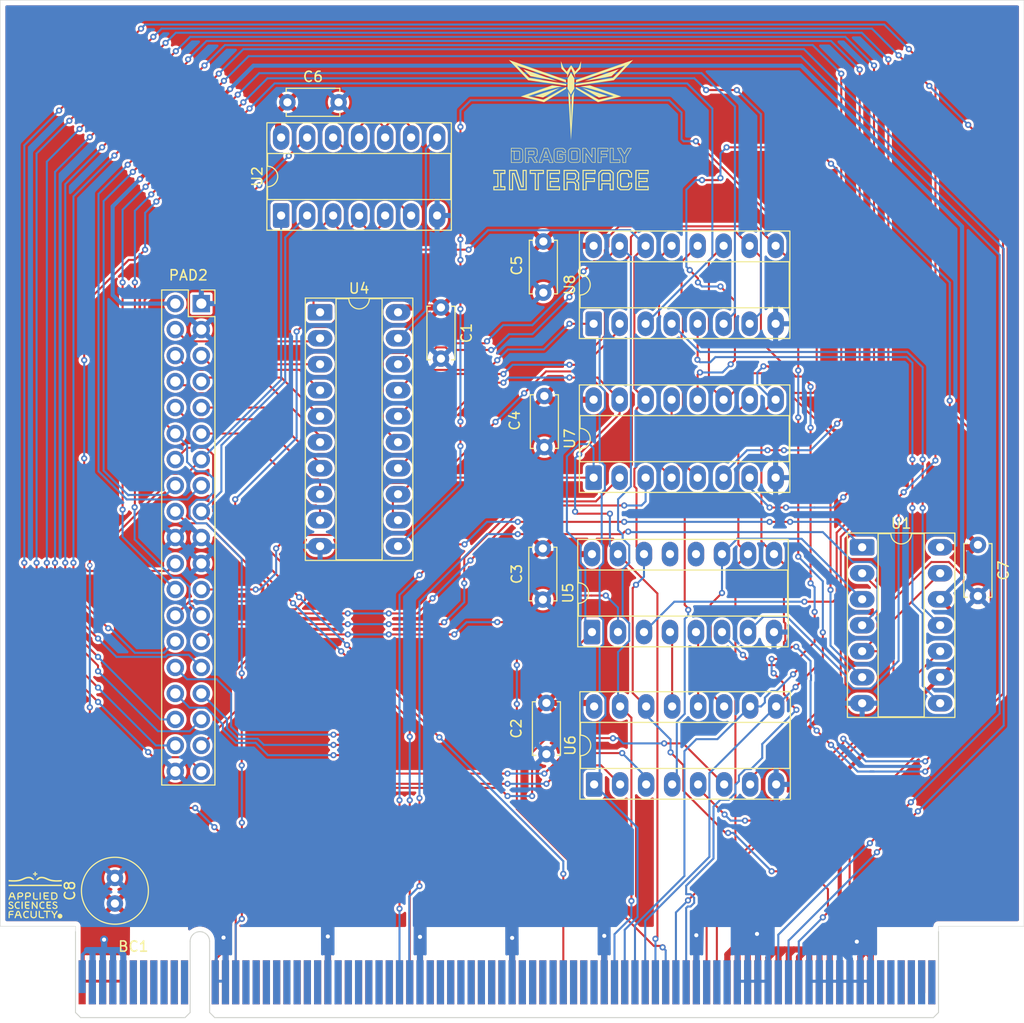
<source format=kicad_pcb>
(kicad_pcb (version 20241229) (generator "pcbnew") (generator_version "9.0")
  (layers (0 "F.Cu" signal) (2 "B.Cu" signal) (13 "F.Paste" user) (15 "B.Paste" user) (5 "F.SilkS" user "F.Silkscreen") (7 "B.SilkS" user "B.Silkscreen") (1 "F.Mask" user) (3 "B.Mask" user) (25 "Edge.Cuts" user))
  (net 0 "")
  (net 1 "/IntReq")
  (net 2 "/BUS1")
  (net 3 "/Reset")
  (net 4 "/AddrLowIn")
  (net 5 "/AddrInc")
  (net 6 "VCC")
  (net 7 "GND")
  (net 8 "/BUS7")
  (net 9 "/AddrDec")
  (net 10 "/BUS3")
  (net 11 "/BUS2")
  (net 12 "/BUS6")
  (net 13 "/~{Clk}")
  (net 14 "/Pulse")
  (net 15 "/BUS0")
  (net 16 "/BUS5")
  (net 17 "/BUS4")
  (net 18 "/AddrHighIn")
  (net 19 "/ADDRESS14")
  (net 20 "/ADDRESS8")
  (net 21 "/ADDRESS9")
  (net 22 "/ADDRESS0")
  (net 23 "/DATA3")
  (net 24 "/ADDRESS7")
  (net 25 "/ADDRESS2")
  (net 26 "/ADDRESS12")
  (net 27 "/DATA1")
  (net 28 "/ADDRESS11")
  (net 29 "/ADDRESS5")
  (net 30 "/DATA7")
  (net 31 "/DATA5")
  (net 32 "/ADDRESS6")
  (net 33 "/ADDRESS1")
  (net 34 "/DATA6")
  (net 35 "/ADDRESS15")
  (net 36 "/ADDRESS10")
  (net 37 "/DATA0")
  (net 38 "/DATA4")
  (net 39 "/ADDRESS4")
  (net 40 "/ADDRESS3")
  (net 41 "/ADDRESS13")
  (net 42 "/DATA2")
  (net 43 "Net-(U5-~{LOAD})")
  (net 44 "Net-(U8-DOWN)")
  (net 45 "Net-(U8-UP)")
  (net 46 "Net-(U7-~{LOAD})")
  (net 47 "Net-(U4-CE)")
  (net 48 "Net-(U2-Pad10)")
  (net 49 "Net-(U4-A->B)")
  (net 51 "Net-(U5-UP)")
  (net 52 "Net-(U5-DOWN)")
  (net 54 "Net-(U6-UP)")
  (net 55 "Net-(U6-DOWN)")
  (net 56 "Net-(U7-DOWN)")
  (net 57 "Net-(U7-UP)")
  (net 62 "/~{MemWrite}")
  (net 65 "/~{Halt}")
  (net 98 "/~{Wait}")
  (net 106 "/~{IntAck}")
  (net 112 "/~{MemRead}")
  (net 134 "Net-(U2-Pad12)")
  (footprint "Package_DIP:DIP-14_W7.62mm_Socket_LongPads" (layer "F.Cu") (at 113.085 43.66 90)
    (property "Reference" "U2")
    (property "Value" "74LS00")
  )
  (footprint "Package_DIP:DIP-16_W7.62mm_Socket_LongPads" (layer "F.Cu") (at 143.61 69.28 90)
    (property "Reference" "U7")
    (property "Value" "74LS193")
  )
  (footprint "Capacitor_THT:C_Disc_D5.0mm_W2.5mm_P5.00mm" (layer "F.Cu") (at 181.15 75.85 -90)
    (property "Reference" "C7")
    (property "Value" "C")
  )
  (footprint "Connector_PinSocket_2.54mm:PinSocket_2x19_P2.54mm_Vertical" (layer "F.Cu") (at 105.29 52.27)
    (property "Reference" "PAD2")
    (property "Value" "Conn_02x19_Counter_Clockwise")
  )
  (footprint "Package_DIP:DIP-14_W7.62mm_Socket_LongPads" (layer "F.Cu") (at 169.84 76.085)
    (property "Reference" "U1")
    (property "Value" "74LS00")
  )
  (footprint "Capacitor_THT:C_Disc_D5.0mm_W2.5mm_P5.00mm" (layer "F.Cu") (at 138.65 76.2 -90)
    (property "Reference" "C3")
    (property "Value" "C")
  )
  (footprint "Package_DIP:DIP-16_W7.62mm_Socket_LongPads" (layer "F.Cu") (at 143.66 99.26 90)
    (property "Reference" "U6")
    (property "Value" "74LS193")
  )
  (footprint "Package_DIP:DIP-20_W7.62mm_Socket_LongPads" (layer "F.Cu") (at 116.89 53.12)
    (property "Reference" "U4")
    (property "Value" "74LS245")
  )
  (footprint "Package_DIP:DIP-16_W7.62mm_Socket_LongPads" (layer "F.Cu") (at 143.61 54.24 90)
    (property "Reference" "U8")
    (property "Value" "74LS193")
  )
  (footprint "Capacitor_THT:C_Disc_D5.0mm_W2.5mm_P5.00mm" (layer "F.Cu") (at 113.7 32.6)
    (property "Reference" "C6")
    (property "Value" "C" (hide yes))
  )
  (footprint "Capacitor_THT:C_Radial_D6.3mm_H5.0mm_P2.50mm" (layer "F.Cu") (at 96.85 110.9 90)
    (property "Reference" "C8")
    (property "Value" "C")
  )
  (footprint "Package_DIP:DIP-16_W7.62mm_Socket_LongPads" (layer "F.Cu") (at 143.45 84.37 90)
    (property "Reference" "U5")
    (property "Value" "74LS193")
  )
  (footprint "kibuzzard-6911D1BC" (layer "F.Cu") (at 141.4 40.2)
    (property "Reference" "kibuzzard-6911D1BC" (hide yes))
    (property "Value" "G***" (hide yes))
  )
  (footprint "Capacitor_THT:C_Disc_D5.0mm_W2.5mm_P5.00mm" (layer "F.Cu") (at 138.8 61.3 -90)
    (property "Reference" "C4")
    (property "Value" "C")
  )
  (footprint "Capacitor_THT:C_Disc_D5.0mm_W2.5mm_P5.00mm" (layer "F.Cu") (at 138.7 46.2 -90)
    (property "Reference" "C5")
    (property "Value" "C")
  )
  (footprint "Capacitor_THT:C_Disc_D5.0mm_W2.5mm_P5.00mm" (layer "F.Cu") (at 139 91.3 -90)
    (property "Reference" "C2")
    (property "Value" "C")
  )
  (footprint "Capacitor_THT:C_Disc_D5.0mm_W2.5mm_P5.00mm" (layer "F.Cu") (at 128.7 52.65 -90)
    (property "Reference" "C1")
    (property "Value" "C")
  )
  (footprint "Connector_PCBEdge:BUS_PCIexpress_x16" (layer "F.Cu") (at 93.65 118.6)
    (property "Reference" "BC1")
    (property "Value" "BusConnector")
    (fp_line (start -0.65 -4.95) (end -0.65 2.95) (stroke (width 0.1)) (layer "Edge.Cuts"))
    (fp_line (start -0.65 2.95) (end -0.15 3.45) (stroke (width 0.1)) (layer "Edge.Cuts"))
    (fp_line (start -0.15 3.45) (end 10.05 3.45) (stroke (width 0.1)) (layer "Edge.Cuts"))
    (fp_line (start 10.55 -4) (end 10.55 2.95) (stroke (width 0.1)) (layer "Edge.Cuts"))
    (fp_line (start 10.55 2.95) (end 10.05 3.45) (stroke (width 0.1)) (layer "Edge.Cuts"))
    (fp_line (start 12.45 -4) (end 12.45 2.95) (stroke (width 0.1)) (layer "Edge.Cuts"))
    (fp_line (start 12.45 2.95) (end 12.95 3.45) (stroke (width 0.1)) (layer "Edge.Cuts"))
    (fp_line (start 12.95 3.45) (end 83.15 3.45) (stroke (width 0.1)) (layer "Edge.Cuts"))
    (fp_line (start 83.65 -4.95) (end 83.65 2.95) (stroke (width 0.1)) (layer "Edge.Cuts"))
    (fp_line (start 83.65 2.95) (end 83.15 3.45) (stroke (width 0.1)) (layer "Edge.Cuts"))
    (fp_arc (start 10.55 -4) (mid 11.5 -4.95) (end 12.45 -4) (stroke (width 0.1)) (layer "Edge.Cuts"))
  )
  (gr_poly (pts (xy 142.007688 37.083952) (xy 142.021899 37.08581) (xy 142.040341 37.089064) (xy 142.062175 37.09409) (xy 142.086563 37.101264) (xy 142.112665 37.110963) (xy 142.126097 37.116877) (xy 142.139643 37.123563) (xy 142.153198 37.131069) (xy 142.166658 37.13944) (xy 142.179917 37.148726) (xy 142.192872 37.158971) (xy 142.205416 37.170225) (xy 142.217445 37.182532) (xy 142.228855 37.195942) (xy 142.23954 37.210499) (xy 142.249395 37.226253) (xy 142.258316 37.243249) (xy 142.266199 37.261535) (xy 142.272937 37.281158) (xy 142.278426 37.302165) (xy 142.282562 37.324602) (xy 142.28524 37.348518) (xy 142.286354 37.373958) (xy 142.293234 38.218508) (xy 142.291643 38.229671) (xy 142.289149 38.242484) (xy 142.285073 38.259101) (xy 142.279077 38.278761) (xy 142.270826 38.300703) (xy 142.25998 38.324165) (xy 142.25348 38.336228) (xy 142.246204 38.348385) (xy 142.238111 38.360542) (xy 142.22916 38.372602) (xy 142.219307 38.384472) (xy 142.20851 38.396055) (xy 142.196728 38.407256) (xy 142.183918 38.417981) (xy 142.170039 38.428134) (xy 142.155047 38.43762) (xy 142.138901 38.446343) (xy 142.121559 38.454209) (xy 142.102978 38.461122) (xy 142.083117 38.466987) (xy 142.061932 38.471709) (xy 142.039383 38.475192) (xy 142.015427 38.477342) (xy 141.990022 38.478064) (xy 141.459796 38.478593) (xy 141.44695 38.477016) (xy 141.432193 38.474554) (xy 141.413035 38.47054) (xy 141.390345 38.464647) (xy 141.364988 38.456548) (xy 141.337832 38.445916) (xy 141.323851 38.439548) (xy 141.309744 38.432424) (xy 141.295622 38.424503) (xy 141.281591 38.415744) (xy 141.267761 38.406106) (xy 141.25424 38.395549) (xy 141.241136 38.384032) (xy 141.228558 38.371513) (xy 141.216614 38.357953) (xy 141.205412 38.343309) (xy 141.19506 38.327541) (xy 141.185668 38.310608) (xy 141.177344 38.29247) (xy 141.170195 38.273084) (xy 141.16433 38.252412) (xy 141.159858 38.230411) (xy 141.156887 38.20704) (xy 141.155526 38.18226) (xy 141.150656 37.870895) (xy 141.148712 37.613604) (xy 141.148646 37.373958) (xy 141.150468 37.362429) (xy 141.153317 37.34914) (xy 141.157964 37.331832) (xy 141.164792 37.311252) (xy 141.174179 37.28815) (xy 141.179952 37.275886) (xy 141.186508 37.263272) (xy 141.193894 37.250401) (xy 141.202158 37.237367) (xy 141.211348 37.224263) (xy 141.22151 37.211183) (xy 141.232694 37.198221) (xy 141.244945 37.185469) (xy 141.258313 37.173021) (xy 141.272843 37.160971) (xy 141.288585 37.149412) (xy 141.305585 37.138438) (xy 141.323892 37.128142) (xy 141.343552 37.118618) (xy 141.364613 37.109959) (xy 141.387124 37.102259) (xy 141.41113 37.095611) (xy 141.436681 37.090109) (xy 141.463823 37.085847) (xy 141.492604 37.082917) (xy 141.995313 37.082917)) (stroke (width 0.052916)) (fill no) (layer "F.SilkS"))
  (gr_poly (pts (xy 90.344516 109.798869) (xy 90.347606 109.799105) (xy 90.350652 109.799492) (xy 90.353648 109.800027) (xy 90.356593 109.800707) (xy 90.35948 109.801527) (xy 90.362308 109.802484) (xy 90.365072 109.803574) (xy 90.367768 109.804793) (xy 90.370392 109.806137) (xy 90.37294 109.807603) (xy 90.37541 109.809186) (xy 90.377796 109.810883) (xy 90.380095 109.81269) (xy 90.382304 109.814604) (xy 90.384417 109.816619) (xy 90.386433 109.818733) (xy 90.388346 109.820941) (xy 90.390153 109.823241) (xy 90.39185 109.825627) (xy 90.393433 109.828096) (xy 90.394899 109.830645) (xy 90.396243 109.833269) (xy 90.397462 109.835965) (xy 90.398552 109.838729) (xy 90.399509 109.841556) (xy 90.400329 109.844444) (xy 90.401009 109.847388) (xy 90.401544 109.850385) (xy 90.401932 109.853431) (xy 90.402167 109.856521) (xy 90.402246 109.859652) (xy 90.402167 109.86276) (xy 90.401932 109.865827) (xy 90.401544 109.868852) (xy 90.401009 109.871829) (xy 90.400329 109.874755) (xy 90.399509 109.877626) (xy 90.398552 109.880438) (xy 90.397462 109.883187) (xy 90.396243 109.885869) (xy 90.394899 109.888481) (xy 90.393433 109.891019) (xy 90.39185 109.893478) (xy 90.390153 109.895855) (xy 90.388346 109.898146) (xy 90.386433 109.900347) (xy 90.384417 109.902454) (xy 90.382304 109.904464) (xy 90.380095 109.906372) (xy 90.377796 109.908175) (xy 90.37541 109.909868) (xy 90.37294 109.911448) (xy 90.370392 109.912911) (xy 90.367768 109.914253) (xy 90.365072 109.915471) (xy 90.362308 109.916559) (xy 90.35948 109.917515) (xy 90.356593 109.918335) (xy 90.353648 109.919014) (xy 90.350652 109.919549) (xy 90.347606 109.919936) (xy 90.344516 109.920171) (xy 90.341385 109.92025) (xy 89.992088 109.92025) (xy 89.991823 110.097808) (xy 90.284226 110.097808) (xy 90.287357 110.097888) (xy 90.290448 110.098123) (xy 90.293493 110.09851) (xy 90.29649 110.099045) (xy 90.299434 110.099725) (xy 90.302322 110.100545) (xy 90.30515 110.101502) (xy 90.307913 110.102592) (xy 90.310609 110.103811) (xy 90.313233 110.105156) (xy 90.315782 110.106621) (xy 90.318251 110.108205) (xy 90.320638 110.109902) (xy 90.322937 110.111709) (xy 90.325145 110.113622) (xy 90.327259 110.115637) (xy 90.329275 110.117751) (xy 90.331188 110.119959) (xy 90.332995 110.122259) (xy 90.334692 110.124645) (xy 90.336275 110.127114) (xy 90.337741 110.129663) (xy 90.339085 110.132287) (xy 90.340304 110.134983) (xy 90.341394 110.137747) (xy 90.342351 110.140575) (xy 90.343171 110.143462) (xy 90.343851 110.146407) (xy 90.344387 110.149403) (xy 90.344774 110.152449) (xy 90.345009 110.155539) (xy 90.345088 110.15867) (xy 90.345009 110.161801) (xy 90.344774 110.164889) (xy 90.344387 110.167931) (xy 90.343851 110.170923) (xy 90.343171 110.173861) (xy 90.342351 110.176742) (xy 90.341394 110.179562) (xy 90.340304 110.182316) (xy 90.339085 110.185003) (xy 90.337741 110.187617) (xy 90.336275 110.190154) (xy 90.334692 110.192612) (xy 90.332995 110.194987) (xy 90.331188 110.197274) (xy 90.329275 110.19947) (xy 90.327259 110.201571) (xy 90.325145 110.203574) (xy 90.322937 110.205475) (xy 90.320638 110.20727) (xy 90.318251 110.208955) (xy 90.315782 110.210527) (xy 90.313233 110.211982) (xy 90.310609 110.213316) (xy 90.307913 110.214525) (xy 90.30515 110.215606) (xy 90.302322 110.216555) (xy 90.299434 110.217368) (xy 90.29649 110.218042) (xy 90.293493 110.218573) (xy 90.290448 110.218956) (xy 90.287357 110.219189) (xy 90.284226 110.219268) (xy 89.991823 110.219268) (xy 89.992353 110.321146) (xy 89.992704 110.331538) (xy 89.993337 110.337948) (xy 89.994515 110.344941) (xy 89.996417 110.352348) (xy 89.999223 110.36) (xy 90.001021 110.363864) (xy 90.003112 110.367727) (xy 90.005518 110.371565) (xy 90.008263 110.375359) (xy 90.011368 110.379088) (xy 90.014856 110.382729) (xy 90.018749 110.386261) (xy 90.023071 110.389665) (xy 90.027842 110.392917) (xy 90.033086 110.395998) (xy 90.038825 110.398887) (xy 90.045082 110.40156) (xy 90.051879 110.403999) (xy 90.059238 110.406181) (xy 90.067182 110.408086) (xy 90.075733 110.409692) (xy 90.084914 110.410977) (xy 90.094747 110.411922) (xy 90.105254 110.412504) (xy 90.116459 110.412703) (xy 90.341384 110.412703) (xy 90.344515 110.412782) (xy 90.347605 110.413018) (xy 90.350651 110.413405) (xy 90.353648 110.41394) (xy 90.356592 110.41462) (xy 90.35948 110.41544) (xy 90.362307 110.416397) (xy 90.365071 110.417487) (xy 90.367767 110.418706) (xy 90.370391 110.42005) (xy 90.37294 110.421516) (xy 90.375409 110.423099) (xy 90.377795 110.424796) (xy 90.380094 110.426603) (xy 90.382303 110.428517) (xy 90.384417 110.430532) (xy 90.386432 110.432646) (xy 90.388345 110.434854) (xy 90.390152 110.437154) (xy 90.391849 110.43954) (xy 90.393432 110.442009) (xy 90.394898 110.444558) (xy 90.396242 110.447182) (xy 90.397461 110.449878) (xy 90.398551 110.452642) (xy 90.399508 110.455469) (xy 90.400329 110.458357) (xy 90.401008 110.461301) (xy 90.401544 110.464298) (xy 90.401931 110.467344) (xy 90.402166 110.470434) (xy 90.402245 110.473565) (xy 90.402166 110.476697) (xy 90.401931 110.479787) (xy 90.401544 110.482832) (xy 90.401008 110.485829) (xy 90.400329 110.488773) (xy 90.399508 110.491661) (xy 90.398551 110.494489) (xy 90.397461 110.497253) (xy 90.396242 110.499949) (xy 90.394898 110.502573) (xy 90.393432 110.505121) (xy 90.391849 110.507591) (xy 90.390152 110.509977) (xy 90.388345 110.512276) (xy 90.386432 110.514485) (xy 90.384417 110.516599) (xy 90.382303 110.518614) (xy 90.380094 110.520527) (xy 90.377795 110.522334) (xy 90.375409 110.524031) (xy 90.37294 110.525614) (xy 90.370391 110.52708) (xy 90.367767 110.528424) (xy 90.365071 110.529643) (xy 90.362307 110.530733) (xy 90.35948 110.53169) (xy 90.356592 110.532511) (xy 90.353648 110.53319) (xy 90.350651 110.533726) (xy 90.347605 110.534113) (xy 90.344515 110.534348) (xy 90.341384 110.534427) (xy 90.116459 110.534427) (xy 90.11646 110.534428) (xy 90.102535 110.534191) (xy 90.088945 110.533484) (xy 90.075697 110.532312) (xy 90.062798 110.530681) (xy 90.050255 110.528598) (xy 90.038074 110.526068) (xy 90.026262 110.523096) (xy 90.014826 110.519688) (xy 90.003772 110.515851) (xy 89.993108 110.511589) (xy 89.98284 110.506909) (xy 89.972975 110.501817) (xy 89.96352 110.496317) (xy 89.95448 110.490417) (xy 89.945864 110.484121) (xy 89.937677 110.477436) (xy 89.929927 110.470367) (xy 89.92262 110.46292) (xy 89.915763 110.455101) (xy 89.909362 110.446916) (xy 89.903426 110.43837) (xy 89.897959 110.429468) (xy 89.892969 110.420218) (xy 89.888462 110.410624) (xy 89.884446 110.400693) (xy 89.880927 110.39043) (xy 89.877912 110.379841) (xy 89.875408 110.368931) (xy 89.87342 110.357707) (xy 89.871957 110.346174) (xy 89.871025 110.334338) (xy 89.87063 110.322205) (xy 89.87063 109.859388) (xy 89.870732 109.856258) (xy 89.870987 109.853169) (xy 89.871392 109.850128) (xy 89.871942 109.847136) (xy 89.872634 109.844197) (xy 89.873465 109.841317) (xy 89.874429 109.838497) (xy 89.875525 109.835742) (xy 89.876748 109.833056) (xy 89.878094 109.830442) (xy 89.87956 109.827904) (xy 89.881142 109.825446) (xy 89.882836 109.823072) (xy 89.88464 109.820784) (xy 89.886548 109.818588) (xy 89.888557 109.816487) (xy 89.890665 109.814484) (xy 89.892866 109.812583) (xy 89.895158 109.810788) (xy 89.897536 109.809103) (xy 89.899997 109.807531) (xy 89.902538 109.806076) (xy 89.905154 109.804742) (xy 89.907842 109.803533) (xy 89.910598 109.802452) (xy 89.913418 109.801503) (xy 89.9163 109.800689) (xy 89.919239 109.800016) (xy 89.922231 109.799485) (xy 89.925273 109.799102) (xy 89.928361 109.798869) (xy 89.931492 109.79879) (xy 90.341385 109.79879)) (fill yes) (layer "F.SilkS"))
  (gr_poly (pts (xy 141.467469 30.51384) (xy 141.468262 31.122647) (xy 141.405556 31.320556) (xy 141.404763 31.319232) (xy 141.327505 31.12979) (xy 141.333854 30.521249) (xy 141.398413 30.309053)) (fill yes) (layer "F.SilkS"))
  (gr_poly (pts (xy 88.239721 111.606523) (xy 88.248295 111.606896) (xy 88.256768 111.607498) (xy 88.26513 111.608315) (xy 88.273369 111.609331) (xy 88.281476 111.610531) (xy 88.28944 111.611899) (xy 88.297251 111.61342) (xy 88.312371 111.616859) (xy 88.326755 111.620726) (xy 88.340318 111.624898) (xy 88.352978 111.629252) (xy 88.364652 111.633664) (xy 88.375256 111.638012) (xy 88.384709 111.642174) (xy 88.392927 111.646026) (xy 88.405326 111.652309) (xy 88.411789 111.655879) (xy 88.414437 111.657525) (xy 88.416972 111.659286) (xy 88.419393 111.661156) (xy 88.421698 111.663129) (xy 88.423885 111.665201) (xy 88.425954 111.667366) (xy 88.427902 111.669619) (xy 88.42973 111.671954) (xy 88.431434 111.674368) (xy 88.433014 111.676853) (xy 88.434468 111.679406) (xy 88.435796 111.68202) (xy 88.436994 111.684691) (xy 88.438063 111.687414) (xy 88.439001 111.690182) (xy 88.439806 111.692991) (xy 88.440477 111.695837) (xy 88.441012 111.698712) (xy 88.44141 111.701613) (xy 88.44167 111.704533) (xy 88.44179 111.707469) (xy 88.441769 111.710414) (xy 88.441606 111.713363) (xy 88.441299 111.716311) (xy 88.440846 111.719253) (xy 88.440246 111.722183) (xy 88.439499 111.725097) (xy 88.438601 111.727989) (xy 88.437553 111.730854) (xy 88.436352 111.733687) (xy 88.434998 111.736482) (xy 88.433488 111.739234) (xy 88.431843 111.741882) (xy 88.430084 111.744417) (xy 88.428218 111.746837) (xy 88.426249 111.749141) (xy 88.424183 111.751328) (xy 88.422024 111.753396) (xy 88.419778 111.755344) (xy 88.41745 111.75717) (xy 88.415045 111.758872) (xy 88.412567 111.76045) (xy 88.410023 111.761902) (xy 88.407417 111.763226) (xy 88.404754 111.764421) (xy 88.402039 111.765485) (xy 88.399278 111.766418) (xy 88.396475 111.767217) (xy 88.393635 111.767881) (xy 88.390765 111.768409) (xy 88.387868 111.768799) (xy 88.38495 111.769049) (xy 88.382016 111.769159) (xy 88.37907 111.769127) (xy 88.376119 111.768952) (xy 88.373167 111.768631) (xy 88.37022 111.768163) (xy 88.367282 111.767548) (xy 88.364358 111.766784) (xy 88.361453 111.765868) (xy 88.358574 111.7648) (xy 88.355724 111.763578) (xy 88.352909 111.762201) (xy 88.350133 111.760668) (xy 88.340123 111.755541) (xy 88.328574 111.750286) (xy 88.313517 111.744261) (xy 88.304874 111.741201) (xy 88.295595 111.738237) (xy 88.28576 111.735466) (xy 88.275449 111.732982) (xy 88.264743 111.730883) (xy 88.253722 111.729265) (xy 88.242466 111.728224) (xy 88.231055 111.727855) (xy 88.217474 111.728098) (xy 88.204319 111.728825) (xy 88.191589 111.730037) (xy 88.179285 111.731733) (xy 88.167408 111.733912) (xy 88.155957 111.736575) (xy 88.144933 111.73972) (xy 88.134337 111.743348) (xy 88.124169 111.747457) (xy 88.11443 111.752048) (xy 88.105118 111.757119) (xy 88.096237 111.762671) (xy 88.087784 111.768704) (xy 88.079761 111.775215) (xy 88.072169 111.782206) (xy 88.065007 111.789676) (xy 88.058277 111.797624) (xy 88.051978 111.80605) (xy 88.04611 111.814954) (xy 88.040675 111.824334) (xy 88.035672 111.834192) (xy 88.031103 111.844525) (xy 88.026966 111.855334) (xy 88.023264 111.866618) (xy 88.019996 111.878377) (xy 88.017162 111.890611) (xy 88.014763 111.903318) (xy 88.012799 111.916499) (xy 88.010179 111.94428) (xy 88.009305 111.97395) (xy 88.009524 111.98902) (xy 88.010179 112.003616) (xy 88.011271 112.01774) (xy 88.012799 112.031389) (xy 88.014763 112.044564) (xy 88.017162 112.057264) (xy 88.019996 112.06949) (xy 88.023264 112.08124) (xy 88.026966 112.092514) (xy 88.031103 112.103313) (xy 88.035672 112.113635) (xy 88.040675 112.123481) (xy 88.04611 112.13285) (xy 88.051978 112.141741) (xy 88.058277 112.150155) (xy 88.065007 112.15809) (xy 88.072169 112.165548) (xy 88.079761 112.172527) (xy 88.087784 112.179026) (xy 88.096237 112.185047) (xy 88.105118 112.190588) (xy 88.11443 112.195648) (xy 88.124169 112.200229) (xy 88.134337 112.204328) (xy 88.144933 112.207947) (xy 88.155957 112.211084) (xy 88.167408 112.21374) (xy 88.179285 112.215913) (xy 88.191589 112.217604) (xy 88.204319 112.218812) (xy 88.217474 112.219538) (xy 88.231055 112.219779) (xy 88.23673 112.219684) (xy 88.242385 112.219405) (xy 88.248009 112.218955) (xy 88.253593 112.218347) (xy 88.259125 112.217592) (xy 88.264595 112.216703) (xy 88.269993 112.215691) (xy 88.275308 112.21457) (xy 88.285648 112.212046) (xy 88.295529 112.20923) (xy 88.304869 112.206218) (xy 88.313583 112.203109) (xy 88.321587 112.199999) (xy 88.328796 112.196987) (xy 88.335127 112.194171) (xy 88.340496 112.191647) (xy 88.348009 112.18787) (xy 88.350663 112.186438) (xy 88.353415 112.184977) (xy 88.356209 112.183669) (xy 88.359042 112.182515) (xy 88.361906 112.181511) (xy 88.364797 112.180657) (xy 88.367709 112.179951) (xy 88.370638 112.179392) (xy 88.373577 112.178978) (xy 88.376522 112.178709) (xy 88.379466 112.178583) (xy 88.382406 112.178598) (xy 88.385335 112.178753) (xy 88.388248 112.179047) (xy 88.39114 112.179478) (xy 88.394005 112.180046) (xy 88.396839 112.180748) (xy 88.399635 112.181583) (xy 88.402388 112.182551) (xy 88.405094 112.183649) (xy 88.407747 112.184876) (xy 88.410341 112.186231) (xy 88.412871 112.187713) (xy 88.415332 112.18932) (xy 88.417719 112.191051) (xy 88.420025 112.192905) (xy 88.422247 112.194879) (xy 88.424378 112.196974) (xy 88.426413 112.199186) (xy 88.428347 112.201516) (xy 88.430174 112.203962) (xy 88.43189 112.206522) (xy 88.433488 112.209194) (xy 88.434974 112.211922) (xy 88.436306 112.214692) (xy 88.437485 112.217499) (xy 88.438514 112.220339) (xy 88.439393 112.223206) (xy 88.440124 112.226095) (xy 88.440707 112.229001) (xy 88.441146 112.231918) (xy 88.44144 112.234842) (xy 88.441591 112.237766) (xy 88.441601 112.240686) (xy 88.44147 112.243597) (xy 88.441201 112.246492) (xy 88.440794 112.249368) (xy 88.440252 112.252219) (xy 88.439574 112.255039) (xy 88.438764 112.257824) (xy 88.437821 112.260568) (xy 88.436748 112.263265) (xy 88.435545 112.265911) (xy 88.434215 112.268501) (xy 88.432758 112.271029) (xy 88.431175 112.27349) (xy 88.429469 112.275878) (xy 88.427641 112.278189) (xy 88.425691 112.280417) (xy 88.423621 112.282557) (xy 88.421434 112.284604) (xy 88.419129 112.286553) (xy 88.416708 112.288398) (xy 88.414173 112.290133) (xy 88.411525 112.291755) (xy 88.405051 112.295325) (xy 88.392629 112.301608) (xy 88.374936 112.309622) (xy 88.352647 112.318382) (xy 88.339991 112.322736) (xy 88.326439 112.326907) (xy 88.312076 112.330774) (xy 88.296986 112.334214) (xy 88.281255 112.337103) (xy 88.264967 112.339319) (xy 88.248205 112.340738) (xy 88.231055 112.341239) (xy 88.231055 112.34124) (xy 88.211166 112.340839) (xy 88.191791 112.339642) (xy 88.172939 112.337656) (xy 88.154617 112.33489) (xy 88.136832 112.331352) (xy 88.119593 112.32705) (xy 88.102906 112.321993) (xy 88.086781 112.316188) (xy 88.071223 112.309644) (xy 88.056241 112.30237) (xy 88.041843 112.294372) (xy 88.028037 112.28566) (xy 88.014829 112.276241) (xy 88.002227 112.266124) (xy 87.99024 112.255317) (xy 87.978875 112.243828) (xy 87.968139 112.231665) (xy 87.95804 112.218837) (xy 87.948586 112.205351) (xy 87.939785 112.191217) (xy 87.931643 112.176441) (xy 87.92417 112.161033) (xy 87.917372 112.145) (xy 87.911257 112.128351) (xy 87.905832 112.111094) (xy 87.901106 112.093236) (xy 87.897087 112.074787) (xy 87.89378 112.055754) (xy 87.891196 112.036146) (xy 87.88934 112.01597) (xy 87.888221 111.995236) (xy 87.887846 111.97395) (xy 87.888221 111.952641) (xy 87.88934 111.931884) (xy 87.891196 111.911687) (xy 87.89378 111.892059) (xy 87.897087 111.873008) (xy 87.901106 111.854542) (xy 87.905832 111.836669) (xy 87.911257 111.819397) (xy 87.917372 111.802734) (xy 87.92417 111.786689) (xy 87.931643 111.771269) (xy 87.939785 111.756483) (xy 87.948586 111.74234) (xy 87.95804 111.728846) (xy 87.968139 111.71601) (xy 87.978875 111.703841) (xy 87.99024 111.692346) (xy 88.002227 111.681534) (xy 88.014829 111.671412) (xy 88.028037 111.66199) (xy 88.041843 111.653274) (xy 88.056241 111.645274) (xy 88.071223 111.637997) (xy 88.086781 111.631451) (xy 88.102906 111.625645) (xy 88.119593 111.620587) (xy 88.136832 111.616285) (xy 88.154617 111.612746) (xy 88.172939 111.60998) (xy 88.191791 111.607994) (xy 88.211166 111.606796) (xy 88.231055 111.606395)) (fill yes) (layer "F.SilkS"))
  (gr_poly (pts (xy 86.90554 111.606474) (xy 86.90863 111.606709) (xy 86.911675 111.607096) (xy 86.914672 111.607631) (xy 86.917616 111.608311) (xy 86.920504 111.609131) (xy 86.923332 111.610088) (xy 86.926096 111.611178) (xy 86.928791 111.612397) (xy 86.931416 111.613742) (xy 86.933964 111.615207) (xy 86.936434 111.616791) (xy 86.93882 111.618488) (xy 86.941119 111.620295) (xy 86.943328 111.622208) (xy 86.945442 111.624223) (xy 86.947457 111.626337) (xy 86.94937 111.628546) (xy 86.951177 111.630845) (xy 86.952874 111.633231) (xy 86.954457 111.6357) (xy 86.955923 111.638249) (xy 86.957267 111.640873) (xy 86.958486 111.643569) (xy 86.959576 111.646333) (xy 86.960533 111.649161) (xy 86.961354 111.652048) (xy 86.962034 111.654993) (xy 86.962569 111.657989) (xy 86.962956 111.661035) (xy 86.963191 111.664125) (xy 86.96327 111.667256) (xy 86.963191 111.670387) (xy 86.962956 111.673475) (xy 86.962569 111.676517) (xy 86.962034 111.679509) (xy 86.961354 111.682448) (xy 86.960533 111.685328) (xy 86.959576 111.688148) (xy 86.958486 111.690903) (xy 86.957267 111.693589) (xy 86.955923 111.696203) (xy 86.954457 111.698741) (xy 86.952874 111.701199) (xy 86.951177 111.703573) (xy 86.94937 111.705861) (xy 86.947457 111.708057) (xy 86.945442 111.710158) (xy 86.943328 111.712161) (xy 86.941119 111.714062) (xy 86.93882 111.715857) (xy 86.936434 111.717542) (xy 86.933964 111.719114) (xy 86.931416 111.720569) (xy 86.928791 111.721903) (xy 86.926096 111.723112) (xy 86.923332 111.724193) (xy 86.920504 111.725142) (xy 86.917616 111.725955) (xy 86.914672 111.726629) (xy 86.911675 111.72716) (xy 86.90863 111.727543) (xy 86.90554 111.727776) (xy 86.902408 111.727854) (xy 86.705003 111.727854) (xy 86.705003 111.727856) (xy 86.693846 111.728055) (xy 86.683381 111.728637) (xy 86.673587 111.729582) (xy 86.664441 111.730868) (xy 86.65592 111.732473) (xy 86.648004 111.734378) (xy 86.640668 111.73656) (xy 86.633892 111.738999) (xy 86.627652 111.741673) (xy 86.621927 111.744561) (xy 86.616694 111.747642) (xy 86.611932 111.750895) (xy 86.607617 111.754298) (xy 86.603729 111.757831) (xy 86.600243 111.761472) (xy 86.597139 111.7652) (xy 86.594393 111.768994) (xy 86.591985 111.772833) (xy 86.589891 111.776695) (xy 86.588089 111.78056) (xy 86.586557 111.784406) (xy 86.585272 111.788211) (xy 86.583358 111.795619) (xy 86.582168 111.802612) (xy 86.581524 111.809021) (xy 86.581162 111.819413) (xy 86.58093 111.856493) (xy 86.580897 111.908061) (xy 86.866156 111.908061) (xy 86.869263 111.90814) (xy 86.872331 111.908375) (xy 86.875355 111.908762) (xy 86.878332 111.909298) (xy 86.881258 111.909977) (xy 86.884129 111.910798) (xy 86.886941 111.911755) (xy 86.88969 111.912844) (xy 86.892373 111.914063) (xy 86.894985 111.915408) (xy 86.897522 111.916873) (xy 86.899981 111.918457) (xy 86.902358 111.920154) (xy 86.904649 111.921961) (xy 86.90685 111.923874) (xy 86.908958 111.925889) (xy 86.910967 111.928003) (xy 86.912875 111.930212) (xy 86.914678 111.932511) (xy 86.916371 111.934897) (xy 86.917951 111.937366) (xy 86.919414 111.939915) (xy 86.920756 111.942539) (xy 86.921973 111.945235) (xy 86.923062 111.947999) (xy 86.924018 111.950827) (xy 86.924838 111.953714) (xy 86.925517 111.956659) (xy 86.926052 111.959656) (xy 86.926439 111.962701) (xy 86.926674 111.965791) (xy 86.926753 111.968923) (xy 86.926674 111.972054) (xy 86.926439 111.975144) (xy 86.926052 111.97819) (xy 86.925517 111.981186) (xy 86.924838 111.984131) (xy 86.924018 111.987018) (xy 86.923062 111.989846) (xy 86.921973 111.99261) (xy 86.920756 111.995306) (xy 86.919414 111.99793) (xy 86.917951 112.000478) (xy 86.916371 112.002948) (xy 86.914678 112.005334) (xy 86.912875 112.007633) (xy 86.910967 112.009842) (xy 86.908958 112.011956) (xy 86.90685 112.013971) (xy 86.904649 112.015884) (xy 86.902358 112.017691) (xy 86.899981 112.019388) (xy 86.897522 112.020971) (xy 86.894985 112.022437) (xy 86.892373 112.023781) (xy 86.88969 112.025) (xy 86.886941 112.02609) (xy 86.884129 112.027047) (xy 86.881258 112.027867) (xy 86.878332 112.028547) (xy 86.875355 112.029082) (xy 86.872331 112.02947) (xy 86.869263 112.029705) (xy 86.866156 112.029784) (xy 86.580897 112.029784) (xy 86.581162 112.280642) (xy 86.581084 112.283749) (xy 86.580851 112.286817) (xy 86.580467 112.289842) (xy 86.579937 112.292819) (xy 86.579263 112.295745) (xy 86.57845 112.298617) (xy 86.577501 112.30143) (xy 86.57642 112.304181) (xy 86.57521 112.306865) (xy 86.573876 112.309479) (xy 86.572422 112.312019) (xy 86.57085 112.314481) (xy 86.569164 112.316862) (xy 86.567369 112.319158) (xy 86.565469 112.321364) (xy 86.563466 112.323477) (xy 86.561364 112.325493) (xy 86.559168 112.327409) (xy 86.556881 112.329219) (xy 86.554506 112.330922) (xy 86.552048 112.332512) (xy 86.549511 112.333986) (xy 86.546897 112.335341) (xy 86.544211 112.336571) (xy 86.541456 112.337675) (xy 86.538636 112.338646) (xy 86.535755 112.339483) (xy 86.532817 112.340181) (xy 86.529825 112.340735) (xy 86.526783 112.341143) (xy 86.523695 112.341401) (xy 86.520565 112.341504) (xy 86.517433 112.341425) (xy 86.514343 112.34119) (xy 86.511298 112.340803) (xy 86.508301 112.340268) (xy 86.505357 112.339589) (xy 86.502469 112.338769) (xy 86.499641 112.337813) (xy 86.496877 112.336725) (xy 86.494181 112.335507) (xy 86.491557 112.334165) (xy 86.489009 112.332702) (xy 86.486539 112.331122) (xy 86.484153 112.329429) (xy 86.481854 112.327626) (xy 86.479645 112.325718) (xy 86.477531 112.323709) (xy 86.475516 112.321601) (xy 86.473603 112.3194) (xy 86.471796 112.317109) (xy 86.470099 112.314732) (xy 86.468516 112.312273) (xy 86.46705 112.309736) (xy 86.465706 112.307124) (xy 86.464487 112.304441) (xy 86.463397 112.301692) (xy 86.46244 112.29888) (xy 86.461619 112.296009) (xy 86.46094 112.293083) (xy 86.460404 112.290106) (xy 86.460017 112.287081) (xy 86.459782 112.284014) (xy 86.459703 112.280906) (xy 86.459703 111.818354) (xy 86.460097 111.806245) (xy 86.461027 111.794432) (xy 86.462487 111.78292) (xy 86.464469 111.771715) (xy 86.466967 111.760824) (xy 86.469974 111.750252) (xy 86.473484 111.740004) (xy 86.47749 111.730088) (xy 86.481985 111.720507) (xy 86.486962 111.711269) (xy 86.492416 111.702379) (xy 86.498338 111.693843) (xy 86.504723 111.685667) (xy 86.511563 111.677856) (xy 86.518853 111.670416) (xy 86.526585 111.663354) (xy 86.534752 111.656675) (xy 86.543349 111.650384) (xy 86.552368 111.644488) (xy 86.561803 111.638992) (xy 86.571646 111.633903) (xy 86.581892 111.629226) (xy 86.592533 111.624966) (xy 86.603564 111.621131) (xy 86.614976 111.617724) (xy 86.626764 111.614753) (xy 86.638921 111.612223) (xy 86.65144 111.610141) (xy 86.664314 111.60851) (xy 86.677537 111.607339) (xy 86.705003 111.606394) (xy 86.902408 111.606394)) (fill yes) (layer "F.SilkS"))
  (gr_poly (pts (xy 139.640521 38.485208) (xy 139.296563 38.485208) (xy 139.217188 38.220625) (xy 138.688021 38.220625) (xy 138.608646 38.485208) (xy 138.271302 38.482298) (xy 138.767396 37.082917) (xy 139.137813 37.082917)) (stroke (width 0.052916)) (fill no) (layer "F.SilkS"))
  (gr_poly (pts (xy 91.49849 111.897251) (xy 91.510435 111.898159) (xy 91.522205 111.899655) (xy 91.533785 111.901724) (xy 91.545161 111.904351) (xy 91.556317 111.90752) (xy 91.56724 111.911219) (xy 91.577914 111.915431) (xy 91.588325 111.920142) (xy 91.598458 111.925337) (xy 91.608298 111.931001) (xy 91.617831 111.93712) (xy 91.627043 111.943678) (xy 91.635917 111.950662) (xy 91.644441 111.958056) (xy 91.652598 111.965845) (xy 91.660375 111.974015) (xy 91.667756 111.98255) (xy 91.674728 111.991437) (xy 91.681275 112.00066) (xy 91.687382 112.010205) (xy 91.693035 112.020056) (xy 91.69822 112.0302) (xy 91.702921 112.04062) (xy 91.707124 112.051303) (xy 91.710815 112.062234) (xy 91.713977 112.073397) (xy 91.716598 112.084779) (xy 91.718662 112.096364) (xy 91.720154 112.108137) (xy 91.721061 112.120084) (xy 91.721366 112.13219) (xy 91.721061 112.144272) (xy 91.720154 112.156197) (xy 91.718662 112.167949) (xy 91.716598 112.179515) (xy 91.713977 112.190878) (xy 91.710814 112.202024) (xy 91.707124 112.212939) (xy 91.702921 112.223608) (xy 91.69822 112.234015) (xy 91.693035 112.244146) (xy 91.687382 112.253986) (xy 91.681274 112.26352) (xy 91.674727 112.272734) (xy 91.667756 112.281613) (xy 91.660374 112.290141) (xy 91.652598 112.298304) (xy 91.64444 112.306088) (xy 91.635917 112.313476) (xy 91.627042 112.320455) (xy 91.617831 112.32701) (xy 91.608297 112.333126) (xy 91.598457 112.338787) (xy 91.588324 112.34398) (xy 91.577913 112.348689) (xy 91.567239 112.3529) (xy 91.556317 112.356597) (xy 91.54516 112.359766) (xy 91.533785 112.362392) (xy 91.522205 112.364461) (xy 91.510435 112.365957) (xy 91.49849 112.366865) (xy 91.486385 112.367171) (xy 91.474279 112.366865) (xy 91.462332 112.365957) (xy 91.450558 112.364461) (xy 91.438974 112.362392) (xy 91.427592 112.359766) (xy 91.416429 112.356597) (xy 91.405498 112.3529) (xy 91.394815 112.348689) (xy 91.384394 112.34398) (xy 91.374251 112.338787) (xy 91.3644 112.333126) (xy 91.354855 112.32701) (xy 91.345632 112.320455) (xy 91.336745 112.313476) (xy 91.328209 112.306088) (xy 91.320039 112.298304) (xy 91.31225 112.290141) (xy 91.304856 112.281613) (xy 91.297873 112.272734) (xy 91.291314 112.26352) (xy 91.285195 112.253986) (xy 91.279531 112.244146) (xy 91.274336 112.234015) (xy 91.269625 112.223608) (xy 91.265413 112.212939) (xy 91.261715 112.202024) (xy 91.258545 112.190878) (xy 91.255918 112.179515) (xy 91.253849 112.167949) (xy 91.252353 112.156197) (xy 91.251445 112.144272) (xy 91.251139 112.13219) (xy 91.251445 112.120084) (xy 91.252353 112.108137) (xy 91.253849 112.096364) (xy 91.255918 112.084779) (xy 91.258545 112.073397) (xy 91.261715 112.062234) (xy 91.265413 112.051303) (xy 91.269625 112.04062) (xy 91.274336 112.0302) (xy 91.279531 112.020056) (xy 91.285195 112.010205) (xy 91.291314 112.00066) (xy 91.297873 111.991437) (xy 91.304856 111.98255) (xy 91.31225 111.974015) (xy 91.320039 111.965845) (xy 91.328209 111.958056) (xy 91.336745 111.950662) (xy 91.345632 111.943678) (xy 91.354855 111.93712) (xy 91.3644 111.931001) (xy 91.374251 111.925337) (xy 91.384394 111.920142) (xy 91.394815 111.915431) (xy 91.405498 111.911219) (xy 91.416429 111.90752) (xy 91.427592 111.904351) (xy 91.438974 111.901724) (xy 91.450558 111.899655) (xy 91.462332 111.898159) (xy 91.474279 111.897251) (xy 91.486385 111.896945)) (fill yes) (layer "F.SilkS"))
  (gr_poly (pts (xy 89.729531 108.28349) (xy 89.775244 108.286293) (xy 89.861099 108.296934) (xy 89.940872 108.313469) (xy 90.01618 108.334914) (xy 90.08864 108.360289) (xy 90.159868 108.38861) (xy 90.305097 108.450164) (xy 90.382332 108.481431) (xy 90.464802 108.511717) (xy 90.554124 108.540038) (xy 90.651916 108.565413) (xy 90.759794 108.586858) (xy 90.879375 108.603393) (xy 91.012275 108.614034) (xy 91.084225 108.616837) (xy 91.160111 108.617799) (xy 91.241048 108.616741) (xy 91.325092 108.613954) (xy 91.408081 108.610012) (xy 91.485855 108.605494) (xy 91.661561 108.59319) (xy 91.661561 108.73582) (xy 91.631287 108.74045) (xy 91.593267 108.745197) (xy 91.539836 108.750638) (xy 91.470876 108.756079) (xy 91.386267 108.760826) (xy 91.285894 108.764183) (xy 91.169637 108.765457) (xy 91.084004 108.764496) (xy 91.003234 108.761694) (xy 90.927095 108.757176) (xy 90.855354 108.751062) (xy 90.787778 108.743476) (xy 90.724133 108.734541) (xy 90.664188 108.724378) (xy 90.607708 108.713112) (xy 90.554462 108.700864) (xy 90.504216 108.687757) (xy 90.456737 108.673915) (xy 90.411793 108.659458) (xy 90.328576 108.629197) (xy 90.252702 108.597953) (xy 90.115529 108.536448) (xy 90.050504 108.508149) (xy 89.985368 108.482795) (xy 89.952176 108.471528) (xy 89.918258 108.461366) (xy 89.883381 108.452431) (xy 89.847311 108.444845) (xy 89.809817 108.438731) (xy 89.770664 108.434212) (xy 89.72962 108.431411) (xy 89.686453 108.43045) (xy 89.664206 108.430936) (xy 89.642664 108.432352) (xy 89.621828 108.434636) (xy 89.601697 108.437727) (xy 89.582272 108.441562) (xy 89.563553 108.446079) (xy 89.54554 108.451216) (xy 89.528232 108.456912) (xy 89.511631 108.463103) (xy 89.495735 108.469729) (xy 89.480545 108.476727) (xy 89.466061 108.484035) (xy 89.452283 108.491591) (xy 89.439212 108.499333) (xy 89.426846 108.507199) (xy 89.415187 108.515128) (xy 89.404234 108.523056) (xy 89.393987 108.530922) (xy 89.375612 108.54622) (xy 89.360064 108.560526) (xy 89.347341 108.573344) (xy 89.337445 108.584176) (xy 89.330376 108.592528) (xy 89.324721 108.599805) (xy 89.143193 108.599805) (xy 89.149509 108.586172) (xy 89.169655 108.550231) (xy 89.185476 108.526218) (xy 89.20543 108.499417) (xy 89.22974 108.470757) (xy 89.258633 108.441167) (xy 89.292331 108.411577) (xy 89.331062 108.382917) (xy 89.352384 108.369226) (xy 89.375048 108.356115) (xy 89.399082 108.343702) (xy 89.424515 108.332103) (xy 89.451374 108.321433) (xy 89.479688 108.311808) (xy 89.509485 108.303346) (xy 89.540792 108.296161) (xy 89.573638 108.290371) (xy 89.608051 108.286091) (xy 89.644059 108.283438) (xy 89.681691 108.282528)) (fill yes) (layer "F.SilkS"))
  (gr_poly (pts (xy 140.513646 31.050416) (xy 140.294426 31.089512) (xy 140.025932 31.145922) (xy 139.853576 31.185541) (xy 139.656429 31.233607) (xy 139.434952 31.290749) (xy 139.189606 31.357594) (xy 138.92085 31.434771) (xy 138.629147 31.522908) (xy 138.314957 31.622634) (xy 137.978741 31.734576) (xy 137.62096 31.859364) (xy 137.242073 31.997624) (xy 138.688021 32.346875) (xy 140.910521 31.103333) (xy 140.936979 31.262083) (xy 138.767396 32.584999) (xy 136.49198 32.029375) (xy 139.561146 30.944583)) (fill yes) (layer "F.SilkS"))
  (gr_poly (pts (xy 145.593646 30.441875) (xy 141.863021 30.971041) (xy 141.863021 30.812291) (xy 145.487812 30.20375) (xy 146.078428 29.614986) (xy 146.479677 29.206527) (xy 146.608489 29.069298) (xy 146.642655 29.029374) (xy 146.650641 29.018077) (xy 146.651979 29.013125) (xy 145.898239 29.262073) (xy 144.262196 29.826784) (xy 141.889479 30.653541) (xy 141.889479 30.415416) (xy 147.472187 28.4575)) (fill yes) (layer "F.SilkS"))
  (gr_poly (pts (xy 89.814611 110.700407) (xy 89.82071 110.700601) (xy 89.832667 110.701336) (xy 89.844257 110.702483) (xy 89.855425 110.70398) (xy 89.866113 110.705762) (xy 89.876266 110.707765) (xy 89.885827 110.709927) (xy 89.894741 110.712183) (xy 89.902951 110.71447) (xy 89.910401 110.716725) (xy 89.917034 110.718884) (xy 89.922795 110.720882) (xy 89.931474 110.724147) (xy 89.935988 110.72601) (xy 89.938841 110.727315) (xy 89.941593 110.728747) (xy 89.944241 110.730301) (xy 89.946785 110.731972) (xy 89.949222 110.733754) (xy 89.95155 110.735643) (xy 89.953767 110.737633) (xy 89.955872 110.73972) (xy 89.957863 110.741899) (xy 89.959738 110.744163) (xy 89.961494 110.74651) (xy 89.96313 110.748932) (xy 89.964645 110.751426) (xy 89.966035 110.753986) (xy 89.9673 110.756608) (xy 89.968438 110.759285) (xy 89.969446 110.762014) (xy 89.970322 110.764789) (xy 89.971066 110.767605) (xy 89.971674 110.770457) (xy 89.972145 110.77334) (xy 89.972477 110.776249) (xy 89.972669 110.779179) (xy 89.972717 110.782125) (xy 89.972622 110.785082) (xy 89.972379 110.788044) (xy 89.971989 110.791008) (xy 89.971448 110.793967) (xy 89.970754 110.796917) (xy 89.969907 110.799852) (xy 89.968904 110.802768) (xy 89.967743 110.80566) (xy 89.966438 110.808513) (xy 89.965006 110.811267) (xy 89.963452 110.813919) (xy 89.961781 110.816467) (xy 89.959998 110.818909) (xy 89.958109 110.821244) (xy 89.956117 110.823468) (xy 89.954029 110.825581) (xy 89.951849 110.827579) (xy 89.949582 110.829462) (xy 89.947233 110.831227) (xy 89.944807 110.832871) (xy 89.942309 110.834394) (xy 89.939745 110.835792) (xy 89.937118 110.837064) (xy 89.934435 110.838208) (xy 89.931699 110.839222) (xy 89.928917 110.840103) (xy 89.926093 110.84085) (xy 89.923231 110.841461) (xy 89.920338 110.841933) (xy 89.917418 110.842265) (xy 89.914476 110.842455) (xy 89.911516 110.8425) (xy 89.908545 110.842398) (xy 89.905567 110.842148) (xy 89.902586 110.841748) (xy 89.899609 110.841194) (xy 89.896639 110.840486) (xy 89.893683 110.839622) (xy 89.890744 110.838598) (xy 89.887829 110.837414) (xy 89.881304 110.834975) (xy 89.873735 110.832474) (xy 89.863815 110.829608) (xy 89.851935 110.826742) (xy 89.845382 110.825423) (xy 89.838486 110.824241) (xy 89.831295 110.823243) (xy 89.823858 110.822473) (xy 89.816225 110.821977) (xy 89.808443 110.821802) (xy 89.794887 110.822045) (xy 89.781754 110.822772) (xy 89.769045 110.823984) (xy 89.756761 110.825679) (xy 89.744902 110.827858) (xy 89.733468 110.83052) (xy 89.72246 110.833664) (xy 89.711879 110.83729) (xy 89.701724 110.841398) (xy 89.691997 110.845987) (xy 89.682697 110.851056) (xy 89.673825 110.856604) (xy 89.665382 110.862633) (xy 89.657367 110.86914) (xy 89.649782 110.876126) (xy 89.642627 110.88359) (xy 89.635903 110.891532) (xy 89.629608 110.89995) (xy 89.623745 110.908846) (xy 89.618314 110.918217) (xy 89.613315 110.928064) (xy 89.608748 110.938386) (xy 89.604613 110.949183) (xy 89.600913 110.960453) (xy 89.597646 110.972198) (xy 89.594813 110.984416) (xy 89.592415 110.997106) (xy 89.590451 111.010269) (xy 89.587832 111.038009) (xy 89.586958 111.067632) (xy 89.587177 111.082678) (xy 89.587832 111.097252) (xy 89.588924 111.111354) (xy 89.590451 111.124984) (xy 89.592415 111.13814) (xy 89.594813 111.150824) (xy 89.597646 111.163034) (xy 89.600913 111.174769) (xy 89.604613 111.18603) (xy 89.608748 111.196817) (xy 89.613315 111.207128) (xy 89.618314 111.216963) (xy 89.623745 111.226323) (xy 89.629608 111.235206) (xy 89.635903 111.243612) (xy 89.642627 111.251542) (xy 89.649782 111.258993) (xy 89.657367 111.265967) (xy 89.665382 111.272462) (xy 89.673825 111.278479) (xy 89.682697 111.284016) (xy 89.691997 111.289074) (xy 89.701724 111.293653) (xy 89.711879 111.297751) (xy 89.72246 111.301368) (xy 89.733468 111.304504) (xy 89.744902 111.307159) (xy 89.756761 111.309332) (xy 89.769045 111.311022) (xy 89.781754 111.312231) (xy 89.794887 111.312956) (xy 89.808443 111.313198) (xy 89.812351 111.313153) (xy 89.816231 111.313022) (xy 89.820076 111.312812) (xy 89.823881 111.312527) (xy 89.831344 111.311757) (xy 89.838568 111.310758) (xy 89.845505 111.309577) (xy 89.852102 111.308258) (xy 89.858311 111.306848) (xy 89.864079 111.305392) (xy 89.869358 111.303936) (xy 89.874097 111.302525) (xy 89.881751 111.300025) (xy 89.888358 111.297586) (xy 89.89125 111.296449) (xy 89.894166 111.295471) (xy 89.897101 111.294648) (xy 89.90005 111.293979) (xy 89.903009 111.293462) (xy 89.905971 111.293095) (xy 89.908933 111.292875) (xy 89.911888 111.292801) (xy 89.914832 111.292871) (xy 89.91776 111.293083) (xy 89.920667 111.293435) (xy 89.923546 111.293924) (xy 89.926395 111.29455) (xy 89.929206 111.295309) (xy 89.931976 111.2962) (xy 89.934699 111.297221) (xy 89.93737 111.29837) (xy 89.939984 111.299645) (xy 89.942536 111.301044) (xy 89.945021 111.302565) (xy 89.947433 111.304205) (xy 89.949768 111.305964) (xy 89.952021 111.307839) (xy 89.954186 111.309828) (xy 89.956258 111.311928) (xy 89.958233 111.314139) (xy 89.960105 111.316458) (xy 89.961869 111.318883) (xy 89.96352 111.321412) (xy 89.965052 111.324043) (xy 89.966462 111.326775) (xy 89.967743 111.329604) (xy 89.96888 111.332495) (xy 89.969861 111.335408) (xy 89.970687 111.33834) (xy 89.97136 111.341285) (xy 89.971884 111.344238) (xy 89.972258 111.347194) (xy 89.972485 111.350149) (xy 89.972568 111.353097) (xy 89.972508 111.356033) (xy 89.972306 111.358953) (xy 89.971965 111.361851) (xy 89.971487 111.364722) (xy 89.970874 111.367563) (xy 89.970127 111.370367) (xy 89.969248 111.373129) (xy 89.968239 111.375846) (xy 89.967102 111.378511) (xy 89.96584 111.38112) (xy 89.964453 111.383668) (xy 89.962944 111.38615) (xy 89.961315 111.388562) (xy 89.959567 111.390897) (xy 89.957702 111.393151) (xy 89.955723 111.39532) (xy 89.953631 111.397398) (xy 89.951429 111.39938) (xy 89.949117 111.401262) (xy 89.946698 111.403038) (xy 89.944174 111.404704) (xy 89.941546 111.406255) (xy 89.938817 111.407685) (xy 89.935988 111.408989) (xy 89.922795 111.414116) (xy 89.910401 111.418274) (xy 89.894741 111.422816) (xy 89.876266 111.427233) (xy 89.866113 111.429237) (xy 89.855425 111.431018) (xy 89.844257 111.432515) (xy 89.832667 111.433662) (xy 89.82071 111.434398) (xy 89.808442 111.434657) (xy 89.808442 111.434656) (xy 89.788577 111.434256) (xy 89.769225 111.433061) (xy 89.750394 111.431078) (xy 89.732092 111.428317) (xy 89.714325 111.424785) (xy 89.697103 111.420491) (xy 89.680432 111.415441) (xy 89.664321 111.409646) (xy 89.648777 111.403111) (xy 89.633808 111.395847) (xy 89.619421 111.38786) (xy 89.605624 111.379159) (xy 89.592425 111.369752) (xy 89.579832 111.359648) (xy 89.567853 111.348853) (xy 89.556494 111.337376) (xy 89.545764 111.325226) (xy 89.53567 111.31241) (xy 89.52622 111.298937) (xy 89.517423 111.284814) (xy 89.509285 111.27005) (xy 89.501814 111.254652) (xy 89.495018 111.23863) (xy 89.488904 111.22199) (xy 89.483482 111.204742) (xy 89.478757 111.186893) (xy 89.474738 111.16845) (xy 89.471432 111.149424) (xy 89.468847 111.12982) (xy 89.466992 111.109648) (xy 89.465873 111.088916) (xy 89.465498 111.067631) (xy 89.465873 111.046346) (xy 89.466992 111.025611) (xy 89.468847 111.005436) (xy 89.471432 110.985827) (xy 89.474738 110.966795) (xy 89.478757 110.948345) (xy 89.483482 110.930488) (xy 89.488904 110.913231) (xy 89.495018 110.896581) (xy 89.501814 110.880549) (xy 89.509285 110.86514) (xy 89.517423 110.850365) (xy 89.52622 110.83623) (xy 89.53567 110.822745) (xy 89.545764 110.809916) (xy 89.556494 110.797754) (xy 89.567853 110.786265) (xy 89.579832 110.775458) (xy 89.592425 110.765341) (xy 89.605624 110.755922) (xy 89.619421 110.74721) (xy 89.633808 110.739212) (xy 89.648777 110.731937) (xy 89.664321 110.725393) (xy 89.680432 110.719589) (xy 89.697103 110.714531) (xy 89.714325 110.71023) (xy 89.732092 110.706692) (xy 89.750394 110.703926) (xy 89.769225 110.70194) (xy 89.788577 110.700742) (xy 89.808442 110.700341)) (fill yes) (layer "F.SilkS"))
  (gr_poly (pts (xy 146.308021 32.029375) (xy 144.032604 32.584999) (xy 141.863021 31.262083) (xy 141.889479 31.103333) (xy 144.111979 32.346875) (xy 145.557927 31.997624) (xy 145.179041 31.859364) (xy 144.821259 31.734576) (xy 144.485043 31.622634) (xy 144.170853 31.522908) (xy 143.87915 31.434771) (xy 143.610395 31.357594) (xy 143.365048 31.290749) (xy 143.143571 31.233607) (xy 142.946424 31.185541) (xy 142.774068 31.145922) (xy 142.505574 31.089512) (xy 142.286354 31.050416) (xy 143.238854 30.944583)) (fill yes) (layer "F.SilkS"))
  (gr_poly (pts (xy 141.730729 30.283125) (xy 141.72094 31.254939) (xy 141.386771 31.844166) (xy 141.058158 31.249648) (xy 141.069271 30.283125) (xy 141.400794 29.691517)) (fill yes) (layer "F.SilkS"))
  (gr_poly (pts (xy 87.650349 109.801792) (xy 87.666323 109.802841) (xy 87.681736 109.80456) (xy 87.696592 109.806926) (xy 87.710892 109.809914) (xy 87.72464 109.813501) (xy 87.737837 109.817662) (xy 87.750488 109.822375) (xy 87.762594 109.827615) (xy 87.774157 109.833358) (xy 87.785182 109.83958) (xy 87.79567 109.846259) (xy 87.805624 109.853369) (xy 87.815046 109.860887) (xy 87.82394 109.868789) (xy 87.832309 109.877051) (xy 87.840153 109.88565) (xy 87.847477 109.894562) (xy 87.854284 109.903762) (xy 87.860575 109.913228) (xy 87.866353 109.922934) (xy 87.871621 109.932858) (xy 87.876382 109.942975) (xy 87.880638 109.953261) (xy 87.884393 109.963694) (xy 87.887648 109.974248) (xy 87.890406 109.9849) (xy 87.892671 109.995627) (xy 87.894444 110.006404) (xy 87.895728 110.017207) (xy 87.896527 110.028014) (xy 87.896842 110.038799) (xy 87.896635 110.051284) (xy 87.895821 110.063623) (xy 87.894406 110.0758) (xy 87.892397 110.087799) (xy 87.889801 110.099604) (xy 87.886623 110.111199) (xy 87.882871 110.122569) (xy 87.878551 110.133697) (xy 87.873669 110.144568) (xy 87.868233 110.155166) (xy 87.862249 110.165475) (xy 87.855723 110.175478) (xy 87.848662 110.18516) (xy 87.841073 110.194506) (xy 87.832963 110.203499) (xy 87.824337 110.212123) (xy 87.814506 110.220939) (xy 87.804172 110.229223) (xy 87.793347 110.236971) (xy 87.782043 110.244179) (xy 87.770273 110.250843) (xy 87.758048 110.256959) (xy 87.745381 110.262522) (xy 87.732283 110.267527) (xy 87.718766 110.271972) (xy 87.704843 110.275851) (xy 87.690525 110.27916) (xy 87.675824 110.281895) (xy 87.660753 110.284052) (xy 87.645324 110.285626) (xy 87.629547 110.286614) (xy 87.613437 110.28701) (xy 87.439053 110.288333) (xy 87.440906 110.477535) (xy 87.440852 110.480643) (xy 87.440644 110.483713) (xy 87.440285 110.486741) (xy 87.439779 110.489724) (xy 87.43913 110.492657) (xy 87.438341 110.495536) (xy 87.437415 110.498358) (xy 87.436358 110.501119) (xy 87.435172 110.503815) (xy 87.43386 110.506441) (xy 87.432428 110.508995) (xy 87.430877 110.511472) (xy 87.429213 110.513868) (xy 87.427439 110.51618) (xy 87.425557 110.518404) (xy 87.423573 110.520535) (xy 87.42149 110.52257) (xy 87.419311 110.524505) (xy 87.417041 110.526337) (xy 87.414682 110.52806) (xy 87.412238 110.529672) (xy 87.409714 110.531168) (xy 87.407113 110.532545) (xy 87.404438 110.533799) (xy 87.401694 110.534926) (xy 87.398883 110.535921) (xy 87.39601 110.536782) (xy 87.393078 110.537504) (xy 87.390092 110.538083) (xy 87.387053 110.538516) (xy 87.383968 110.538798) (xy 87.380838 110.538926) (xy 87.380044 110.538926) (xy 87.376937 110.538849) (xy 87.373871 110.538618) (xy 87.37085 110.538238) (xy 87.367877 110.537712) (xy 87.364956 110.537044) (xy 87.362091 110.536238) (xy 87.359285 110.535297) (xy 87.356542 110.534225) (xy 87.353866 110.533025) (xy 87.35126 110.531702) (xy 87.348728 110.530258) (xy 87.346274 110.528698) (xy 87.343901 110.527024) (xy 87.341613 110.525241) (xy 87.339414 110.523353) (xy 87.337308 110.521362) (xy 87.335297 110.519273) (xy 87.333387 110.517089) (xy 87.33158 110.514814) (xy 87.32988 110.512451) (xy 87.328291 110.510005) (xy 87.326816 110.507478) (xy 87.32546 110.504874) (xy 87.324226 110.502198) (xy 87.323117 110.499452) (xy 87.322137 110.49664) (xy 87.321291 110.493766) (xy 87.320581 110.490834) (xy 87.320011 110.487847) (xy 87.319586 110.484809) (xy 87.319308 110.481723) (xy 87.319182 110.478593) (xy 87.315479 110.016041) (xy 87.437201 110.016041) (xy 87.437201 110.016042) (xy 87.4374 110.077433) (xy 87.437996 110.166609) (xy 87.612378 110.165287) (xy 87.622666 110.16507) (xy 87.632686 110.164522) (xy 87.642431 110.163645) (xy 87.651894 110.162442) (xy 87.661066 110.160917) (xy 87.669941 110.159072) (xy 87.678511 110.156911) (xy 87.68677 110.154437) (xy 87.694708 110.151653) (xy 87.702321 110.148562) (xy 87.709598 110.145167) (xy 87.716535 110.141471) (xy 87.723123 110.137477) (xy 87.729354 110.133189) (xy 87.735222 110.128609) (xy 87.740719 110.123741) (xy 87.744817 110.119625) (xy 87.748677 110.115318) (xy 87.752293 110.11083) (xy 87.755661 110.106169) (xy 87.758779 110.101344) (xy 87.761641 110.096362) (xy 87.764244 110.091234) (xy 87.766585 110.085967) (xy 87.768659 110.080569) (xy 87.770462 110.07505) (xy 87.771991 110.069418) (xy 87.773242 110.063681) (xy 87.77421 110.057848) (xy 87.774893 110.051927) (xy 87.775285 110.045927) (xy 87.775384 110.039857) (xy 87.774846 110.029211) (xy 87.773403 110.018573) (xy 87.771011 110.008035) (xy 87.767626 109.997692) (xy 87.763207 109.987637) (xy 87.760595 109.982747) (xy 87.757707 109.977964) (xy 87.75454 109.9733) (xy 87.751086 109.968767) (xy 87.74734 109.964377) (xy 87.743298 109.960141) (xy 87.738954 109.95607) (xy 87.734301 109.952177) (xy 87.729336 109.948474) (xy 87.724051 109.944971) (xy 87.718443 109.941682) (xy 87.712505 109.938617) (xy 87.706233 109.935788) (xy 87.69962 109.933207) (xy 87.692661 109.930886) (xy 87.685351 109.928836) (xy 87.677685 109.92707) (xy 87.669656 109.925598) (xy 87.66126 109.924433) (xy 87.652491 109.923587) (xy 87.643344 109.92307) (xy 87.633812 109.922895) (xy 87.63196 109.922895) (xy 87.560249 109.923425) (xy 87.549093 109.923719) (xy 87.538633 109.924389) (xy 87.528846 109.925415) (xy 87.51971 109.926775) (xy 87.511202 109.928448) (xy 87.5033 109.930415) (xy 87.495981 109.932653) (xy 87.489224 109.935142) (xy 87.483005 109.937862) (xy 87.477303 109.940791) (xy 87.472095 109.943909) (xy 87.467359 109.947194) (xy 87.463072 109.950626) (xy 87.459211 109.954184) (xy 87.455755 109.957848) (xy 87.452682 109.961596) (xy 87.449968 109.965407) (xy 87.447591 109.969262) (xy 87.445529 109.973138) (xy 87.44376 109.977015) (xy 87.442261 109.980873) (xy 87.44101 109.984689) (xy 87.439161 109.992118) (xy 87.438035 109.999134) (xy 87.437453 110.005571) (xy 87.437201 110.016041) (xy 87.315479 110.016041) (xy 87.315477 110.015776) (xy 87.315774 110.003665) (xy 87.316612 109.991845) (xy 87.317984 109.980322) (xy 87.319882 109.969102) (xy 87.322301 109.95819) (xy 87.325233 109.947594) (xy 87.328672 109.937319) (xy 87.332611 109.92737) (xy 87.337042 109.917753) (xy 87.34196 109.908475) (xy 87.347358 109.899542) (xy 87.353228 109.890959) (xy 87.359564 109.882732) (xy 87.366359 109.874867) (xy 87.373607 109.867371) (xy 87.3813 109.860248) (xy 87.389432 109.853505) (xy 87.397996 109.847148) (xy 87.406985 109.841183) (xy 87.416393 109.835615) (xy 87.426212 109.83045) (xy 87.436436 109.825696) (xy 87.447059 109.821356) (xy 87.458072 109.817438) (xy 87.46947 109.813947) (xy 87.481246 109.810889) (xy 87.493393 109.808269) (xy 87.505904 109.806095) (xy 87.518772 109.804372) (xy 87.531991 109.803105) (xy 87.559454 109.801966) (xy 87.631165 109.801437) (xy 87.633812 109.801437)) (fill yes) (layer "F.SilkS"))
  (gr_poly (pts (xy 89.131286 107.832942) (xy 89.128458 107.840476) (xy 89.125574 107.850069) (xy 89.122156 107.863836) (xy 89.118541 107.881995) (xy 89.115061 107.904761) (xy 89.113478 107.91794) (xy 89.112053 107.932353) (xy 89.110831 107.948026) (xy 89.109852 107.964987) (xy 89.118495 107.96453) (xy 89.126812 107.964008) (xy 89.134808 107.963424) (xy 89.142485 107.962785) (xy 89.156898 107.961361) (xy 89.170077 107.959777) (xy 89.18205 107.958075) (xy 89.192843 107.956298) (xy 89.202485 107.954486) (xy 89.211001 107.952682) (xy 89.21842 107.950928) (xy 89.224769 107.949265) (xy 89.230074 107.947735) (xy 89.234362 107.946381) (xy 89.237661 107.945243) (xy 89.239999 107.944365) (xy 89.241896 107.943553) (xy 89.265182 107.932968) (xy 89.265447 108.092268) (xy 89.241896 108.081419) (xy 89.234403 108.078674) (xy 89.224852 108.075874) (xy 89.211133 108.072554) (xy 89.193024 108.069036) (xy 89.1703 108.065641) (xy 89.157137 108.064091) (xy 89.142738 108.062693) (xy 89.127073 108.061488) (xy 89.110116 108.060514) (xy 89.110548 108.069133) (xy 89.111048 108.077426) (xy 89.11161 108.085397) (xy 89.11223 108.093049) (xy 89.112901 108.100387) (xy 89.113618 108.107414) (xy 89.115172 108.120545) (xy 89.116848 108.132473) (xy 89.118604 108.143222) (xy 89.120398 108.152823) (xy 89.122188 108.161301) (xy 89.123932 108.168684) (xy 89.125586 108.175) (xy 89.12711 108.180277) (xy 89.128461 108.184542) (xy 89.129596 108.187822) (xy 89.130473 108.190145) (xy 89.131285 108.192029) (xy 89.141869 108.215316) (xy 89.116466 108.21558) (xy 88.98257 108.21558) (xy 88.993419 108.192294) (xy 88.996272 108.184169) (xy 88.999066 108.174437) (xy 89.00235 108.160639) (xy 89.005807 108.142562) (xy 89.009122 108.119991) (xy 89.010627 108.106954) (xy 89.011978 108.092713) (xy 89.013135 108.077242) (xy 89.014059 108.060514) (xy 89.005465 108.06097) (xy 88.997195 108.06149) (xy 88.989244 108.06207) (xy 88.981611 108.062704) (xy 88.967283 108.064114) (xy 88.954181 108.065678) (xy 88.94228 108.067356) (xy 88.931551 108.069105) (xy 88.921968 108.070885) (xy 88.913504 108.072653) (xy 88.906132 108.074369) (xy 88.899824 108.075991) (xy 88.894553 108.077476) (xy 88.890293 108.078785) (xy 88.884693 108.080705) (xy 88.882808 108.081419) (xy 88.859524 108.091738) (xy 88.859524 107.932703) (xy 88.882811 107.943552) (xy 88.890294 107.946343) (xy 88.899825 107.949194) (xy 88.913506 107.952582) (xy 88.931552 107.956181) (xy 88.954182 107.959665) (xy 88.967284 107.961262) (xy 88.981613 107.962709) (xy 88.997196 107.963964) (xy 89.014061 107.964986) (xy 89.013629 107.956343) (xy 89.013131 107.948025) (xy 89.012572 107.94003) (xy 89.011958 107.932352) (xy 89.010584 107.917938) (xy 89.009049 107.904757) (xy 89.007397 107.89278) (xy 89.005669 107.881981) (xy 89.003907 107.872331) (xy 89.002153 107.863803) (xy 89.000448 107.85637) (xy 88.998835 107.850004) (xy 88.997355 107.844678) (xy 88.99605 107.840364) (xy 88.99342 107.832677) (xy 88.9831 107.809656) (xy 89.1424 107.809391)) (fill yes) (layer "F.SilkS"))
  (gr_poly (pts (xy 140.910521 30.415416) (xy 140.910521 30.653541) (xy 138.537804 29.826784) (xy 136.901761 29.262073) (xy 136.148021 29.013125) (xy 136.149359 29.018077) (xy 136.157346 29.029374) (xy 136.191511 29.069298) (xy 136.320323 29.206527) (xy 136.721572 29.614986) (xy 137.312188 30.20375) (xy 140.936979 30.812291) (xy 140.936979 30.971041) (xy 137.206355 30.441875) (xy 135.327813 28.4575)) (fill yes) (layer "F.SilkS"))
  (gr_poly (pts (xy 89.466224 111.606498) (xy 89.469291 111.606753) (xy 89.472316 111.607158) (xy 89.475293 111.607708) (xy 89.478219 111.6084) (xy 89.48109 111.60923) (xy 89.483902 111.610195) (xy 89.486651 111.611291) (xy 89.489334 111.612514) (xy 89.491946 111.61386) (xy 89.494483 111.615326) (xy 89.496942 111.616908) (xy 89.499319 111.618602) (xy 89.50161 111.620405) (xy 89.503811 111.622314) (xy 89.505919 111.624323) (xy 89.507928 111.626431) (xy 89.509836 111.628632) (xy 89.511639 111.630923) (xy 89.513332 111.633302) (xy 89.514912 111.635763) (xy 89.516375 111.638303) (xy 89.517717 111.640919) (xy 89.518935 111.643607) (xy 89.520023 111.646363) (xy 89.520979 111.649184) (xy 89.521799 111.652066) (xy 89.522478 111.655004) (xy 89.523013 111.657997) (xy 89.5234 111.661039) (xy 89.523635 111.664127) (xy 89.523714 111.667257) (xy 89.523714 112.128222) (xy 89.523989 112.13869) (xy 89.524599 112.145122) (xy 89.525761 112.152129) (xy 89.527654 112.159541) (xy 89.530454 112.167192) (xy 89.532251 112.171054) (xy 89.534341 112.174913) (xy 89.536748 112.178746) (xy 89.539492 112.182535) (xy 89.542597 112.186256) (xy 89.546085 112.18989) (xy 89.549978 112.193415) (xy 89.554298 112.196811) (xy 89.559067 112.200055) (xy 89.564308 112.203128) (xy 89.570044 112.206008) (xy 89.576295 112.208674) (xy 89.583084 112.211105) (xy 89.590435 112.21328) (xy 89.598368 112.215178) (xy 89.606906 112.216779) (xy 89.616072 112.21806) (xy 89.625887 112.219001) (xy 89.636374 112.219581) (xy 89.647555 112.219779) (xy 89.884124 112.219779) (xy 89.887231 112.219859) (xy 89.890299 112.220094) (xy 89.893323 112.220481) (xy 89.8963 112.221016) (xy 89.899226 112.221696) (xy 89.902097 112.222516) (xy 89.904909 112.223473) (xy 89.907658 112.224563) (xy 89.910341 112.225782) (xy 89.912953 112.227127) (xy 89.91549 112.228592) (xy 89.91795 112.230176) (xy 89.920327 112.231873) (xy 89.922618 112.23368) (xy 89.924819 112.235593) (xy 89.926926 112.237608) (xy 89.928936 112.239722) (xy 89.930844 112.241931) (xy 89.932646 112.24423) (xy 89.93434 112.246616) (xy 89.93592 112.249086) (xy 89.937383 112.251634) (xy 89.938725 112.254258) (xy 89.939942 112.256954) (xy 89.941031 112.259718) (xy 89.941987 112.262546) (xy 89.942806 112.265434) (xy 89.943485 112.268378) (xy 89.944021 112.271374) (xy 89.944408 112.27442) (xy 89.944643 112.27751) (xy 89.944722 112.280641) (xy 89.944643 112.283773) (xy 89.944408 112.286863) (xy 89.944021 112.289908) (xy 89.943485 112.292905) (xy 89.942806 112.295849) (xy 89.941987 112.298737) (xy 89.941031 112.301565) (xy 89.939942 112.304329) (xy 89.938725 112.307025) (xy 89.937383 112.309649) (xy 89.93592 112.312197) (xy 89.93434 112.314667) (xy 89.932646 112.317053) (xy 89.930844 112.319352) (xy 89.928936 112.321561) (xy 89.926926 112.323675) (xy 89.924819 112.32569) (xy 89.922618 112.327603) (xy 89.920327 112.32941) (xy 89.91795 112.331107) (xy 89.91549 112.332691) (xy 89.912953 112.334156) (xy 89.910341 112.335501) (xy 89.907658 112.33672) (xy 89.904909 112.33781) (xy 89.902097 112.338767) (xy 89.899226 112.339587) (xy 89.8963 112.340267) (xy 89.893323 112.340802) (xy 89.890299 112.341189) (xy 89.887231 112.341424) (xy 89.884124 112.341503) (xy 89.647555 112.341503) (xy 89.647555 112.341505) (xy 89.633654 112.341268) (xy 89.620086 112.340561) (xy 89.60686 112.339389) (xy 89.59398 112.337759) (xy 89.581455 112.335676) (xy 89.569291 112.333146) (xy 89.557495 112.330175) (xy 89.546074 112.326769) (xy 89.535034 112.322933) (xy 89.524382 112.318674) (xy 89.514126 112.313997) (xy 89.504271 112.308907) (xy 89.494824 112.303412) (xy 89.485793 112.297516) (xy 89.477184 112.291225) (xy 89.469004 112.284546) (xy 89.46126 112.277484) (xy 89.453958 112.270044) (xy 89.447105 112.262233) (xy 89.440708 112.254057) (xy 89.434775 112.245521) (xy 89.42931 112.236631) (xy 89.424323 112.227393) (xy 89.419818 112.217813) (xy 89.415803 112.207896) (xy 89.412286 112.197648) (xy 89.409271 112.187076) (xy 89.406767 112.176185) (xy 89.40478 112.16498) (xy 89.403317 112.153468) (xy 89.402385 112.141655) (xy 89.40199 112.129546) (xy 89.40199 111.666993) (xy 89.402093 111.663886) (xy 89.40235 111.660818) (xy 89.402758 111.657794) (xy 89.403313 111.654817) (xy 89.404011 111.651891) (xy 89.404847 111.64902) (xy 89.405819 111.646208) (xy 89.406922 111.643459) (xy 89.408153 111.640776) (xy 89.409507 111.638164) (xy 89.410981 111.635627) (xy 89.412572 111.633167) (xy 89.414274 111.63079) (xy 89.416085 111.628499) (xy 89.418 111.626298) (xy 89.420017 111.624191) (xy 89.42213 111.622181) (xy 89.424336 111.620273) (xy 89.426631 111.618471) (xy 89.429012 111.616777) (xy 89.431474 111.615197) (xy 89.434015 111.613734) (xy 89.436629 111.612392) (xy 89.439313 111.611175) (xy 89.442063 111.610086) (xy 89.444876 111.60913) (xy 89.447748 111.608311) (xy 89.450674 111.607632) (xy 89.453652 111.607096) (xy 89.456676 111.606709) (xy 89.459744 111.606474) (xy 89.462851 111.606395) (xy 89.463116 111.606395)) (fill yes) (layer "F.SilkS"))
  (gr_poly (pts (xy 86.7 110.7) (xy 86.713119 110.700552) (xy 86.725835 110.701454) (xy 86.738148 110.70269) (xy 86.750054 110.704245) (xy 86.761553 110.706104) (xy 86.772641 110.708252) (xy 86.783318 110.710674) (xy 86.793582 110.713355) (xy 86.80343 110.716279) (xy 86.81286 110.719431) (xy 86.821871 110.722796) (xy 86.830462 110.726359) (xy 86.838629 110.730104) (xy 86.846371 110.734017) (xy 86.853686 110.738083) (xy 86.860573 110.742286) (xy 86.867029 110.746611) (xy 86.873052 110.751043) (xy 86.878641 110.755566) (xy 86.883794 110.760166) (xy 86.888509 110.764827) (xy 86.892783 110.769535) (xy 86.896616 110.774274) (xy 86.900005 110.779028) (xy 86.902948 110.783784) (xy 86.905444 110.788525) (xy 86.90749 110.793236) (xy 86.909084 110.797902) (xy 86.910226 110.802509) (xy 86.910912 110.807041) (xy 86.911141 110.811482) (xy 86.911058 110.814518) (xy 86.910812 110.817523) (xy 86.910407 110.820491) (xy 86.909847 110.823419) (xy 86.909137 110.826302) (xy 86.90828 110.829136) (xy 86.907282 110.831916) (xy 86.906146 110.83464) (xy 86.904877 110.837301) (xy 86.903479 110.839897) (xy 86.901956 110.842423) (xy 86.900312 110.844875) (xy 86.898553 110.847248) (xy 86.896681 110.849538) (xy 86.894701 110.851741) (xy 86.892618 110.853853) (xy 86.890436 110.85587) (xy 86.888158 110.857788) (xy 86.88579 110.859601) (xy 86.883336 110.861307) (xy 86.880799 110.8629) (xy 86.878184 110.864377) (xy 86.875496 110.865733) (xy 86.872739 110.866964) (xy 86.869916 110.868067) (xy 86.867032 110.869036) (xy 86.864092 110.869867) (xy 86.8611 110.870557) (xy 86.858059 110.871101) (xy 86.854975 110.871494) (xy 86.851851 110.871734) (xy 86.848691 110.871814) (xy 86.845222 110.871712) (xy 86.841763 110.871409) (xy 86.838319 110.870905) (xy 86.834894 110.870206) (xy 86.831493 110.869312) (xy 86.828118 110.868228) (xy 86.824776 110.866955) (xy 86.821469 110.865496) (xy 86.818203 110.863855) (xy 86.814982 110.862033) (xy 86.811809 110.860034) (xy 86.808689 110.857859) (xy 86.805627 110.855513) (xy 86.802626 110.852998) (xy 86.799691 110.850315) (xy 86.796827 110.847469) (xy 86.791678 110.842501) (xy 86.786287 110.837852) (xy 86.780655 110.833521) (xy 86.774781 110.829508) (xy 86.768664 110.825814) (xy 86.762306 110.822438) (xy 86.755707 110.81938) (xy 86.748865 110.816641) (xy 86.741781 110.81422) (xy 86.734456 110.812118) (xy 86.726888 110.810334) (xy 86.719079 110.808868) (xy 86.711028 110.807721) (xy 86.702735 110.806892) (xy 86.6942 110.806381) (xy 86.685423 110.806188) (xy 86.679421 110.806297) (xy 86.673574 110.806619) (xy 86.667883 110.807147) (xy 86.662352 110.807873) (xy 86.656982 110.808791) (xy 86.651776 110.809893) (xy 86.646735 110.811173) (xy 86.641864 110.812622) (xy 86.637163 110.814234) (xy 86.632636 110.816002) (xy 86.628285 110.817918) (xy 86.624111 110.819976) (xy 86.620118 110.822167) (xy 86.616308 110.824486) (xy 86.612683 110.826924) (xy 86.609246 110.829475) (xy 86.605998 110.832131) (xy 86.602943 110.834886) (xy 86.600082 110.837732) (xy 86.597419 110.840662) (xy 86.594955 110.843668) (xy 86.592693 110.846744) (xy 86.590635 110.849882) (xy 86.588783 110.853076) (xy 86.587141 110.856318) (xy 86.585709 110.8596) (xy 86.584492 110.862916) (xy 86.58349 110.866259) (xy 86.582707 110.869621) (xy 86.582145 110.872996) (xy 86.581806 110.876375) (xy 86.581692 110.879753) (xy 86.581766 110.882362) (xy 86.581987 110.884978) (xy 86.582354 110.8876) (xy 86.582863 110.890225) (xy 86.583513 110.892851) (xy 86.584303 110.895476) (xy 86.586294 110.900716) (xy 86.58882 110.905927) (xy 86.591865 110.911095) (xy 86.595415 110.916201) (xy 86.599455 110.921232) (xy 86.603969 110.926169) (xy 86.608942 110.930996) (xy 86.61436 110.935699) (xy 86.620206 110.940259) (xy 86.626467 110.944661) (xy 86.633127 110.948889) (xy 86.64017 110.952926) (xy 86.647582 110.956756) (xy 86.662806 110.964075) (xy 86.679667 110.972038) (xy 86.716912 110.989305) (xy 86.7185 110.989833) (xy 86.762161 111.010011) (xy 86.784364 111.020496) (xy 86.805029 111.030585) (xy 86.822197 111.039869) (xy 86.838364 111.049649) (xy 86.853515 111.059905) (xy 86.867636 111.070617) (xy 86.880712 111.081766) (xy 86.892728 111.093334) (xy 86.90367 111.1053) (xy 86.913522 111.117645) (xy 86.922271 111.130349) (xy 86.929901 111.143394) (xy 86.936397 111.15676) (xy 86.941745 111.170428) (xy 86.943984 111.177368) (xy 86.945931 111.184377) (xy 86.947583 111.191452) (xy 86.948938 111.19859) (xy 86.949996 111.205788) (xy 86.950754 111.213046) (xy 86.95121 111.220359) (xy 86.951362 111.227726) (xy 86.951095 111.237218) (xy 86.950293 111.246728) (xy 86.94896 111.256236) (xy 86.947098 111.265719) (xy 86.944709 111.275157) (xy 86.941797 111.28453) (xy 86.93441 111.302993) (xy 86.929942 111.312042) (xy 86.924959 111.320942) (xy 86.919465 111.329671) (xy 86.913462 111.338208) (xy 86.906953 111.346533) (xy 86.899941 111.354625) (xy 86.892427 111.362462) (xy 86.884414 111.370024) (xy 86.875906 111.37729) (xy 86.866903 111.384239) (xy 86.85741 111.39085) (xy 86.847428 111.397102) (xy 86.83696 111.402974) (xy 86.826008 111.408446) (xy 86.814575 111.413495) (xy 86.802664 111.418102) (xy 86.790277 111.422246) (xy 86.777416 111.425905) (xy 86.764085 111.429058) (xy 86.750285 111.431685) (xy 86.736019 111.433764) (xy 86.721289 111.435276) (xy 86.706099 111.436198) (xy 86.69045 111.43651) (xy 86.690451 111.436509) (xy 86.674773 111.436253) (xy 86.659593 111.435499) (xy 86.64491 111.43427) (xy 86.630726 111.432592) (xy 86.617039 111.430486) (xy 86.603849 111.427976) (xy 86.591158 111.425086) (xy 86.578964 111.421839) (xy 86.567268 111.418259) (xy 86.556069 111.414369) (xy 86.545368 111.410193) (xy 86.535165 111.405754) (xy 86.52546 111.401075) (xy 86.516252 111.39618) (xy 86.507542 111.391092) (xy 86.49933 111.385835) (xy 86.491616 111.380432) (xy 86.484399 111.374907) (xy 86.47768 111.369284) (xy 86.471459 111.363584) (xy 86.465735 111.357833) (xy 86.460509 111.352054) (xy 86.455781 111.346269) (xy 86.45155 111.340503) (xy 86.447818 111.334778) (xy 86.444582 111.329119) (xy 86.441845 111.323549) (xy 86.439605 111.318091) (xy 86.437863 111.312768) (xy 86.436619 111.307605) (xy 86.435873 111.302624) (xy 86.435624 111.29785) (xy 86.43572 111.29456) (xy 86.436003 111.29134) (xy 86.436467 111.288194) (xy 86.437106 111.285122) (xy 86.437913 111.282127) (xy 86.438882 111.279212) (xy 86.440006 111.276378) (xy 86.44128 111.273629) (xy 86.442696 111.270965) (xy 86.444248 111.268389) (xy 86.44593 111.265904) (xy 86.447736 111.263512) (xy 86.449659 111.261215) (xy 86.451692 111.259015) (xy 86.45383 111.256914) (xy 86.456065 111.254915) (xy 86.458392 111.25302) (xy 86.460804 111.251231) (xy 86.463295 111.249551) (xy 86.465858 111.24798) (xy 86.468487 111.246523) (xy 86.471176 111.245181) (xy 86.476705 111.24285) (xy 86.482396 111.241007) (xy 86.485286 111.240273) (xy 86.488197 111.239668) (xy 86.491123 111.239193) (xy 86.494057 111.238851) (xy 86.496993 111.238645) (xy 86.499925 111.238575) (xy 86.503478 111.23868) (xy 86.506989 111.238994) (xy 86.510452 111.239515) (xy 86.513863 111.240241) (xy 86.517217 111.241171) (xy 86.520508 111.242301) (xy 86.523732 111.243631) (xy 86.526883 111.245157) (xy 86.529957 111.24688) (xy 86.532948 111.248795) (xy 86.535852 111.250902) (xy 86.538663 111.253199) (xy 86.541376 111.255684) (xy 86.543987 111.258354) (xy 86.54649 111.261207) (xy 86.54888 111.264243) (xy 86.554601 111.271244) (xy 86.560837 111.277852) (xy 86.567568 111.284059) (xy 86.574775 111.289857) (xy 86.58244 111.295239) (xy 86.590544 111.300195) (xy 86.599066 111.304717) (xy 86.607989 111.308798) (xy 86.617294 111.31243) (xy 86.626961 111.315603) (xy 86.636971 111.318311) (xy 86.647306 111.320545) (xy 86.657946 111.322296) (xy 86.668872 111.323557) (xy 86.680067 111.32432) (xy 86.691509 111.324576) (xy 86.701605 111.324377) (xy 86.711212 111.323795) (xy 86.72034 111.322849) (xy 86.729 111.321561) (xy 86.737204 111.319952) (xy 86.744963 111.318042) (xy 86.752288 111.315853) (xy 86.759189 111.313404) (xy 86.765678 111.310718) (xy 86.771767 111.307815) (xy 86.777465 111.304715) (xy 86.782785 111.30144) (xy 86.787737 111.29801) (xy 86.792333 111.294446) (xy 86.796583 111.290769) (xy 86.800498 111.287) (xy 86.804091 111.28316) (xy 86.807371 111.279269) (xy 86.81035 111.275349) (xy 86.813039 111.27142) (xy 86.81545 111.267503) (xy 86.817592 111.263618) (xy 86.819478 111.259788) (xy 86.821118 111.256032) (xy 86.823706 111.248826) (xy 86.825444 111.242169) (xy 86.826422 111.236227) (xy 86.826729 111.231166) (xy 86.82664 111.227761) (xy 86.826375 111.224347) (xy 86.825936 111.220926) (xy 86.825325 111.217501) (xy 86.824544 111.214074) (xy 86.823596 111.210648) (xy 86.821205 111.203811) (xy 86.818168 111.197011) (xy 86.814504 111.19027) (xy 86.810229 111.183609) (xy 86.805361 111.177051) (xy 86.799915 111.170617) (xy 86.79391 111.164329) (xy 86.787362 111.158208) (xy 86.780288 111.152276) (xy 86.772706 111.146556) (xy 86.764632 111.141067) (xy 86.756084 111.135834) (xy 86.747078 111.130876) (xy 86.710325 111.111716) (xy 86.672555 111.092704) (xy 86.653405 111.083425) (xy 86.63414 111.074388) (xy 86.614807 111.06566) (xy 86.595452 111.057312) (xy 86.580267 111.050414) (xy 86.565888 111.042841) (xy 86.552339 111.034623) (xy 86.539643 111.025793) (xy 86.527824 111.016381) (xy 86.516907 111.00642) (xy 86.506916 110.995939) (xy 86.497875 110.984972) (xy 86.489807 110.973548) (xy 86.482737 110.9617) (xy 86.476688 110.949459) (xy 86.471686 110.936857) (xy 86.469584 110.93043) (xy 86.467753 110.923924) (xy 86.466195 110.917343) (xy 86.464914 110.910692) (xy 86.463912 110.903974) (xy 86.463193 110.897193) (xy 86.462759 110.890353) (xy 86.462614 110.883457) (xy 86.46284 110.874898) (xy 86.463515 110.86635) (xy 86.464639 110.85783) (xy 86.46621 110.849355) (xy 86.468227 110.840943) (xy 86.470689 110.832609) (xy 86.473594 110.824372) (xy 86.476941 110.816249) (xy 86.480729 110.808256) (xy 86.484956 110.800411) (xy 86.489621 110.79273) (xy 86.494723 110.785232) (xy 86.500261 110.777933) (xy 86.506233 110.770849) (xy 86.512638 110.764) (xy 86.519474 110.7574) (xy 86.52674 110.751068) (xy 86.534436 110.74502) (xy 86.542559 110.739275) (xy 86.551108 110.733848) (xy 86.560083 110.728756) (xy 86.569481 110.724018) (xy 86.579302 110.71965) (xy 86.589544 110.715669) (xy 86.600205 110.712092) (xy 86.611285 110.708937) (xy 86.622782 110.70622) (xy 86.634696 110.703959) (xy 86.647023 110.702171) (xy 86.659764 110.700872) (xy 86.672917 110.70008) (xy 86.68648 110.699813)) (fill yes) (layer "F.SilkS"))
  (gr_poly (pts (xy 89.554894 109.798869) (xy 89.557985 109.799104) (xy 89.56103 109.799491) (xy 89.564027 109.800026) (xy 89.566971 109.800706) (xy 89.569859 109.801526) (xy 89.572686 109.802483) (xy 89.57545 109.803573) (xy 89.578146 109.804792) (xy 89.58077 109.806137) (xy 89.583319 109.807602) (xy 89.585788 109.809186) (xy 89.588175 109.810883) (xy 89.590474 109.81269) (xy 89.592682 109.814603) (xy 89.594796 109.816618) (xy 89.596812 109.818732) (xy 89.598725 109.820941) (xy 89.600532 109.82324) (xy 89.602229 109.825626) (xy 89.603812 109.828096) (xy 89.605278 109.830644) (xy 89.606622 109.833268) (xy 89.607841 109.835964) (xy 89.608931 109.838728) (xy 89.609888 109.841556) (xy 89.610708 109.844444) (xy 89.611388 109.847388) (xy 89.611923 109.850384) (xy 89.612311 109.85343) (xy 89.612546 109.85652) (xy 89.612625 109.859651) (xy 89.612625 110.473565) (xy 89.612546 110.476697) (xy 89.612311 110.479787) (xy 89.611923 110.482832) (xy 89.611388 110.485829) (xy 89.610708 110.488773) (xy 89.609888 110.491661) (xy 89.608931 110.494489) (xy 89.607841 110.497253) (xy 89.606622 110.499949) (xy 89.605278 110.502573) (xy 89.603812 110.505121) (xy 89.602229 110.507591) (xy 89.600532 110.509977) (xy 89.598725 110.512276) (xy 89.596812 110.514485) (xy 89.594796 110.516599) (xy 89.592682 110.518614) (xy 89.590474 110.520527) (xy 89.588175 110.522334) (xy 89.585788 110.524031) (xy 89.583319 110.525614) (xy 89.58077 110.52708) (xy 89.578146 110.528424) (xy 89.57545 110.529643) (xy 89.572686 110.530733) (xy 89.569859 110.53169) (xy 89.566971 110.532511) (xy 89.564027 110.53319) (xy 89.56103 110.533726) (xy 89.557985 110.534113) (xy 89.554894 110.534348) (xy 89.551763 110.534427) (xy 89.548632 110.534348) (xy 89.545541 110.534113) (xy 89.542496 110.533726) (xy 89.539499 110.53319) (xy 89.536555 110.532511) (xy 89.533667 110.53169) (xy 89.530839 110.530733) (xy 89.528076 110.529643) (xy 89.52538 110.528424) (xy 89.522756 110.52708) (xy 89.520207 110.525614) (xy 89.517738 110.524031) (xy 89.515351 110.522334) (xy 89.513052 110.520527) (xy 89.510844 110.518614) (xy 89.50873 110.516599) (xy 89.506714 110.514485) (xy 89.504801 110.512276) (xy 89.502994 110.509977) (xy 89.501297 110.507591) (xy 89.499714 110.505121) (xy 89.498248 110.502573) (xy 89.496904 110.499949) (xy 89.495685 110.497253) (xy 89.494595 110.494489) (xy 89.493638 110.491661) (xy 89.492817 110.488773) (xy 89.492138 110.485829) (xy 89.491602 110.482832) (xy 89.491215 110.479787) (xy 89.49098 110.476697) (xy 89.490901 110.473565) (xy 89.490901 109.859651) (xy 89.49098 109.85652) (xy 89.491215 109.85343) (xy 89.491602 109.850384) (xy 89.492138 109.847388) (xy 89.492817 109.844444) (xy 89.493638 109.841556) (xy 89.494595 109.838728) (xy 89.495685 109.835964) (xy 89.496904 109.833268) (xy 89.498248 109.830644) (xy 89.499714 109.828096) (xy 89.501297 109.825626) (xy 89.502994 109.82324) (xy 89.504801 109.820941) (xy 89.506714 109.818732) (xy 89.50873 109.816618) (xy 89.510844 109.814603) (xy 89.513052 109.81269) (xy 89.515351 109.810883) (xy 89.517738 109.809186) (xy 89.520207 109.807602) (xy 89.522756 109.806137) (xy 89.52538 109.804792) (xy 89.528076 109.803573) (xy 89.530839 109.802483) (xy 89.533667 109.801526) (xy 89.536555 109.800706) (xy 89.539499 109.800026) (xy 89.542496 109.799491) (xy 89.545541 109.799104) (xy 89.548632 109.798869) (xy 89.551763 109.79879)) (fill yes) (layer "F.SilkS"))
  (gr_poly (pts (xy 87.408879 111.60422) (xy 87.415322 111.604808) (xy 87.421653 111.605632) (xy 87.427871 111.606691) (xy 87.433977 111.607985) (xy 87.439971 111.609514) (xy 87.445851 111.611278) (xy 87.451618 111.613276) (xy 87.457271 111.615508) (xy 87.462811 111.617975) (xy 87.468238 111.620675) (xy 87.47355 111.62361) (xy 87.478748 111.626778) (xy 87.483832 111.63018) (xy 87.488801 111.633816) (xy 87.493656 111.637684) (xy 87.498396 111.641786) (xy 87.50302 111.646122) (xy 87.507529 111.65069) (xy 87.511923 111.65549) (xy 87.516201 111.660524) (xy 87.524409 111.671288) (xy 87.532152 111.682981) (xy 87.539428 111.695601) (xy 87.546236 111.709148) (xy 87.552575 111.72362) (xy 87.591043 111.827074) (xy 87.655312 112.005075) (xy 87.747333 112.262118) (xy 87.748318 112.265127) (xy 87.749141 112.268149) (xy 87.749804 112.271178) (xy 87.75031 112.27421) (xy 87.750661 112.277239) (xy 87.750859 112.280261) (xy 87.750907 112.283271) (xy 87.750806 112.286264) (xy 87.75056 112.289236) (xy 87.75017 112.292181) (xy 87.74964 112.295094) (xy 87.74897 112.297971) (xy 87.748164 112.300808) (xy 87.747224 112.303598) (xy 87.746153 112.306337) (xy 87.744951 112.309021) (xy 87.743623 112.311645) (xy 87.74217 112.314203) (xy 87.740594 112.316691) (xy 87.738898 112.319104) (xy 87.737084 112.321437) (xy 87.735155 112.323685) (xy 87.733113 112.325844) (xy 87.730959 112.327908) (xy 87.728698 112.329873) (xy 87.72633 112.331735) (xy 87.723858 112.333487) (xy 87.721284 112.335125) (xy 87.718612 112.336645) (xy 87.715842 112.338041) (xy 87.712978 112.33931) (xy 87.710022 112.340444) (xy 87.707442 112.341313) (xy 87.706152 112.341704) (xy 87.704862 112.342066) (xy 87.703572 112.342399) (xy 87.702282 112.342703) (xy 87.700992 112.342978) (xy 87.699702 112.343224) (xy 87.698412 112.343441) (xy 87.697122 112.343629) (xy 87.695832 112.343788) (xy 87.694542 112.343918) (xy 87.693252 112.34402) (xy 87.691962 112.344092) (xy 87.690672 112.344136) (xy 87.689382 112.34415) (xy 87.68703 112.344105) (xy 87.68469 112.343969) (xy 87.682364 112.343743) (xy 87.680055 112.34343) (xy 87.677764 112.34303) (xy 87.675494 112.342544) (xy 87.673248 112.341972) (xy 87.671028 112.341318) (xy 87.668836 112.34058) (xy 87.666675 112.339762) (xy 87.664547 112.338863) (xy 87.662454 112.337884) (xy 87.660399 112.336828) (xy 87.658385 112.335695) (xy 87.656413 112.334485) (xy 87.654485 112.333201) (xy 87.652605 112.331844) (xy 87.650775 112.330413) (xy 87.648997 112.328912) (xy 87.647273 112.32734) (xy 87.645606 112.325699) (xy 87.643998 112.32399) (xy 87.642452 112.322213) (xy 87.640969 112.320371) (xy 87.639553 112.318465) (xy 87.638205 112.316494) (xy 87.636929 112.314461) (xy 87.635726 112.312367) (xy 87.634599 112.310213) (xy 87.63355 112.307999) (xy 87.632581 112.305727) (xy 87.631695 112.303398) (xy 87.559984 112.102819) (xy 87.231328 112.102819) (xy 87.159617 112.303398) (xy 87.158481 112.306331) (xy 87.157211 112.309172) (xy 87.155811 112.311921) (xy 87.154287 112.314574) (xy 87.152643 112.317129) (xy 87.150884 112.319584) (xy 87.149016 112.321936) (xy 87.147043 112.324183) (xy 87.144971 112.326323) (xy 87.142804 112.328353) (xy 87.140547 112.330271) (xy 87.138206 112.332074) (xy 87.135785 112.333761) (xy 87.13329 112.335328) (xy 87.130724 112.336774) (xy 87.128094 112.338096) (xy 87.125405 112.339291) (xy 87.12266 112.340358) (xy 87.119866 112.341294) (xy 87.117028 112.342096) (xy 87.114149 112.342762) (xy 87.111236 112.34329) (xy 87.108293 112.343677) (xy 87.105325 112.343922) (xy 87.102337 112.344021) (xy 87.099335 112.343972) (xy 87.096323 112.343773) (xy 87.093306 112.343422) (xy 87.090289 112.342916) (xy 87.087278 112.342252) (xy 87.084276 112.341429) (xy 87.08129 112.340444) (xy 87.081291 112.340444) (xy 87.078335 112.33931) (xy 87.07547 112.338041) (xy 87.072701 112.336645) (xy 87.070028 112.335125) (xy 87.067455 112.333487) (xy 87.064983 112.331735) (xy 87.062615 112.329873) (xy 87.060353 112.327908) (xy 87.0582 112.325844) (xy 87.056158 112.323685) (xy 87.054229 112.321437) (xy 87.052415 112.319104) (xy 87.050719 112.316691) (xy 87.049143 112.314203) (xy 87.04769 112.311645) (xy 87.046362 112.309021) (xy 87.04516 112.306337) (xy 87.044089 112.303598) (xy 87.043149 112.300808) (xy 87.042343 112.297971) (xy 87.041673 112.295094) (xy 87.041143 112.292181) (xy 87.040753 112.289236) (xy 87.040507 112.286264) (xy 87.040406 112.283271) (xy 87.040454 112.280261) (xy 87.040652 112.277239) (xy 87.041003 112.27421) (xy 87.041509 112.271178) (xy 87.042172 112.268149) (xy 87.042995 112.265127) (xy 87.043979 112.262118) (xy 87.136 112.005075) (xy 87.144945 111.9803) (xy 87.275255 111.9803) (xy 87.515793 111.9803) (xy 87.466276 111.843459) (xy 87.448923 111.796361) (xy 87.438789 111.769928) (xy 87.437139 111.765962) (xy 87.435514 111.762243) (xy 87.433912 111.758764) (xy 87.432334 111.755517) (xy 87.430778 111.752493) (xy 87.429245 111.749686) (xy 87.427734 111.747086) (xy 87.426244 111.744686) (xy 87.424776 111.742479) (xy 87.423327 111.740455) (xy 87.421899 111.738607) (xy 87.42049 111.736926) (xy 87.4191 111.735406) (xy 87.417729 111.734038) (xy 87.416375 111.732813) (xy 87.415039 111.731724) (xy 87.413721 111.730764) (xy 87.412419 111.729923) (xy 87.411132 111.729194) (xy 87.409862 111.728569) (xy 87.408607 111.72804) (xy 87.407366 111.727599) (xy 87.406139 111.727238) (xy 87.404926 111.726949) (xy 87.403726 111.726724) (xy 87.402539 111.726555) (xy 87.400201 111.726352) (xy 87.397908 111.726277) (xy 87.395656 111.726267) (xy 87.392326 111.726352) (xy 87.390344 111.726555) (xy 87.388168 111.726949) (xy 87.385815 111.727599) (xy 87.383297 111.728569) (xy 87.38063 111.729923) (xy 87.377827 111.731724) (xy 87.37638 111.732813) (xy 87.374904 111.734038) (xy 87.373401 111.735406) (xy 87.371874 111.736926) (xy 87.370324 111.738607) (xy 87.368752 111.740455) (xy 87.367161 111.742479) (xy 87.365552 111.744686) (xy 87.363927 111.747086) (xy 87.362288 111.749686) (xy 87.360637 111.752493) (xy 87.358975 111.755517) (xy 87.357305 111.758764) (xy 87.355627 111.762243) (xy 87.353945 111.765962) (xy 87.352259 111.769928) (xy 87.35226 111.769928) (xy 87.324971 111.843459) (xy 87.275255 111.9803) (xy 87.144945 111.9803) (xy 87.200269 111.827074) (xy 87.238738 111.72362) (xy 87.242822 111.714103) (xy 87.247076 111.705092) (xy 87.25149 111.696574) (xy 87.256052 111.688536) (xy 87.260749 111.680963) (xy 87.26557 111.673842) (xy 87.270503 111.667161) (xy 87.275536 111.660906) (xy 87.280658 111.655063) (xy 87.285856 111.649619) (xy 87.291119 111.644561) (xy 87.296435 111.639875) (xy 87.301792 111.635548) (xy 87.307178 111.631567) (xy 87.312582 111.627917) (xy 87.317991 111.624587) (xy 87.323394 111.621562) (xy 87.328779 111.618829) (xy 87.339448 111.614186) (xy 87.349903 111.610551) (xy 87.360049 111.607817) (xy 87.369792 111.605877) (xy 87.379037 111.604623) (xy 87.38769 111.603949) (xy 87.395656 111.603749)) (fill yes) (layer "F.SilkS"))
  (gr_poly (pts (xy 89.163788 111.606473) (xy 89.166876 111.606708) (xy 89.169918 111.607095) (xy 89.17291 111.60763) (xy 89.175848 111.608309) (xy 89.178729 111.609129) (xy 89.181549 111.610085) (xy 89.184304 111.611173) (xy 89.18699 111.612391) (xy 89.189604 111.613733) (xy 89.192142 111.615196) (xy 89.1946 111.616776) (xy 89.196974 111.618469) (xy 89.199261 111.620272) (xy 89.201458 111.62218) (xy 89.203559 111.624189) (xy 89.205562 111.626297) (xy 89.207463 111.628498) (xy 89.209258 111.630789) (xy 89.210943 111.633166) (xy 89.212515 111.635625) (xy 89.21397 111.638163) (xy 89.215304 111.640775) (xy 89.216513 111.643457) (xy 89.217594 111.646206) (xy 89.218543 111.649018) (xy 89.219356 111.651889) (xy 89.22003 111.654815) (xy 89.22056 111.657792) (xy 89.220944 111.660817) (xy 89.221177 111.663884) (xy 89.221255 111.666992) (xy 89.220991 112.066565) (xy 89.220571 112.082251) (xy 89.219327 112.097595) (xy 89.217283 112.112589) (xy 89.214459 112.127222) (xy 89.210879 112.141483) (xy 89.206565 112.155362) (xy 89.20154 112.16885) (xy 89.195827 112.181934) (xy 89.189448 112.194606) (xy 89.182425 112.206855) (xy 89.174782 112.21867) (xy 89.16654 112.230041) (xy 89.157723 112.240959) (xy 89.148353 112.251412) (xy 89.138452 112.26139) (xy 89.128044 112.270883) (xy 89.11715 112.279881) (xy 89.105793 112.288373) (xy 89.093996 112.296349) (xy 89.081782 112.303798) (xy 89.069173 112.310711) (xy 89.056191 112.317077) (xy 89.042859 112.322886) (xy 89.0292 112.328127) (xy 89.015237 112.33279) (xy 89.000991 112.336865) (xy 88.986486 112.340341) (xy 88.971744 112.343209) (xy 88.956788 112.345457) (xy 88.941639 112.347076) (xy 88.926322 112.348054) (xy 88.910858 112.348383) (xy 88.895346 112.348053) (xy 88.879983 112.34707) (xy 88.864793 112.345444) (xy 88.849797 112.343187) (xy 88.835019 112.340309) (xy 88.82048 112.33682) (xy 88.806203 112.332731) (xy 88.79221 112.328053) (xy 88.778525 112.322796) (xy 88.765169 112.316971) (xy 88.752164 112.310588) (xy 88.739535 112.303659) (xy 88.727302 112.296193) (xy 88.715489 112.288202) (xy 88.704117 112.279695) (xy 88.69321 112.270685) (xy 88.68279 112.26118) (xy 88.672879 112.251192) (xy 88.6635 112.240732) (xy 88.654675 112.229809) (xy 88.646427 112.218435) (xy 88.638779 112.20662) (xy 88.631752 112.194376) (xy 88.625369 112.181711) (xy 88.619653 112.168638) (xy 88.614626 112.155166) (xy 88.610311 112.141307) (xy 88.60673 112.12707) (xy 88.603906 112.112467) (xy 88.601861 112.097508) (xy 88.600617 112.082204) (xy 88.600197 112.066565) (xy 88.600197 111.666992) (xy 88.600196 111.666992) (xy 88.600274 111.663884) (xy 88.600507 111.660817) (xy 88.600891 111.657792) (xy 88.601421 111.654815) (xy 88.602095 111.651889) (xy 88.602908 111.649018) (xy 88.603857 111.646206) (xy 88.604938 111.643457) (xy 88.606148 111.640775) (xy 88.607482 111.638163) (xy 88.608937 111.635625) (xy 88.610508 111.633166) (xy 88.612194 111.630789) (xy 88.613989 111.628498) (xy 88.61589 111.626297) (xy 88.617893 111.624189) (xy 88.619994 111.62218) (xy 88.62219 111.620272) (xy 88.624478 111.618469) (xy 88.626852 111.616776) (xy 88.62931 111.615196) (xy 88.631848 111.613733) (xy 88.634462 111.612391) (xy 88.637148 111.611173) (xy 88.639903 111.610085) (xy 88.642722 111.609129) (xy 88.645603 111.608309) (xy 88.648541 111.60763) (xy 88.651533 111.607095) (xy 88.654575 111.606708) (xy 88.657663 111.606473) (xy 88.660794 111.606394) (xy 88.663925 111.606472) (xy 88.667015 111.606705) (xy 88.670061 111.607089) (xy 88.673058 111.607619) (xy 88.676002 111.608293) (xy 88.67889 111.609106) (xy 88.681717 111.610055) (xy 88.684481 111.611136) (xy 88.687177 111.612346) (xy 88.689801 111.61368) (xy 88.69235 111.615134) (xy 88.694819 111.616706) (xy 88.697205 111.618392) (xy 88.699505 111.620187) (xy 88.701713 111.622087) (xy 88.703827 111.62409) (xy 88.705842 111.626192) (xy 88.707756 111.628388) (xy 88.709563 111.630675) (xy 88.71126 111.63305) (xy 88.712843 111.635508) (xy 88.714309 111.638046) (xy 88.715653 111.64066) (xy 88.716872 111.643346) (xy 88.717962 111.646101) (xy 88.718919 111.64892) (xy 88.719739 111.651801) (xy 88.720419 111.654739) (xy 88.720954 111.657731) (xy 88.721342 111.660773) (xy 88.721577 111.663861) (xy 88.721656 111.666992) (xy 88.721921 112.076885) (xy 88.72214 112.083671) (xy 88.722795 112.090475) (xy 88.723878 112.09728) (xy 88.725383 112.104073) (xy 88.727302 112.110837) (xy 88.729629 112.117557) (xy 88.732356 112.124218) (xy 88.735478 112.130805) (xy 88.738987 112.137302) (xy 88.742877 112.143695) (xy 88.751769 112.156105) (xy 88.762102 112.167912) (xy 88.773819 112.178995) (xy 88.78018 112.184226) (xy 88.786867 112.189231) (xy 88.793872 112.193993) (xy 88.80119 112.198498) (xy 88.808813 112.202731) (xy 88.816734 112.206675) (xy 88.824947 112.210316) (xy 88.833445 112.213639) (xy 88.84222 112.216628) (xy 88.851267 112.219268) (xy 88.860578 112.221544) (xy 88.870147 112.22344) (xy 88.879966 112.224941) (xy 88.890028 112.226032) (xy 88.900328 112.226698) (xy 88.910858 112.226924) (xy 88.920642 112.226722) (xy 88.930289 112.226123) (xy 88.939788 112.225138) (xy 88.949127 112.223779) (xy 88.958295 112.222056) (xy 88.96728 112.21998) (xy 88.976072 112.217562) (xy 88.984658 112.214813) (xy 88.993027 112.211745) (xy 89.001169 112.208368) (xy 89.00907 112.204693) (xy 89.016722 112.200731) (xy 89.02411 112.196494) (xy 89.031226 112.191991) (xy 89.038056 112.187235) (xy 89.04459 112.182236) (xy 89.050816 112.177006) (xy 89.056723 112.171554) (xy 89.062299 112.165893) (xy 89.067534 112.160033) (xy 89.072415 112.153985) (xy 89.076931 112.14776) (xy 89.081071 112.14137) (xy 89.084824 112.134824) (xy 89.088178 112.128135) (xy 89.091122 112.121313) (xy 89.093644 112.114369) (xy 89.095733 112.107315) (xy 89.097378 112.10016) (xy 89.098567 112.092917) (xy 89.099288 112.085596) (xy 89.099531 112.078208) (xy 89.099796 111.666992) (xy 89.099875 111.663861) (xy 89.10011 111.660773) (xy 89.100497 111.657731) (xy 89.101033 111.654739) (xy 89.101713 111.651801) (xy 89.102533 111.64892) (xy 89.10349 111.6461) (xy 89.10458 111.643345) (xy 89.105799 111.640659) (xy 89.107143 111.638045) (xy 89.108609 111.635508) (xy 89.110192 111.63305) (xy 89.111889 111.630675) (xy 89.113696 111.628388) (xy 89.115609 111.626192) (xy 89.117624 111.62409) (xy 89.119738 111.622087) (xy 89.121947 111.620186) (xy 89.124246 111.618391) (xy 89.126632 111.616706) (xy 89.129102 111.615134) (xy 89.13165 111.613679) (xy 89.134274 111.612346) (xy 89.13697 111.611136) (xy 89.139734 111.610055) (xy 89.142562 111.609106) (xy 89.145449 111.608293) (xy 89.148394 111.607619) (xy 89.15139 111.607089) (xy 89.154436 111.606705) (xy 89.157526 111.606472) (xy 89.160657 111.606394)) (fill yes) (layer "F.SilkS"))
  (gr_poly (pts (xy 89.241586 110.700688) (xy 89.244674 110.700923) (xy 89.247716 110.70131) (xy 89.250708 110.701845) (xy 89.253647 110.702524) (xy 89.256527 110.703343) (xy 89.259347 110.704299) (xy 89.262102 110.705388) (xy 89.264788 110.706605) (xy 89.267402 110.707947) (xy 89.26994 110.70941) (xy 89.272398 110.71099) (xy 89.274772 110.712684) (xy 89.277059 110.714486) (xy 89.279255 110.716394) (xy 89.281357 110.718404) (xy 89.28336 110.720511) (xy 89.285261 110.722712) (xy 89.287056 110.725003) (xy 89.288741 110.72738) (xy 89.290313 110.729839) (xy 89.291767 110.732377) (xy 89.293101 110.734989) (xy 89.294311 110.737671) (xy 89.295392 110.74042) (xy 89.296341 110.743232) (xy 89.297154 110.746103) (xy 89.297828 110.749029) (xy 89.298358 110.752006) (xy 89.298742 110.75503) (xy 89.298975 110.758098) (xy 89.299053 110.761206) (xy 89.299053 111.374061) (xy 89.298975 111.377192) (xy 89.298742 111.380283) (xy 89.298358 111.383328) (xy 89.297828 111.386325) (xy 89.297154 111.389269) (xy 89.296341 111.392157) (xy 89.295392 111.394985) (xy 89.29431 111.397748) (xy 89.293101 111.400444) (xy 89.291767 111.403068) (xy 89.290312 111.405617) (xy 89.288741 111.408086) (xy 89.287055 111.410473) (xy 89.28526 111.412772) (xy 89.28336 111.41498) (xy 89.281357 111.417094) (xy 89.279255 111.41911) (xy 89.277059 111.421023) (xy 89.274772 111.42283) (xy 89.272397 111.424527) (xy 89.269939 111.42611) (xy 89.267402 111.427576) (xy 89.264788 111.42892) (xy 89.262102 111.430139) (xy 89.259347 111.431229) (xy 89.256527 111.432186) (xy 89.253646 111.433007) (xy 89.250708 111.433686) (xy 89.247716 111.434222) (xy 89.244674 111.434609) (xy 89.241586 111.434844) (xy 89.238456 111.434923) (xy 89.236349 111.434879) (xy 89.234248 111.434748) (xy 89.232154 111.434534) (xy 89.23007 111.43424) (xy 89.227999 111.43387) (xy 89.225943 111.433426) (xy 89.223904 111.432914) (xy 89.221884 111.432335) (xy 89.219885 111.431693) (xy 89.217911 111.430992) (xy 89.214044 111.429425) (xy 89.210301 111.427661) (xy 89.206701 111.425727) (xy 89.203262 111.423651) (xy 89.200003 111.421459) (xy 89.196942 111.419179) (xy 89.194098 111.416837) (xy 89.19149 111.414462) (xy 89.189137 111.41208) (xy 89.187056 111.409717) (xy 89.185267 111.407402) (xy 88.855024 110.947232) (xy 88.84047 110.92368) (xy 88.844439 111.089331) (xy 88.844439 111.37406) (xy 88.844359 111.377192) (xy 88.844124 111.380282) (xy 88.843737 111.383327) (xy 88.843202 111.386324) (xy 88.842522 111.389268) (xy 88.841702 111.392156) (xy 88.840745 111.394984) (xy 88.839655 111.397748) (xy 88.838436 111.400443) (xy 88.837092 111.403068) (xy 88.835626 111.405616) (xy 88.834043 111.408086) (xy 88.832346 111.410472) (xy 88.830539 111.412771) (xy 88.828626 111.41498) (xy 88.82661 111.417094) (xy 88.824496 111.419109) (xy 88.822288 111.421022) (xy 88.819989 111.422829) (xy 88.817602 111.424526) (xy 88.815133 111.426109) (xy 88.812584 111.427575) (xy 88.80996 111.428919) (xy 88.807264 111.430138) (xy 88.804501 111.431228) (xy 88.801673 111.432185) (xy 88.798785 111.433006) (xy 88.795841 111.433686) (xy 88.792844 111.434221) (xy 88.789798 111.434608) (xy 88.786708 111.434843) (xy 88.783577 111.434922) (xy 88.783577 111.434923) (xy 88.780469 111.434844) (xy 88.777402 111.434609) (xy 88.774377 111.434222) (xy 88.7714 111.433686) (xy 88.768474 111.433007) (xy 88.765603 111.432186) (xy 88.762791 111.431229) (xy 88.760042 111.430139) (xy 88.75736 111.42892) (xy 88.754748 111.427576) (xy 88.75221 111.42611) (xy 88.749751 111.424527) (xy 88.747374 111.42283) (xy 88.745083 111.421023) (xy 88.742882 111.41911) (xy 88.740775 111.417094) (xy 88.738765 111.41498) (xy 88.736857 111.412772) (xy 88.735055 111.410473) (xy 88.733362 111.408086) (xy 88.731781 111.405617) (xy 88.730318 111.403068) (xy 88.728976 111.400444) (xy 88.727759 111.397748) (xy 88.726671 111.394985) (xy 88.725715 111.392157) (xy 88.724895 111.389269) (xy 88.724216 111.386325) (xy 88.723681 111.383328) (xy 88.723294 111.380283) (xy 88.723059 111.377192) (xy 88.72298 111.374061) (xy 88.72298 110.761206) (xy 88.723059 110.758098) (xy 88.723294 110.75503) (xy 88.723681 110.752006) (xy 88.724216 110.749029) (xy 88.724895 110.746103) (xy 88.725715 110.743232) (xy 88.726671 110.74042) (xy 88.727759 110.737671) (xy 88.728976 110.734989) (xy 88.730318 110.732377) (xy 88.731781 110.729839) (xy 88.733362 110.72738) (xy 88.735055 110.725003) (xy 88.736857 110.722712) (xy 88.738765 110.720511) (xy 88.740775 110.718404) (xy 88.742882 110.716394) (xy 88.745083 110.714486) (xy 88.747374 110.712684) (xy 88.749751 110.71099) (xy 88.75221 110.70941) (xy 88.754748 110.707947) (xy 88.75736 110.706605) (xy 88.760042 110.705388) (xy 88.762791 110.704299) (xy 88.765603 110.703343) (xy 88.768474 110.702524) (xy 88.7714 110.701845) (xy 88.774377 110.70131) (xy 88.777402 110.700923) (xy 88.780469 110.700688) (xy 88.783577 110.700608) (xy 88.785753 110.700652) (xy 88.787916 110.700781) (xy 88.790062 110.700991) (xy 88.79219 110.70128) (xy 88.794298 110.701644) (xy 88.796384 110.702081) (xy 88.798447 110.702585) (xy 88.800484 110.703155) (xy 88.802493 110.703787) (xy 88.804473 110.704478) (xy 88.806422 110.705224) (xy 88.808337 110.706023) (xy 88.812061 110.707763) (xy 88.815629 110.709671) (xy 88.819027 110.711723) (xy 88.822239 110.713891) (xy 88.82525 110.716149) (xy 88.828046 110.71847) (xy 88.83061 110.720828) (xy 88.832928 110.723198) (xy 88.834985 110.725552) (xy 88.836766 110.727864) (xy 89.167538 111.188829) (xy 89.182091 111.212115) (xy 89.177858 111.029264) (xy 89.177858 110.761206) (xy 89.177936 110.758098) (xy 89.178169 110.75503) (xy 89.178553 110.752006) (xy 89.179083 110.749029) (xy 89.179757 110.746103) (xy 89.18057 110.743232) (xy 89.181519 110.74042) (xy 89.1826 110.737671) (xy 89.18381 110.734989) (xy 89.185144 110.732377) (xy 89.186598 110.729839) (xy 89.18817 110.72738) (xy 89.189855 110.725003) (xy 89.19165 110.722712) (xy 89.193551 110.720511) (xy 89.195554 110.718404) (xy 89.197656 110.716394) (xy 89.199852 110.714486) (xy 89.202139 110.712684) (xy 89.204514 110.71099) (xy 89.206972 110.70941) (xy 89.209509 110.707947) (xy 89.212123 110.706605) (xy 89.214809 110.705388) (xy 89.217564 110.704299) (xy 89.220384 110.703343) (xy 89.223265 110.702524) (xy 89.226203 110.701845) (xy 89.229195 110.70131) (xy 89.232237 110.700923) (xy 89.235325 110.700688) (xy 89.238456 110.700608)) (fill yes) (layer "F.SilkS"))
  (gr_poly (pts (xy 87.787775 110.700687) (xy 87.790863 110.700922) (xy 87.793905 110.701309) (xy 87.796897 110.701844) (xy 87.799835 110.702523) (xy 87.802716 110.703343) (xy 87.805536 110.704299) (xy 87.808291 110.705387) (xy 87.810977 110.706604) (xy 87.813591 110.707947) (xy 87.816129 110.70941) (xy 87.818587 110.71099) (xy 87.820961 110.712683) (xy 87.823248 110.714485) (xy 87.825444 110.716393) (xy 87.827546 110.718403) (xy 87.829549 110.72051) (xy 87.83145 110.722711) (xy 87.833245 110.725002) (xy 87.83493 110.727379) (xy 87.836502 110.729838) (xy 87.837956 110.732376) (xy 87.83929 110.734988) (xy 87.8405 110.73767) (xy 87.841581 110.74042) (xy 87.84253 110.743231) (xy 87.843343 110.746102) (xy 87.844017 110.749028) (xy 87.844547 110.752005) (xy 87.844931 110.75503) (xy 87.845164 110.758097) (xy 87.845242 110.761205) (xy 87.845242 111.37406) (xy 87.845164 111.377192) (xy 87.844931 111.380282) (xy 87.844547 111.383327) (xy 87.844017 111.386324) (xy 87.843343 111.389268) (xy 87.84253 111.392156) (xy 87.841581 111.394984) (xy 87.8405 111.397748) (xy 87.83929 111.400443) (xy 87.837956 111.403068) (xy 87.836502 111.405616) (xy 87.83493 111.408086) (xy 87.833244 111.410472) (xy 87.831449 111.412771) (xy 87.829549 111.41498) (xy 87.827546 111.417094) (xy 87.825444 111.419109) (xy 87.823248 111.421022) (xy 87.820961 111.422829) (xy 87.818586 111.424526) (xy 87.816128 111.426109) (xy 87.81359 111.427575) (xy 87.810977 111.428919) (xy 87.80829 111.430138) (xy 87.805536 111.431228) (xy 87.802716 111.432185) (xy 87.799835 111.433006) (xy 87.796897 111.433686) (xy 87.793905 111.434221) (xy 87.790863 111.434608) (xy 87.787775 111.434843) (xy 87.784644 111.434922) (xy 87.781513 111.434843) (xy 87.778425 111.434608) (xy 87.775383 111.434221) (xy 87.772391 111.433686) (xy 87.769453 111.433006) (xy 87.766572 111.432185) (xy 87.763753 111.431228) (xy 87.760998 111.430138) (xy 87.758312 111.428919) (xy 87.755698 111.427575) (xy 87.75316 111.426109) (xy 87.750702 111.424526) (xy 87.748328 111.422829) (xy 87.746041 111.421022) (xy 87.743844 111.419109) (xy 87.741743 111.417094) (xy 87.73974 111.41498) (xy 87.737839 111.412771) (xy 87.736044 111.410472) (xy 87.734359 111.408086) (xy 87.732787 111.405616) (xy 87.731332 111.403068) (xy 87.729999 111.400443) (xy 87.728789 111.397748) (xy 87.727708 111.394984) (xy 87.726759 111.392156) (xy 87.725946 111.389268) (xy 87.725272 111.386324) (xy 87.724742 111.383327) (xy 87.724358 111.380282) (xy 87.724125 111.377192) (xy 87.724047 111.37406) (xy 87.724047 110.761205) (xy 87.724125 110.758097) (xy 87.724358 110.75503) (xy 87.724742 110.752005) (xy 87.725272 110.749028) (xy 87.725946 110.746102) (xy 87.726759 110.743231) (xy 87.727708 110.74042) (xy 87.728789 110.73767) (xy 87.729999 110.734988) (xy 87.731333 110.732376) (xy 87.732787 110.729838) (xy 87.734359 110.727379) (xy 87.736045 110.725002) (xy 87.737839 110.722711) (xy 87.73974 110.72051) (xy 87.741743 110.718403) (xy 87.743845 110.716393) (xy 87.746041 110.714485) (xy 87.748328 110.712683) (xy 87.750702 110.71099) (xy 87.75316 110.70941) (xy 87.755698 110.707947) (xy 87.758312 110.706604) (xy 87.760998 110.705387) (xy 87.763753 110.704299) (xy 87.766573 110.703343) (xy 87.769453 110.702523) (xy 87.772392 110.701844) (xy 87.775384 110.701309) (xy 87.778425 110.700922) (xy 87.781514 110.700687) (xy 87.784644 110.700608)) (fill yes) (layer "F.SilkS"))
  (gr_poly (pts (xy 144.958646 31.976458) (xy 144.130235 32.130181) (xy 142.498021 31.182708)) (fill yes) (layer "F.SilkS"))
  (gr_poly (pts (xy 138.669765 32.130181) (xy 137.841355 31.976458) (xy 140.301979 31.182708)) (fill yes) (layer "F.SilkS"))
  (gr_poly (pts (xy 88.464669 110.700688) (xy 88.467757 110.700923) (xy 88.470799 110.70131) (xy 88.473791 110.701845) (xy 88.476729 110.702524) (xy 88.47961 110.703343) (xy 88.48243 110.704299) (xy 88.485185 110.705388) (xy 88.487871 110.706605) (xy 88.490485 110.707947) (xy 88.493022 110.70941) (xy 88.49548 110.71099) (xy 88.497855 110.712684) (xy 88.500142 110.714486) (xy 88.502338 110.716394) (xy 88.50444 110.718404) (xy 88.506443 110.720511) (xy 88.508343 110.722712) (xy 88.510138 110.725003) (xy 88.511823 110.72738) (xy 88.513395 110.729839) (xy 88.51485 110.732377) (xy 88.516184 110.734989) (xy 88.517393 110.737671) (xy 88.518474 110.74042) (xy 88.519423 110.743232) (xy 88.520237 110.746103) (xy 88.52091 110.749029) (xy 88.521441 110.752006) (xy 88.521824 110.75503) (xy 88.522057 110.758098) (xy 88.522136 110.761206) (xy 88.522057 110.764337) (xy 88.521824 110.767427) (xy 88.521441 110.770473) (xy 88.52091 110.77347) (xy 88.520237 110.776414) (xy 88.519423 110.779302) (xy 88.518474 110.782129) (xy 88.517393 110.784893) (xy 88.516184 110.787589) (xy 88.51485 110.790213) (xy 88.513395 110.792762) (xy 88.511823 110.795231) (xy 88.510138 110.797618) (xy 88.508343 110.799917) (xy 88.506442 110.802125) (xy 88.504439 110.804239) (xy 88.502338 110.806254) (xy 88.500142 110.808168) (xy 88.497854 110.809975) (xy 88.49548 110.811672) (xy 88.493022 110.813255) (xy 88.490484 110.814721) (xy 88.48787 110.816065) (xy 88.485184 110.817284) (xy 88.48243 110.818374) (xy 88.47961 110.819331) (xy 88.476729 110.820151) (xy 88.473791 110.820831) (xy 88.470799 110.821366) (xy 88.467757 110.821753) (xy 88.464669 110.821988) (xy 88.461538 110.822068) (xy 88.176809 110.822068) (xy 88.176544 110.999097) (xy 88.411525 110.999097) (xy 88.414632 110.999176) (xy 88.4177 110.999411) (xy 88.420724 110.999798) (xy 88.423702 111.000333) (xy 88.426628 111.001012) (xy 88.429498 111.001832) (xy 88.43231 111.002788) (xy 88.43506 111.003877) (xy 88.437742 111.005094) (xy 88.440354 111.006436) (xy 88.442892 111.007899) (xy 88.445351 111.009479) (xy 88.447728 111.011172) (xy 88.450019 111.012975) (xy 88.45222 111.014883) (xy 88.454327 111.016893) (xy 88.456337 111.019) (xy 88.458245 111.021201) (xy 88.460047 111.023492) (xy 88.461741 111.025869) (xy 88.463321 111.028328) (xy 88.464784 111.030866) (xy 88.466126 111.033478) (xy 88.467343 111.03616) (xy 88.468432 111.03891) (xy 88.469388 111.041722) (xy 88.470207 111.044592) (xy 88.470886 111.047518) (xy 88.471422 111.050495) (xy 88.471808 111.05352) (xy 88.472044 111.056588) (xy 88.472123 111.059695) (xy 88.472044 111.062826) (xy 88.471808 111.065917) (xy 88.471422 111.068962) (xy 88.470886 111.071959) (xy 88.470207 111.074903) (xy 88.469388 111.077791) (xy 88.468432 111.080618) (xy 88.467343 111.083382) (xy 88.466126 111.086078) (xy 88.464784 111.088702) (xy 88.463321 111.091251) (xy 88.461741 111.09372) (xy 88.460047 111.096107) (xy 88.458245 111.098406) (xy 88.456337 111.100614) (xy 88.454327 111.102728) (xy 88.45222 111.104744) (xy 88.450019 111.106657) (xy 88.447728 111.108464) (xy 88.445351 111.110161) (xy 88.442892 111.111744) (xy 88.440354 111.11321) (xy 88.437742 111.114554) (xy 88.43506 111.115773) (xy 88.43231 111.116863) (xy 88.429498 111.11782) (xy 88.426628 111.11864) (xy 88.423702 111.11932) (xy 88.420724 111.119855) (xy 88.4177 111.120243) (xy 88.414632 111.120478) (xy 88.411525 111.120557) (xy 88.176544 111.120557) (xy 88.177073 111.221905) (xy 88.177424 111.232373) (xy 88.178056 111.238805) (xy 88.179231 111.245811) (xy 88.18113 111.253224) (xy 88.183929 111.260875) (xy 88.185723 111.264737) (xy 88.18781 111.268595) (xy 88.190211 111.272429) (xy 88.19295 111.276218) (xy 88.196049 111.279939) (xy 88.199529 111.283573) (xy 88.203414 111.287098) (xy 88.207726 111.290493) (xy 88.212488 111.293738) (xy 88.217721 111.296811) (xy 88.223447 111.299691) (xy 88.229691 111.302357) (xy 88.236473 111.304788) (xy 88.243816 111.306963) (xy 88.251743 111.308861) (xy 88.260276 111.310462) (xy 88.269437 111.311743) (xy 88.279249 111.312684) (xy 88.289734 111.313264) (xy 88.300915 111.313462) (xy 88.461538 111.313462) (xy 88.464668 111.313542) (xy 88.467756 111.313777) (xy 88.470798 111.314164) (xy 88.47379 111.314699) (xy 88.476729 111.315378) (xy 88.479609 111.316197) (xy 88.482429 111.317153) (xy 88.485184 111.318242) (xy 88.48787 111.319459) (xy 88.490484 111.320801) (xy 88.493022 111.322264) (xy 88.49548 111.323845) (xy 88.497854 111.325538) (xy 88.500141 111.32734) (xy 88.502337 111.329249) (xy 88.504439 111.331258) (xy 88.506442 111.333365) (xy 88.508343 111.335566) (xy 88.510138 111.337857) (xy 88.511823 111.340235) (xy 88.513395 111.342694) (xy 88.514849 111.345231) (xy 88.516183 111.347843) (xy 88.517393 111.350526) (xy 88.518474 111.353275) (xy 88.519423 111.356087) (xy 88.520236 111.358958) (xy 88.52091 111.361884) (xy 88.52144 111.364861) (xy 88.521824 111.367885) (xy 88.522056 111.370953) (xy 88.522135 111.37406) (xy 88.522056 111.377192) (xy 88.521824 111.380282) (xy 88.52144 111.383327) (xy 88.52091 111.386324) (xy 88.520236 111.389268) (xy 88.519423 111.392156) (xy 88.518473 111.394984) (xy 88.517392 111.397748) (xy 88.516183 111.400443) (xy 88.514849 111.403068) (xy 88.513394 111.405616) (xy 88.511823 111.408086) (xy 88.510137 111.410472) (xy 88.508342 111.412771) (xy 88.506442 111.41498) (xy 88.504439 111.417094) (xy 88.502337 111.419109) (xy 88.500141 111.421022) (xy 88.497854 111.422829) (xy 88.495479 111.424526) (xy 88.493021 111.426109) (xy 88.490484 111.427575) (xy 88.48787 111.428919) (xy 88.485184 111.430138) (xy 88.482429 111.431228) (xy 88.479609 111.432185) (xy 88.476728 111.433006) (xy 88.47379 111.433686) (xy 88.470798 111.434221) (xy 88.467756 111.434608) (xy 88.464668 111.434843) (xy 88.461538 111.434922) (xy 88.300915 111.434922) (xy 88.300915 111.434923) (xy 88.287015 111.434686) (xy 88.273449 111.433979) (xy 88.260226 111.432807) (xy 88.247352 111.431178) (xy 88.234833 111.429095) (xy 88.222676 111.426566) (xy 88.210888 111.423596) (xy 88.199476 111.420191) (xy 88.188445 111.416357) (xy 88.177804 111.4121) (xy 88.167558 111.407425) (xy 88.157715 111.402339) (xy 88.14828 111.396848) (xy 88.139261 111.390956) (xy 88.130664 111.384671) (xy 88.122497 111.377997) (xy 88.114765 111.370941) (xy 88.107475 111.363509) (xy 88.100634 111.355707) (xy 88.09425 111.34754) (xy 88.088327 111.339014) (xy 88.082874 111.330135) (xy 88.077896 111.320909) (xy 88.073402 111.311342) (xy 88.069396 111.30144) (xy 88.065886 111.291208) (xy 88.062879 111.280653) (xy 88.06038 111.26978) (xy 88.058398 111.258596) (xy 88.056939 111.247105) (xy 88.056008 111.235314) (xy 88.055614 111.223229) (xy 88.055614 110.761206) (xy 88.055693 110.758075) (xy 88.055928 110.754987) (xy 88.056315 110.751945) (xy 88.056851 110.748953) (xy 88.05753 110.746015) (xy 88.058349 110.743134) (xy 88.059305 110.740314) (xy 88.060394 110.737559) (xy 88.061611 110.734873) (xy 88.062953 110.732259) (xy 88.064416 110.729722) (xy 88.065996 110.727264) (xy 88.06769 110.724889) (xy 88.069492 110.722602) (xy 88.0714 110.720406) (xy 88.07341 110.718304) (xy 88.075517 110.716301) (xy 88.077718 110.714401) (xy 88.080009 110.712606) (xy 88.082386 110.710921) (xy 88.084846 110.709349) (xy 88.087383 110.707894) (xy 88.089995 110.70656) (xy 88.092678 110.705351) (xy 88.095427 110.70427) (xy 88.098239 110.703321) (xy 88.10111 110.702507) (xy 88.104036 110.701834) (xy 88.107013 110.701303) (xy 88.110037 110.70092) (xy 88.113105 110.700687) (xy 88.116212 110.700608) (xy 88.461538 110.700608)) (fill yes) (layer "F.SilkS"))
  (gr_poly (pts (xy 90.927578 109.799191) (xy 90.946976 109.800388) (xy 90.965849 109.802374) (xy 90.984191 109.805141) (xy 91.001994 109.80868) (xy 91.01925 109.812983) (xy 91.035953 109.818042) (xy 91.052093 109.82385) (xy 91.067664 109.830397) (xy 91.082658 109.837676) (xy 91.097067 109.845679) (xy 91.110884 109.854398) (xy 91.124101 109.863824) (xy 91.136711 109.87395) (xy 91.148706 109.884768) (xy 91.160078 109.896268) (xy 91.170819 109.908444) (xy 91.180923 109.921287) (xy 91.190381 109.934789) (xy 91.199187 109.948942) (xy 91.207331 109.963738) (xy 91.214807 109.979169) (xy 91.221608 109.995226) (xy 91.227724 110.011902) (xy 91.23315 110.029189) (xy 91.237877 110.047078) (xy 91.241898 110.065561) (xy 91.245204 110.08463) (xy 91.247789 110.104278) (xy 91.249645 110.124496) (xy 91.250764 110.145275) (xy 91.251139 110.166609) (xy 91.250764 110.187919) (xy 91.249645 110.208678) (xy 91.247789 110.228878) (xy 91.245204 110.248511) (xy 91.241898 110.267568) (xy 91.237877 110.286041) (xy 91.23315 110.303922) (xy 91.227724 110.321203) (xy 91.221608 110.337875) (xy 91.214807 110.353931) (xy 91.207331 110.369361) (xy 91.199187 110.384158) (xy 91.190381 110.398314) (xy 91.180923 110.41182) (xy 91.170819 110.424668) (xy 91.160078 110.436849) (xy 91.148706 110.448356) (xy 91.136711 110.459181) (xy 91.124101 110.469314) (xy 91.110884 110.478749) (xy 91.097067 110.487476) (xy 91.082658 110.495487) (xy 91.067664 110.502775) (xy 91.052093 110.50933) (xy 91.035953 110.515145) (xy 91.01925 110.520211) (xy 91.001994 110.524521) (xy 90.984191 110.528065) (xy 90.965849 110.530836) (xy 90.946976 110.532826) (xy 90.927578 110.534025) (xy 90.907665 110.534427) (xy 90.680623 110.534427) (xy 90.677492 110.534348) (xy 90.674402 110.534113) (xy 90.671356 110.533726) (xy 90.668359 110.53319) (xy 90.665415 110.532511) (xy 90.662527 110.53169) (xy 90.6597 110.530733) (xy 90.656936 110.529643) (xy 90.65424 110.528424) (xy 90.651616 110.52708) (xy 90.649067 110.525614) (xy 90.646598 110.524031) (xy 90.644211 110.522334) (xy 90.641912 110.520527) (xy 90.639704 110.518614) (xy 90.63759 110.516599) (xy 90.635575 110.514485) (xy 90.633661 110.512276) (xy 90.631854 110.509977) (xy 90.630157 110.507591) (xy 90.628574 110.505121) (xy 90.627108 110.502573) (xy 90.625764 110.499949) (xy 90.624545 110.497253) (xy 90.623455 110.494489) (xy 90.622498 110.491661) (xy 90.621678 110.488773) (xy 90.620998 110.485829) (xy 90.620463 110.482832) (xy 90.620076 110.479787) (xy 90.619841 110.476697) (xy 90.619761 110.473565) (xy 90.619761 110.412702) (xy 90.741485 110.412702) (xy 90.907665 110.412702) (xy 90.92127 110.41246) (xy 90.934448 110.411732) (xy 90.947199 110.410521) (xy 90.959522 110.408825) (xy 90.971418 110.406645) (xy 90.982886 110.403983) (xy 90.993925 110.400838) (xy 91.004536 110.39721) (xy 91.014718 110.393101) (xy 91.02447 110.38851) (xy 91.033792 110.383438) (xy 91.042684 110.377886) (xy 91.051146 110.371854) (xy 91.059177 110.365342) (xy 91.066776 110.358351) (xy 91.073945 110.350881) (xy 91.080681 110.342933) (xy 91.086986 110.334507) (xy 91.092858 110.325604) (xy 91.098297 110.316223) (xy 91.103302 110.306366) (xy 91.107875 110.296033) (xy 91.112013 110.285224) (xy 91.115718 110.27394) (xy 91.118987 110.262181) (xy 91.121822 110.249947) (xy 91.124222 110.23724) (xy 91.126186 110.224059) (xy 91.128806 110.196278) (xy 91.12968 110.166609) (xy 91.129462 110.151514) (xy 91.128806 110.136892) (xy 91.127714 110.122745) (xy 91.126186 110.109071) (xy 91.124222 110.095872) (xy 91.121822 110.083147) (xy 91.118987 110.070898) (xy 91.115718 110.059124) (xy 91.112013 110.047827) (xy 91.107875 110.037005) (xy 91.103302 110.026661) (xy 91.098297 110.016794) (xy 91.092858 110.007404) (xy 91.086986 109.998492) (xy 91.080681 109.990059) (xy 91.073945 109.982104) (xy 91.066776 109.974628) (xy 91.059177 109.967632) (xy 91.051146 109.961116) (xy 91.042684 109.95508) (xy 91.033792 109.949524) (xy 91.02447 109.94445) (xy 91.014718 109.939857) (xy 91.004536 109.935746) (xy 90.993925 109.932117) (xy 90.982886 109.928971) (xy 90.971418 109.926308) (xy 90.959522 109.924128) (xy 90.947199 109.922432) (xy 90.934448 109.92122) (xy 90.92127 109.920492) (xy 90.907665 109.920249) (xy 90.741485 109.920249) (xy 90.741485 110.412702) (xy 90.619761 110.412702) (xy 90.619761 109.859651) (xy 90.619841 109.85652) (xy 90.620076 109.85343) (xy 90.620463 109.850384) (xy 90.620998 109.847388) (xy 90.621678 109.844444) (xy 90.622498 109.841556) (xy 90.623455 109.838728) (xy 90.624545 109.835964) (xy 90.625764 109.833268) (xy 90.627108 109.830644) (xy 90.628574 109.828096) (xy 90.630157 109.825626) (xy 90.631854 109.82324) (xy 90.633661 109.820941) (xy 90.635575 109.818732) (xy 90.63759 109.816618) (xy 90.639704 109.814603) (xy 90.641912 109.81269) (xy 90.644211 109.810883) (xy 90.646598 109.809186) (xy 90.649067 109.807602) (xy 90.651616 109.806137) (xy 90.65424 109.804792) (xy 90.656936 109.803573) (xy 90.6597 109.802483) (xy 90.662527 109.801526) (xy 90.665415 109.800706) (xy 90.668359 109.800026) (xy 90.671356 109.799491) (xy 90.674402 109.799104) (xy 90.677492 109.798869) (xy 90.680623 109.79879) (xy 90.907665 109.79879)) (fill yes) (layer "F.SilkS"))
  (gr_poly (pts (xy 145.545757 38.212687) (xy 146.179169 38.216127) (xy 146.175729 38.485208) (xy 145.223229 38.485208) (xy 145.223229 37.082917) (xy 145.540729 37.082917)) (stroke (width 0.052916)) (fill no) (layer "F.SilkS"))
  (gr_poly (pts (xy 146.62552 37.638541) (xy 146.916563 37.082917) (xy 147.286979 37.082917) (xy 146.757813 37.982499) (xy 146.757813 38.485208) (xy 146.466771 38.485208) (xy 146.463066 37.986997) (xy 145.937604 37.082917) (xy 146.308021 37.082917)) (stroke (width 0.052916)) (fill no) (layer "F.SilkS"))
  (gr_poly (pts (xy 143.767227 38.482826) (xy 143.467455 38.467745) (xy 142.862882 37.605996) (xy 142.856002 38.482032) (xy 142.550938 38.485208) (xy 142.550938 37.082917) (xy 142.857061 37.083974) (xy 143.450521 37.956041) (xy 143.450521 37.082917) (xy 143.768021 37.082917)) (stroke (width 0.052916)) (fill no) (layer "F.SilkS"))
  (gr_poly (pts (xy 86.807992 109.799702) (xy 86.814549 109.800058) (xy 86.820996 109.80065) (xy 86.827332 109.801478) (xy 86.833557 109.802543) (xy 86.83967 109.803843) (xy 86.845671 109.805379) (xy 86.85156 109.80715) (xy 86.857337 109.809156) (xy 86.863001 109.811396) (xy 86.868552 109.813871) (xy 86.873989 109.81658) (xy 86.879314 109.819523) (xy 86.884524 109.822699) (xy 86.88962 109.826108) (xy 86.894602 109.82975) (xy 86.899469 109.833625) (xy 86.904221 109.837731) (xy 86.908857 109.84207) (xy 86.913378 109.846641) (xy 86.917783 109.851443) (xy 86.922072 109.856476) (xy 86.9303 109.867235) (xy 86.93806 109.878914) (xy 86.94535 109.891512) (xy 86.952166 109.905027) (xy 86.958507 109.919455) (xy 86.996976 110.023103) (xy 87.061245 110.201273) (xy 87.153265 110.458482) (xy 87.15425 110.461492) (xy 87.155073 110.464516) (xy 87.155736 110.467549) (xy 87.156242 110.470585) (xy 87.156593 110.47362) (xy 87.156791 110.476649) (xy 87.156839 110.479667) (xy 87.156738 110.482669) (xy 87.156492 110.485651) (xy 87.156102 110.488606) (xy 87.155572 110.49153) (xy 87.154902 110.494419) (xy 87.154097 110.497267) (xy 87.153157 110.50007) (xy 87.152085 110.502821) (xy 87.150884 110.505518) (xy 87.149555 110.508154) (xy 87.148102 110.510724) (xy 87.146526 110.513224) (xy 87.14483 110.515649) (xy 87.143017 110.517993) (xy 87.141088 110.520253) (xy 87.139045 110.522422) (xy 87.136892 110.524496) (xy 87.13463 110.52647) (xy 87.132262 110.528339) (xy 87.12979 110.530099) (xy 87.127217 110.531743) (xy 87.124544 110.533268) (xy 87.121775 110.534668) (xy 87.118911 110.535938) (xy 87.115954 110.537074) (xy 87.113375 110.53788) (xy 87.110795 110.538579) (xy 87.108215 110.53917) (xy 87.105635 110.539654) (xy 87.103055 110.54003) (xy 87.100474 110.540299) (xy 87.097894 110.54046) (xy 87.095314 110.540514) (xy 87.092962 110.540468) (xy 87.090622 110.540332) (xy 87.088296 110.540107) (xy 87.085987 110.539794) (xy 87.083696 110.539394) (xy 87.081426 110.538907) (xy 87.07918 110.538336) (xy 87.07696 110.537682) (xy 87.074769 110.536944) (xy 87.072607 110.536126) (xy 87.070479 110.535227) (xy 87.068387 110.534248) (xy 87.066332 110.533192) (xy 87.064317 110.532058) (xy 87.062345 110.530849) (xy 87.060418 110.529565) (xy 87.058538 110.528207) (xy 87.056707 110.526777) (xy 87.054929 110.525276) (xy 87.053205 110.523704) (xy 87.051538 110.522063) (xy 87.04993 110.520353) (xy 87.048384 110.518577) (xy 87.046901 110.516735) (xy 87.045485 110.514828) (xy 87.044138 110.512858) (xy 87.042861 110.510825) (xy 87.041658 110.508731) (xy 87.040531 110.506576) (xy 87.039482 110.504363) (xy 87.038513 110.502091) (xy 87.037627 110.499762) (xy 86.965916 110.299182) (xy 86.636996 110.299182) (xy 86.565285 110.499762) (xy 86.56415 110.502719) (xy 86.562879 110.505583) (xy 86.561479 110.508352) (xy 86.559955 110.511025) (xy 86.55831 110.513598) (xy 86.556551 110.51607) (xy 86.554682 110.518438) (xy 86.552708 110.5207) (xy 86.550634 110.522853) (xy 86.548464 110.524896) (xy 86.546205 110.526825) (xy 86.54386 110.528639) (xy 86.541436 110.530334) (xy 86.538936 110.53191) (xy 86.536365 110.533363) (xy 86.53373 110.534692) (xy 86.531033 110.535893) (xy 86.528281 110.536965) (xy 86.525479 110.537905) (xy 86.522631 110.538711) (xy 86.519742 110.53938) (xy 86.516818 110.539911) (xy 86.513862 110.540301) (xy 86.510881 110.540547) (xy 86.507879 110.540647) (xy 86.504861 110.5406) (xy 86.501832 110.540401) (xy 86.498797 110.540051) (xy 86.49576 110.539545) (xy 86.492728 110.538882) (xy 86.489704 110.538059) (xy 86.486693 110.537074) (xy 86.483737 110.535938) (xy 86.480873 110.534668) (xy 86.478103 110.533268) (xy 86.475431 110.531743) (xy 86.472857 110.530099) (xy 86.470385 110.528339) (xy 86.468017 110.52647) (xy 86.465756 110.524496) (xy 86.463602 110.522422) (xy 86.46156 110.520253) (xy 86.459631 110.517993) (xy 86.457817 110.515649) (xy 86.456121 110.513224) (xy 86.454546 110.510724) (xy 86.453093 110.508154) (xy 86.451764 110.505518) (xy 86.450563 110.502821) (xy 86.449491 110.50007) (xy 86.448551 110.497267) (xy 86.447745 110.494419) (xy 86.447076 110.49153) (xy 86.446545 110.488606) (xy 86.446156 110.485651) (xy 86.445909 110.482669) (xy 86.445809 110.479667) (xy 86.445857 110.476649) (xy 86.446055 110.47362) (xy 86.446406 110.470585) (xy 86.446911 110.467549) (xy 86.447575 110.464516) (xy 86.448398 110.461492) (xy 86.449383 110.458482) (xy 86.541536 110.201273) (xy 86.55052 110.1764) (xy 86.680924 110.1764) (xy 86.921726 110.1764) (xy 86.87221 110.039559) (xy 86.854856 109.992461) (xy 86.844723 109.966028) (xy 86.843073 109.962061) (xy 86.841447 109.958343) (xy 86.839845 109.954864) (xy 86.838267 109.951616) (xy 86.836711 109.948593) (xy 86.835177 109.945786) (xy 86.833665 109.943186) (xy 86.832174 109.940786) (xy 86.830703 109.938578) (xy 86.829252 109.936554) (xy 86.827821 109.934706) (xy 86.826409 109.933026) (xy 86.825015 109.931506) (xy 86.82364 109.930137) (xy 86.822281 109.928913) (xy 86.820939 109.927824) (xy 86.819614 109.926864) (xy 86.818304 109.926023) (xy 86.81701 109.925294) (xy 86.81573 109.924669) (xy 86.814465 109.92414) (xy 86.813213 109.923699) (xy 86.811974 109.923338) (xy 86.810748 109.923049) (xy 86.809533 109.922824) (xy 86.808331 109.922654) (xy 86.805957 109.922452) (xy 86.803623 109.922377) (xy 86.801325 109.922367) (xy 86.797995 109.922452) (xy 86.796014 109.922654) (xy 86.793841 109.923049) (xy 86.791491 109.923699) (xy 86.78898 109.924669) (xy 86.786321 109.926023) (xy 86.783529 109.927824) (xy 86.782088 109.928913) (xy 86.78062 109.930137) (xy 86.779126 109.931506) (xy 86.777607 109.933026) (xy 86.776067 109.934706) (xy 86.774506 109.936554) (xy 86.772928 109.938578) (xy 86.771332 109.940786) (xy 86.769722 109.943186) (xy 86.768099 109.945786) (xy 86.766464 109.948593) (xy 86.764821 109.951616) (xy 86.76317 109.954864) (xy 86.761514 109.958343) (xy 86.759854 109.962061) (xy 86.758192 109.966028) (xy 86.758193 109.966028) (xy 86.748055 109.992461) (xy 86.730672 110.039559) (xy 86.680924 110.1764) (xy 86.55052 110.1764) (xy 86.605896 110.023103) (xy 86.644406 109.919455) (xy 86.64849 109.909938) (xy 86.652747 109.900928) (xy 86.657164 109.892409) (xy 86.66173 109.884371) (xy 86.666433 109.876798) (xy 86.67126 109.869677) (xy 86.6762 109.862996) (xy 86.681241 109.856741) (xy 86.686371 109.850898) (xy 86.691577 109.845454) (xy 86.696848 109.840396) (xy 86.702172 109.83571) (xy 86.707537 109.831383) (xy 86.712931 109.827402) (xy 86.718342 109.823753) (xy 86.723758 109.820422) (xy 86.729167 109.817397) (xy 86.734556 109.814664) (xy 86.745232 109.810022) (xy 86.755687 109.806386) (xy 86.765828 109.803652) (xy 86.775558 109.801712) (xy 86.784781 109.800458) (xy 86.793402 109.799785) (xy 86.801324 109.799584)) (fill yes) (layer "F.SilkS"))
  (gr_poly (pts (xy 141.944826 37.373996) (xy 141.947317 37.374171) (xy 141.950557 37.374562) (xy 141.954401 37.375253) (xy 141.958706 37.37633) (xy 141.960987 37.377039) (xy 141.963329 37.377877) (xy 141.965715 37.378852) (xy 141.968127 37.379977) (xy 141.970546 37.381262) (xy 141.972955 37.382717) (xy 141.975336 37.384353) (xy 141.977671 37.38618) (xy 141.979942 37.388209) (xy 141.982132 37.39045) (xy 141.984221 37.392915) (xy 141.986193 37.395613) (xy 141.988029 37.398555) (xy 141.989711 37.401752) (xy 141.991222 37.405214) (xy 141.992544 37.408952) (xy 141.993658 37.412977) (xy 141.994547 37.417299) (xy 141.995193 37.421928) (xy 141.995577 37.426875) (xy 141.996499 37.557467) (xy 141.996206 37.791371) (xy 141.995049 38.114791) (xy 141.99551 38.11817) (xy 141.995879 38.122049) (xy 141.996156 38.127082) (xy 141.996205 38.133041) (xy 141.995886 38.139697) (xy 141.995061 38.14682) (xy 141.994416 38.150485) (xy 141.993593 38.154181) (xy 141.992575 38.157879) (xy 141.991344 38.161552) (xy 141.989883 38.165169) (xy 141.988175 38.168702) (xy 141.986203 38.172124) (xy 141.98395 38.175405) (xy 141.981397 38.178516) (xy 141.978529 38.181429) (xy 141.975327 38.184115) (xy 141.971774 38.186546) (xy 141.967854 38.188693) (xy 141.963549 38.190528) (xy 141.958841 38.192021) (xy 141.953714 38.193144) (xy 141.94815 38.193869) (xy 141.942132 38.194166) (xy 141.545257 38.194166) (xy 141.541879 38.194345) (xy 141.532966 38.194307) (xy 141.527007 38.193937) (xy 141.520351 38.19319) (xy 141.513228 38.191957) (xy 141.505867 38.190131) (xy 141.502169 38.188963) (xy 141.498496 38.187605) (xy 141.494879 38.186045) (xy 141.491345 38.18427) (xy 141.487924 38.182266) (xy 141.484643 38.180019) (xy 141.481532 38.177516) (xy 141.478619 38.174744) (xy 141.475933 38.171689) (xy 141.473502 38.168337) (xy 141.471355 38.164676) (xy 141.469521 38.160691) (xy 141.468028 38.15637) (xy 141.466904 38.151698) (xy 141.46618 38.146662) (xy 141.465882 38.141249) (xy 141.466411 37.453333) (xy 141.465993 37.450009) (xy 141.465671 37.446189) (xy 141.465452 37.441228) (xy 141.465468 37.43535) (xy 141.465853 37.428776) (xy 141.46674 37.421732) (xy 141.467414 37.418103) (xy 141.468263 37.414439) (xy 141.469304 37.41077) (xy 141.470555 37.407122) (xy 141.472031 37.403524) (xy 141.473749 37.400003) (xy 141.475726 37.396588) (xy 141.477979 37.393306) (xy 141.480523 37.390185) (xy 141.483377 37.387254) (xy 141.486557 37.384539) (xy 141.490078 37.382069) (xy 141.493959 37.379873) (xy 141.498215 37.377977) (xy 141.502863 37.376409) (xy 141.50792 37.375198) (xy 141.513403 37.374372) (xy 141.519328 37.373958) (xy 141.942661 37.373958)) (stroke (width 0.052916)) (fill no) (layer "F.SilkS"))
  (gr_poly (pts (xy 141.704271 31.632499) (xy 141.398941 36.304248) (xy 141.122188 31.606041) (xy 141.095729 31.47375) (xy 141.333854 31.95) (xy 141.412171 34.812527) (xy 141.466146 31.95) (xy 141.730729 31.47375)) (fill yes) (layer "F.SilkS"))
  (gr_poly (pts (xy 140.583497 37.094294) (xy 140.59945 37.095217) (xy 140.615059 37.097528) (xy 140.630311 37.101133) (xy 140.645197 37.10594) (xy 140.659706 37.111856) (xy 140.673827 37.118789) (xy 140.68755 37.126644) (xy 140.700864 37.135329) (xy 140.713759 37.144751) (xy 140.726224 37.154818) (xy 140.738248 37.165435) (xy 140.749821 37.176512) (xy 140.760933 37.187954) (xy 140.771572 37.199668) (xy 140.791393 37.223543) (xy 140.809198 37.247392) (xy 140.824903 37.270474) (xy 140.838423 37.292044) (xy 140.849675 37.31136) (xy 140.865035 37.340252) (xy 140.870305 37.351204) (xy 140.884063 37.50625) (xy 140.566563 37.50625) (xy 140.566525 37.50799) (xy 140.566463 37.506481) (xy 140.566563 37.453333) (xy 140.566434 37.446843) (xy 140.566012 37.440712) (xy 140.565316 37.434931) (xy 140.564365 37.429488) (xy 140.563179 37.424374) (xy 140.561778 37.419579) (xy 140.56018 37.415092) (xy 140.558406 37.410904) (xy 140.556475 37.407006) (xy 140.554407 37.403385) (xy 140.552221 37.400034) (xy 140.549936 37.396941) (xy 140.547572 37.394097) (xy 140.545149 37.391491) (xy 140.542687 37.389114) (xy 140.540204 37.386956) (xy 140.53772 37.385006) (xy 140.535255 37.383254) (xy 140.532828 37.381691) (xy 140.530459 37.380306) (xy 140.525972 37.378032) (xy 140.521951 37.376352) (xy 140.518552 37.375184) (xy 140.515931 37.37445) (xy 140.513646 37.373958) (xy 140.116771 37.373958) (xy 140.110893 37.374133) (xy 140.105451 37.374596) (xy 140.100429 37.375327) (xy 140.09581 37.376308) (xy 140.091579 37.377519) (xy 140.087718 37.37894) (xy 140.084212 37.380553) (xy 140.081044 37.382338) (xy 140.078198 37.384276) (xy 140.075657 37.386349) (xy 140.073404 37.388535) (xy 140.071425 37.390818) (xy 140.069702 37.393176) (xy 140.068218 37.395591) (xy 140.066958 37.398044) (xy 140.065905 37.400516) (xy 140.065042 37.402986) (xy 140.064354 37.405437) (xy 140.063824 37.407849) (xy 140.063436 37.410202) (xy 140.063018 37.414655) (xy 140.06297 37.418644) (xy 140.06316 37.422014) (xy 140.063458 37.424612) (xy 140.063854 37.426875) (xy 140.063854 38.141249) (xy 140.064059 38.146173) (xy 140.064702 38.150782) (xy 140.065755 38.155086) (xy 140.067189 38.159096) (xy 140.068974 38.162822) (xy 140.071081 38.166274) (xy 140.073481 38.169463) (xy 140.076145 38.1724) (xy 140.079043 38.175094) (xy 140.082147 38.177557) (xy 140.085426 38.179798) (xy 140.088853 38.181828) (xy 140.092397 38.183658) (xy 140.096029 38.185298) (xy 140.099721 38.186757) (xy 140.103443 38.188048) (xy 140.110859 38.190162) (xy 140.118045 38.191724) (xy 140.124766 38.192818) (xy 140.13079 38.193525) (xy 140.139808 38.194117) (xy 140.143229 38.194166) (xy 140.513646 38.194166) (xy 140.518966 38.193968) (xy 140.52392 38.193485) (xy 140.528522 38.192736) (xy 140.532784 38.19174) (xy 140.536719 38.190517) (xy 140.540341 38.189086) (xy 140.543662 38.187465) (xy 140.546694 38.185675) (xy 140.549452 38.183732) (xy 140.551947 38.181658) (xy 140.554192 38.179471) (xy 140.556202 38.17719) (xy 140.557987 38.174835) (xy 140.559562 38.172423) (xy 140.560939 38.169975) (xy 140.562131 38.167509) (xy 140.563151 38.165045) (xy 140.564012 38.162602) (xy 140.564726 38.160198) (xy 140.565307 38.157853) (xy 140.56612 38.153416) (xy 140.566554 38.149443) (xy 140.566713 38.146087) (xy 140.566698 38.143501) (xy 140.566563 38.141249) (xy 140.566563 37.9317) (xy 140.301979 37.929583) (xy 140.301979 37.691458) (xy 140.865806 37.691191) (xy 140.872487 37.889695) (xy 140.875852 38.063783) (xy 140.876087 38.14794) (xy 140.874802 38.221946) (xy 140.87361 38.238945) (xy 140.87118 38.255273) (xy 140.867597 38.270938) (xy 140.862944 38.285948) (xy 140.857305 38.300312) (xy 140.850763 38.314039) (xy 140.843402 38.327137) (xy 140.835305 38.339615) (xy 140.826556 38.351483) (xy 140.817239 38.362747) (xy 140.807437 38.373418) (xy 140.797235 38.383504) (xy 140.786715 38.393013) (xy 140.775961 38.401954) (xy 140.765057 38.410336) (xy 140.754086 38.418168) (xy 140.73228 38.432214) (xy 140.71121 38.444163) (xy 140.691547 38.454083) (xy 140.673959 38.462043) (xy 140.647683 38.472365) (xy 140.637736 38.475682) (xy 140.455868 38.478328) (xy 140.25789 38.478361) (xy 140.014642 38.474624) (xy 139.992387 38.473383) (xy 139.971385 38.470813) (xy 139.951601 38.467001) (xy 139.932999 38.462039) (xy 139.915544 38.456016) (xy 139.899199 38.449023) (xy 139.883928 38.441148) (xy 139.869696 38.432481) (xy 139.856467 38.423114) (xy 139.844204 38.413134) (xy 139.832872 38.402633) (xy 139.822435 38.391699) (xy 139.812858 38.380424) (xy 139.804103 38.368896) (xy 139.796136 38.357205) (xy 139.78892 38.345442) (xy 139.782419 38.333696) (xy 139.776598 38.322056) (xy 139.766851 38.299457) (xy 139.759392 38.278364) (xy 139.753933 38.259494) (xy 139.750186 38.243566) (xy 139.747866 38.2313) (xy 139.746355 38.220625) (xy 139.746355 37.373958) (xy 139.747741 37.349555) (xy 139.750928 37.32662) (xy 139.755794 37.305106) (xy 139.762217 37.28497) (xy 139.770078 37.266165) (xy 139.779255 37.248646) (xy 139.789627 37.232367) (xy 139.801074 37.217283) (xy 139.813474 37.203349) (xy 139.826707 37.190519) (xy 139.840651 37.178747) (xy 139.855185 37.167989) (xy 139.87019 37.158198) (xy 139.885543 37.14933) (xy 139.901125 37.141339) (xy 139.916813 37.134179) (xy 139.948026 37.122172) (xy 139.978217 37.112945) (xy 140.006417 37.106135) (xy 140.031658 37.101379) (xy 140.052975 37.098312) (xy 140.069399 37.096572) (xy 140.083699 37.095616) (xy 140.270693 37.094061) (xy 140.434635 37.093495)) (stroke (width 0.052916)) (fill no) (layer "F.SilkS"))
  (gr_poly (pts (xy 88.917695 109.798869) (xy 88.920785 109.799104) (xy 88.923831 109.799491) (xy 88.926827 109.800026) (xy 88.929771 109.800706) (xy 88.932659 109.801526) (xy 88.935487 109.802483) (xy 88.938251 109.803573) (xy 88.940946 109.804792) (xy 88.943571 109.806137) (xy 88.946119 109.807602) (xy 88.948589 109.809186) (xy 88.950975 109.810883) (xy 88.953274 109.81269) (xy 88.955483 109.814603) (xy 88.957596 109.816618) (xy 88.959612 109.818732) (xy 88.961525 109.820941) (xy 88.963332 109.82324) (xy 88.965029 109.825626) (xy 88.966612 109.828096) (xy 88.968078 109.830644) (xy 88.969422 109.833268) (xy 88.970641 109.835964) (xy 88.971731 109.838728) (xy 88.972688 109.841556) (xy 88.973508 109.844444) (xy 88.974188 109.847388) (xy 88.974723 109.850384) (xy 88.97511 109.85343) (xy 88.975346 109.85652) (xy 88.975425 109.859651) (xy 88.975425 110.321145) (xy 88.975699 110.331537) (xy 88.976309 110.337947) (xy 88.977471 110.34494) (xy 88.979364 110.352347) (xy 88.982165 110.359999) (xy 88.983961 110.363864) (xy 88.986052 110.367726) (xy 88.988458 110.371565) (xy 88.991203 110.375359) (xy 88.994308 110.379087) (xy 88.997796 110.382728) (xy 89.001688 110.386261) (xy 89.006008 110.389664) (xy 89.010778 110.392917) (xy 89.016019 110.395998) (xy 89.021754 110.398886) (xy 89.028005 110.40156) (xy 89.034795 110.403998) (xy 89.042145 110.406181) (xy 89.050078 110.408085) (xy 89.058617 110.409691) (xy 89.067782 110.410977) (xy 89.077598 110.411921) (xy 89.088085 110.412504) (xy 89.099266 110.412702) (xy 89.300376 110.412702) (xy 89.300377 110.412703) (xy 89.303508 110.412782) (xy 89.306598 110.413018) (xy 89.309644 110.413405) (xy 89.31264 110.41394) (xy 89.315585 110.41462) (xy 89.318472 110.41544) (xy 89.3213 110.416397) (xy 89.324064 110.417487) (xy 89.32676 110.418706) (xy 89.329384 110.42005) (xy 89.331933 110.421516) (xy 89.334402 110.423099) (xy 89.336788 110.424796) (xy 89.339088 110.426603) (xy 89.341296 110.428517) (xy 89.34341 110.430532) (xy 89.345425 110.432646) (xy 89.347338 110.434854) (xy 89.349145 110.437154) (xy 89.350842 110.43954) (xy 89.352426 110.442009) (xy 89.353891 110.444558) (xy 89.355236 110.447182) (xy 89.356455 110.449878) (xy 89.357545 110.452642) (xy 89.358502 110.455469) (xy 89.359322 110.458357) (xy 89.360002 110.461301) (xy 89.360537 110.464298) (xy 89.360924 110.467344) (xy 89.361159 110.470434) (xy 89.361239 110.473565) (xy 89.361159 110.476697) (xy 89.360924 110.479787) (xy 89.360537 110.482832) (xy 89.360002 110.485829) (xy 89.359322 110.488773) (xy 89.358502 110.491661) (xy 89.357545 110.494489) (xy 89.356455 110.497253) (xy 89.355236 110.499949) (xy 89.353891 110.502573) (xy 89.352426 110.505121) (xy 89.350842 110.507591) (xy 89.349145 110.509977) (xy 89.347338 110.512276) (xy 89.345425 110.514485) (xy 89.34341 110.516599) (xy 89.341296 110.518614) (xy 89.339088 110.520527) (xy 89.336788 110.522334) (xy 89.334402 110.524031) (xy 89.331933 110.525614) (xy 89.329384 110.52708) (xy 89.32676 110.528424) (xy 89.324064 110.529643) (xy 89.3213 110.530733) (xy 89.318472 110.53169) (xy 89.315585 110.532511) (xy 89.31264 110.53319) (xy 89.309644 110.533726) (xy 89.306598 110.534113) (xy 89.303508 110.534348) (xy 89.300377 110.534427) (xy 89.099267 110.534427) (xy 89.085365 110.53419) (xy 89.071798 110.533483) (xy 89.058571 110.532311) (xy 89.045692 110.530681) (xy 89.033167 110.528597) (xy 89.021003 110.526067) (xy 89.009207 110.523095) (xy 88.997786 110.519687) (xy 88.986746 110.51585) (xy 88.976094 110.511588) (xy 88.965837 110.506908) (xy 88.955982 110.501816) (xy 88.946536 110.496316) (xy 88.937505 110.490416) (xy 88.928896 110.484121) (xy 88.920716 110.477435) (xy 88.912972 110.470367) (xy 88.90567 110.46292) (xy 88.898817 110.455101) (xy 88.89242 110.446915) (xy 88.886487 110.438369) (xy 88.881022 110.429468) (xy 88.876035 110.420217) (xy 88.87153 110.410624) (xy 88.867515 110.400692) (xy 88.863998 110.390429) (xy 88.860983 110.37984) (xy 88.858479 110.36893) (xy 88.856492 110.357706) (xy 88.855029 110.346173) (xy 88.854097 110.334337) (xy 88.853702 110.322204) (xy 88.853702 109.859387) (xy 88.853781 109.856257) (xy 88.854016 109.853169) (xy 88.854403 109.850127) (xy 88.854938 109.847135) (xy 88.855618 109.844196) (xy 88.856438 109.841315) (xy 88.857395 109.838496) (xy 88.858485 109.835741) (xy 88.859704 109.833055) (xy 88.861049 109.830441) (xy 88.862514 109.827903) (xy 88.864098 109.825445) (xy 88.865795 109.823071) (xy 88.867602 109.820783) (xy 88.869515 109.818587) (xy 88.87153 109.816486) (xy 88.873644 109.814483) (xy 88.875852 109.812582) (xy 88.878152 109.810787) (xy 88.880538 109.809102) (xy 88.883007 109.80753) (xy 88.885556 109.806075) (xy 88.88818 109.804741) (xy 88.890876 109.803532) (xy 88.89364 109.802451) (xy 88.896467 109.801502) (xy 88.899355 109.800689) (xy 88.9023 109.800015) (xy 88.905296 109.799484) (xy 88.908342 109.799101) (xy 88.911432 109.798868) (xy 88.914564 109.79879)) (fill yes) (layer "F.SilkS"))
  (gr_poly (pts (xy 90.499052 111.599594) (xy 90.502142 111.599829) (xy 90.505187 111.600216) (xy 90.508184 111.600752) (xy 90.511128 111.601432) (xy 90.514016 111.602252) (xy 90.516844 111.603209) (xy 90.519608 111.604299) (xy 90.522303 111.605518) (xy 90.524928 111.606862) (xy 90.527476 111.608328) (xy 90.529946 111.609911) (xy 90.532332 111.611608) (xy 90.534631 111.613415) (xy 90.53684 111.615328) (xy 90.538954 111.617344) (xy 90.540969 111.619458) (xy 90.542882 111.621666) (xy 90.544689 111.623965) (xy 90.546386 111.626352) (xy 90.547969 111.628821) (xy 90.549435 111.63137) (xy 90.550779 111.633994) (xy 90.551998 111.63669) (xy 90.553088 111.639454) (xy 90.554045 111.642281) (xy 90.554866 111.645169) (xy 90.555546 111.648113) (xy 90.556081 111.65111) (xy 90.556468 111.654155) (xy 90.556703 111.657246) (xy 90.556782 111.660377) (xy 90.556703 111.663508) (xy 90.556468 111.666596) (xy 90.556081 111.669638) (xy 90.555546 111.67263) (xy 90.554866 111.675568) (xy 90.554045 111.678449) (xy 90.553088 111.681268) (xy 90.551998 111.684023) (xy 90.550779 111.68671) (xy 90.549435 111.689323) (xy 90.547969 111.691861) (xy 90.546386 111.694319) (xy 90.544689 111.696694) (xy 90.542882 111.698981) (xy 90.540969 111.701177) (xy 90.538954 111.703279) (xy 90.53684 111.705282) (xy 90.534631 111.707182) (xy 90.532332 111.708977) (xy 90.529946 111.710663) (xy 90.527476 111.712234) (xy 90.524928 111.713689) (xy 90.522303 111.715023) (xy 90.519608 111.716233) (xy 90.516844 111.717314) (xy 90.514016 111.718263) (xy 90.511128 111.719076) (xy 90.508184 111.71975) (xy 90.505187 111.72028) (xy 90.502142 111.720664) (xy 90.499052 111.720897) (xy 90.49592 111.720975) (xy 90.271789 111.720975) (xy 90.271789 112.280641) (xy 90.271711 112.283773) (xy 90.271478 112.286863) (xy 90.271094 112.289908) (xy 90.270564 112.292905) (xy 90.26989 112.295849) (xy 90.269077 112.298737) (xy 90.268128 112.301565) (xy 90.267047 112.304329) (xy 90.265837 112.307025) (xy 90.264503 112.309649) (xy 90.263049 112.312197) (xy 90.261477 112.314667) (xy 90.259791 112.317053) (xy 90.257996 112.319352) (xy 90.256096 112.321561) (xy 90.254093 112.323675) (xy 90.251991 112.32569) (xy 90.249795 112.327603) (xy 90.247508 112.32941) (xy 90.245133 112.331107) (xy 90.242675 112.332691) (xy 90.240137 112.334156) (xy 90.237523 112.335501) (xy 90.234837 112.33672) (xy 90.232082 112.33781) (xy 90.229263 112.338767) (xy 90.226382 112.339587) (xy 90.223444 112.340267) (xy 90.220452 112.340802) (xy 90.21741 112.341189) (xy 90.214322 112.341424) (xy 90.211191 112.341503) (xy 90.20806 112.341424) (xy 90.20497 112.341189) (xy 90.201924 112.340802) (xy 90.198928 112.340267) (xy 90.195983 112.339587) (xy 90.193096 112.338767) (xy 90.190268 112.33781) (xy 90.187504 112.33672) (xy 90.184808 112.335501) (xy 90.182184 112.334156) (xy 90.179635 112.332691) (xy 90.177166 112.331107) (xy 90.17478 112.32941) (xy 90.17248 112.327603) (xy 90.170272 112.32569) (xy 90.168158 112.323675) (xy 90.166143 112.321561) (xy 90.16423 112.319352) (xy 90.162423 112.317053) (xy 90.160726 112.314667) (xy 90.159142 112.312197) (xy 90.157677 112.309649) (xy 90.156332 112.307025) (xy 90.155113 112.304329) (xy 90.154023 112.301565) (xy 90.153066 112.298737) (xy 90.152246 112.295849) (xy 90.151566 112.292905) (xy 90.151031 112.289908) (xy 90.150644 112.286863) (xy 90.150409 112.283773) (xy 90.150329 112.280641) (xy 90.150329 111.720975) (xy 89.926463 111.720975) (xy 89.923332 111.720897) (xy 89.920241 111.720664) (xy 89.917196 111.72028) (xy 89.914199 111.71975) (xy 89.911255 111.719076) (xy 89.908367 111.718263) (xy 89.905539 111.717313) (xy 89.902776 111.716232) (xy 89.90008 111.715023) (xy 89.897455 111.713689) (xy 89.894907 111.712234) (xy 89.892437 111.710662) (xy 89.890051 111.708977) (xy 89.887752 111.707182) (xy 89.885543 111.705281) (xy 89.88343 111.703278) (xy 89.881414 111.701177) (xy 89.879501 111.698981) (xy 89.877694 111.696693) (xy 89.875997 111.694319) (xy 89.874414 111.691861) (xy 89.872948 111.689323) (xy 89.871604 111.686709) (xy 89.870385 111.684023) (xy 89.869295 111.681268) (xy 89.868338 111.678448) (xy 89.867518 111.675568) (xy 89.866838 111.672629) (xy 89.866303 111.669638) (xy 89.865915 111.666596) (xy 89.86568 111.663508) (xy 89.865601 111.660377) (xy 89.86568 111.657246) (xy 89.865915 111.654155) (xy 89.866303 111.65111) (xy 89.866838 111.648113) (xy 89.867518 111.645169) (xy 89.868338 111.642281) (xy 89.869295 111.639454) (xy 89.870385 111.63669) (xy 89.871604 111.633994) (xy 89.872948 111.63137) (xy 89.874414 111.628821) (xy 89.875997 111.626352) (xy 89.877694 111.623965) (xy 89.879501 111.621666) (xy 89.881414 111.619458) (xy 89.88343 111.617344) (xy 89.885543 111.615328) (xy 89.887752 111.613415) (xy 89.890051 111.611608) (xy 89.892437 111.609911) (xy 89.894907 111.608328) (xy 89.897455 111.606862) (xy 89.90008 111.605518) (xy 89.902776 111.604299) (xy 89.905539 111.603209) (xy 89.908367 111.602252) (xy 89.911255 111.601432) (xy 89.914199 111.600752) (xy 89.917196 111.600216) (xy 89.920241 111.599829) (xy 89.923332 111.599594) (xy 89.926463 111.599515) (xy 90.49592 111.599515)) (fill yes) (layer "F.SilkS"))
  (gr_poly (pts (xy 142.339271 29.304166) (xy 141.757188 29.88625) (xy 141.810104 30.20375) (xy 141.413229 29.304166) (xy 140.989896 30.20375) (xy 141.042813 29.88625) (xy 140.460729 29.304166) (xy 140.407813 28.563333) (xy 140.644085 29.169758) (xy 140.697581 29.242097) (xy 140.75286 29.315061) (xy 140.816858 29.397035) (xy 140.881849 29.47638) (xy 140.912301 29.511429) (xy 140.940105 29.541456) (xy 140.964293 29.565006) (xy 140.983899 29.580624) (xy 140.991683 29.585004) (xy 140.997959 29.586855) (xy 141.002607 29.585995) (xy 141.005506 29.582244) (xy 141.013091 29.566474) (xy 141.027301 29.541069) (xy 141.071967 29.467158) (xy 141.132234 29.372126) (xy 141.200835 29.267588) (xy 141.270503 29.165158) (xy 141.33397 29.076451) (xy 141.361107 29.040874) (xy 141.383968 29.013082) (xy 141.401645 28.994529) (xy 141.408256 28.989171) (xy 141.413229 28.986666) (xy 141.418232 28.987458) (xy 141.424924 28.991713) (xy 141.442893 29.0097) (xy 141.466165 29.038797) (xy 141.49377 29.077174) (xy 141.558104 29.174446) (xy 141.628137 29.286869) (xy 141.754269 29.498598) (xy 141.810104 29.595208) (xy 142.154063 29.198333) (xy 142.392188 28.563333)) (fill yes) (layer "F.SilkS"))
  (gr_poly (pts (xy 87.40132 110.700671) (xy 87.407441 110.700862) (xy 87.419438 110.701589) (xy 87.431063 110.702724) (xy 87.442258 110.704203) (xy 87.452968 110.705965) (xy 87.463136 110.707946) (xy 87.472707 110.710084) (xy 87.481624 110.712315) (xy 87.48983 110.714578) (xy 87.497271 110.716809) (xy 87.503889 110.718945) (xy 87.509628 110.720924) (xy 87.518245 110.724158) (xy 87.522673 110.72601) (xy 87.525526 110.727315) (xy 87.52828 110.728747) (xy 87.530932 110.730301) (xy 87.53348 110.731972) (xy 87.535923 110.733754) (xy 87.538258 110.735643) (xy 87.540484 110.737633) (xy 87.542598 110.73972) (xy 87.544598 110.741899) (xy 87.546483 110.744163) (xy 87.54825 110.74651) (xy 87.549898 110.748932) (xy 87.551424 110.751426) (xy 87.552827 110.753986) (xy 87.554104 110.756608) (xy 87.555254 110.759285) (xy 87.556274 110.762014) (xy 87.557163 110.764789) (xy 87.557918 110.767605) (xy 87.558538 110.770457) (xy 87.55902 110.77334) (xy 87.559364 110.776249) (xy 87.559565 110.779179) (xy 87.559624 110.782125) (xy 87.559537 110.785082) (xy 87.559302 110.788044) (xy 87.558919 110.791008) (xy 87.558384 110.793967) (xy 87.557696 110.796917) (xy 87.556852 110.799852) (xy 87.555851 110.802768) (xy 87.554691 110.80566) (xy 87.553362 110.808512) (xy 87.55191 110.811264) (xy 87.550338 110.813912) (xy 87.548653 110.816456) (xy 87.546858 110.818893) (xy 87.544958 110.821221) (xy 87.542959 110.823439) (xy 87.540865 110.825544) (xy 87.538681 110.827534) (xy 87.536413 110.829409) (xy 87.534063 110.831165) (xy 87.531639 110.832801) (xy 87.529144 110.834316) (xy 87.526583 110.835707) (xy 87.523961 110.836971) (xy 87.521284 110.838109) (xy 87.518555 110.839117) (xy 87.51578 110.839993) (xy 87.512963 110.840737) (xy 87.51011 110.841345) (xy 87.507225 110.841816) (xy 87.504313 110.842148) (xy 87.501379 110.842339) (xy 87.498427 110.842388) (xy 87.495464 110.842292) (xy 87.492492 110.84205) (xy 87.489518 110.841659) (xy 87.486546 110.841118) (xy 87.483582 110.840425) (xy 87.480628 110.839578) (xy 87.477692 110.838575) (xy 87.474777 110.837414) (xy 87.468211 110.834975) (xy 87.460599 110.832474) (xy 87.45063 110.829608) (xy 87.438702 110.826742) (xy 87.432127 110.825423) (xy 87.42521 110.824241) (xy 87.418003 110.823243) (xy 87.410553 110.822473) (xy 87.402911 110.821977) (xy 87.395127 110.821802) (xy 87.395127 110.821801) (xy 87.38157 110.822044) (xy 87.368437 110.822771) (xy 87.355728 110.823983) (xy 87.343444 110.825679) (xy 87.331585 110.827858) (xy 87.320151 110.830519) (xy 87.309144 110.833664) (xy 87.298562 110.83729) (xy 87.288407 110.841397) (xy 87.27868 110.845986) (xy 87.26938 110.851055) (xy 87.260508 110.856604) (xy 87.252065 110.862632) (xy 87.244051 110.86914) (xy 87.236466 110.876126) (xy 87.229311 110.88359) (xy 87.222586 110.891531) (xy 87.216292 110.89995) (xy 87.210429 110.908845) (xy 87.204997 110.918216) (xy 87.199998 110.928063) (xy 87.195431 110.938385) (xy 87.191297 110.949182) (xy 87.187596 110.960453) (xy 87.184329 110.972197) (xy 87.181496 110.984415) (xy 87.179098 110.997105) (xy 87.177135 111.010268) (xy 87.174516 111.038008) (xy 87.173642 111.067631) (xy 87.17386 111.082677) (xy 87.174516 111.097251) (xy 87.175607 111.111353) (xy 87.177135 111.124983) (xy 87.179098 111.13814) (xy 87.181496 111.150823) (xy 87.184329 111.163033) (xy 87.187596 111.174768) (xy 87.191297 111.18603) (xy 87.195431 111.196816) (xy 87.199998 111.207127) (xy 87.204997 111.216963) (xy 87.210429 111.226322) (xy 87.216292 111.235205) (xy 87.222586 111.243612) (xy 87.229311 111.251541) (xy 87.236466 111.258992) (xy 87.244051 111.265966) (xy 87.252065 111.272462) (xy 87.260508 111.278478) (xy 87.26938 111.284016) (xy 87.27868 111.289074) (xy 87.288407 111.293652) (xy 87.298562 111.29775) (xy 87.309144 111.301367) (xy 87.320151 111.304503) (xy 87.331585 111.307158) (xy 87.343444 111.309331) (xy 87.355728 111.311022) (xy 87.368437 111.31223) (xy 87.38157 111.312955) (xy 87.395127 111.313197) (xy 87.399035 111.313152) (xy 87.402914 111.313022) (xy 87.40676 111.312811) (xy 87.410564 111.312526) (xy 87.418027 111.311756) (xy 87.425252 111.310757) (xy 87.432188 111.309576) (xy 87.438785 111.308257) (xy 87.444994 111.306847) (xy 87.450762 111.305391) (xy 87.456041 111.303935) (xy 87.46078 111.302525) (xy 87.468434 111.300024) (xy 87.475041 111.297585) (xy 87.477956 111.296449) (xy 87.480892 111.29547) (xy 87.483845 111.294648) (xy 87.48681 111.293979) (xy 87.489781 111.293461) (xy 87.492755 111.293094) (xy 87.495725 111.292874) (xy 87.498687 111.292801) (xy 87.501637 111.292871) (xy 87.504569 111.293082) (xy 87.507478 111.293434) (xy 87.51036 111.293924) (xy 87.513209 111.294549) (xy 87.516022 111.295308) (xy 87.518792 111.296199) (xy 87.521515 111.29722) (xy 87.524186 111.298369) (xy 87.5268 111.299644) (xy 87.529353 111.301043) (xy 87.531838 111.302564) (xy 87.534253 111.304205) (xy 87.536591 111.305963) (xy 87.538847 111.307838) (xy 87.541018 111.309827) (xy 87.543097 111.311928) (xy 87.545081 111.314138) (xy 87.546963 111.316457) (xy 87.54874 111.318882) (xy 87.550406 111.321411) (xy 87.551956 111.324042) (xy 87.553386 111.326774) (xy 87.554691 111.329603) (xy 87.555828 111.332518) (xy 87.556808 111.335454) (xy 87.557635 111.338407) (xy 87.558308 111.341372) (xy 87.558831 111.344342) (xy 87.559206 111.347315) (xy 87.559434 111.350284) (xy 87.559516 111.353245) (xy 87.559456 111.356193) (xy 87.559254 111.359123) (xy 87.558914 111.36203) (xy 87.558436 111.364908) (xy 87.557822 111.367754) (xy 87.557075 111.370562) (xy 87.556196 111.373327) (xy 87.555187 111.376044) (xy 87.554051 111.378708) (xy 87.552788 111.381315) (xy 87.551401 111.383859) (xy 87.549892 111.386336) (xy 87.548263 111.38874) (xy 87.546515 111.391067) (xy 87.544651 111.393311) (xy 87.542672 111.395468) (xy 87.54058 111.397533) (xy 87.538377 111.399501) (xy 87.536065 111.401366) (xy 87.533646 111.403125) (xy 87.531122 111.404771) (xy 87.528494 111.4063) (xy 87.525765 111.407708) (xy 87.522937 111.408988) (xy 87.509739 111.414115) (xy 87.497335 111.418273) (xy 87.481657 111.422814) (xy 87.46315 111.427232) (xy 87.452976 111.429236) (xy 87.442262 111.431018) (xy 87.431064 111.432514) (xy 87.419439 111.433662) (xy 87.407441 111.434397) (xy 87.395127 111.434656) (xy 87.375262 111.434255) (xy 87.355912 111.433058) (xy 87.337085 111.431072) (xy 87.318787 111.428306) (xy 87.301027 111.424769) (xy 87.283811 111.420468) (xy 87.267149 111.415412) (xy 87.251046 111.409608) (xy 87.235512 111.403066) (xy 87.220553 111.395794) (xy 87.206177 111.387798) (xy 87.192391 111.379089) (xy 87.179204 111.369674) (xy 87.166623 111.359562) (xy 87.154656 111.34876) (xy 87.143309 111.337277) (xy 87.132591 111.325121) (xy 87.12251 111.3123) (xy 87.113073 111.298823) (xy 87.104287 111.284697) (xy 87.09616 111.269932) (xy 87.0887 111.254535) (xy 87.081914 111.238514) (xy 87.075811 111.221878) (xy 87.070397 111.204636) (xy 87.06568 111.186794) (xy 87.061668 111.168362) (xy 87.058368 111.149347) (xy 87.055789 111.129759) (xy 87.053936 111.109604) (xy 87.05282 111.088892) (xy 87.052446 111.067631) (xy 87.05282 111.046346) (xy 87.053936 111.025614) (xy 87.055789 111.005442) (xy 87.058368 110.985839) (xy 87.061668 110.966812) (xy 87.06568 110.94837) (xy 87.070397 110.93052) (xy 87.075811 110.913272) (xy 87.081915 110.896632) (xy 87.0887 110.88061) (xy 87.09616 110.865213) (xy 87.104287 110.850448) (xy 87.113073 110.836326) (xy 87.12251 110.822852) (xy 87.132592 110.810036) (xy 87.143309 110.797886) (xy 87.154656 110.78641) (xy 87.166624 110.775615) (xy 87.179205 110.76551) (xy 87.192392 110.756103) (xy 87.206177 110.747402) (xy 87.220553 110.739415) (xy 87.235512 110.732151) (xy 87.251046 110.725617) (xy 87.267149 110.719821) (xy 87.283812 110.714772) (xy 87.301027 110.710477) (xy 87.318787 110.706945) (xy 87.337085 110.704184) (xy 87.355913 110.702202) (xy 87.375262 110.701006) (xy 87.395127 110.700606)) (fill yes) (layer "F.SilkS"))
  (gr_poly (pts (xy 91.193642 111.601161) (xy 91.196572 111.601384) (xy 91.199496 111.601749) (xy 91.202409 111.60226) (xy 91.205305 111.602916) (xy 91.20818 111.603719) (xy 91.211028 111.60467) (xy 91.213844 111.60577) (xy 91.216622 111.607021) (xy 91.219357 111.608423) (xy 91.222044 111.609978) (xy 91.224677 111.611687) (xy 91.227221 111.613503) (xy 91.229644 111.615426) (xy 91.231943 111.617449) (xy 91.234118 111.619569) (xy 91.236169 111.621778) (xy 91.238093 111.624073) (xy 91.23989 111.626447) (xy 91.24156 111.628895) (xy 91.2431 111.631413) (xy 91.24451 111.633994) (xy 91.245789 111.636633) (xy 91.246935 111.639326) (xy 91.247949 111.642066) (xy 91.248828 111.644849) (xy 91.249573 111.647668) (xy 91.250181 111.65052) (xy 91.250651 111.653397) (xy 91.250984 111.656296) (xy 91.251177 111.65921) (xy 91.25123 111.662135) (xy 91.251142 111.665065) (xy 91.250912 111.667994) (xy 91.250538 111.670918) (xy 91.250019 111.673831) (xy 91.249356 111.676727) (xy 91.248546 111.679602) (xy 91.247589 111.682451) (xy 91.246483 111.685266) (xy 91.245228 111.688045) (xy 91.243822 111.69078) (xy 91.242265 111.693467) (xy 91.240555 111.6961) (xy 91.000547 112.0491) (xy 91.000547 112.280641) (xy 91.000468 112.283771) (xy 91.000232 112.286859) (xy 90.999845 112.289901) (xy 90.99931 112.292893) (xy 90.99863 112.295832) (xy 90.99781 112.298712) (xy 90.996853 112.301532) (xy 90.995763 112.304287) (xy 90.994544 112.306973) (xy 90.993199 112.309587) (xy 90.991734 112.312125) (xy 90.99015 112.314583) (xy 90.988453 112.316957) (xy 90.986646 112.319245) (xy 90.984733 112.321441) (xy 90.982718 112.323542) (xy 90.980604 112.325545) (xy 90.978395 112.327446) (xy 90.976096 112.329241) (xy 90.97371 112.330926) (xy 90.97124 112.332498) (xy 90.968691 112.333953) (xy 90.966067 112.335287) (xy 90.963371 112.336496) (xy 90.960608 112.337577) (xy 90.95778 112.338526) (xy 90.954892 112.33934) (xy 90.951948 112.340013) (xy 90.948951 112.340544) (xy 90.945906 112.340927) (xy 90.942815 112.34116) (xy 90.939684 112.341239) (xy 90.936554 112.34116) (xy 90.933465 112.340927) (xy 90.930424 112.340544) (xy 90.927432 112.340013) (xy 90.924493 112.339339) (xy 90.921613 112.338526) (xy 90.918793 112.337577) (xy 90.916038 112.336496) (xy 90.913352 112.335287) (xy 90.910738 112.333953) (xy 90.9082 112.332498) (xy 90.905742 112.330926) (xy 90.903368 112.329241) (xy 90.901081 112.327446) (xy 90.898885 112.325545) (xy 90.896783 112.323542) (xy 90.89478 112.32144) (xy 90.892879 112.319244) (xy 90.891084 112.316957) (xy 90.889399 112.314583) (xy 90.887827 112.312125) (xy 90.886373 112.309587) (xy 90.885039 112.306973) (xy 90.883829 112.304287) (xy 90.882748 112.301532) (xy 90.881799 112.298712) (xy 90.880986 112.295831) (xy 90.880312 112.292893) (xy 90.879782 112.289901) (xy 90.879398 112.286859) (xy 90.879165 112.283771) (xy 90.879087 112.280641) (xy 90.879087 112.0491) (xy 90.638814 111.6961) (xy 90.637129 111.693467) (xy 90.635594 111.69078) (xy 90.634209 111.688045) (xy 90.632974 111.685266) (xy 90.631886 111.682451) (xy 90.630946 111.679602) (xy 90.630152 111.676727) (xy 90.629503 111.673831) (xy 90.628998 111.670918) (xy 90.628636 111.667994) (xy 90.628417 111.665065) (xy 90.628338 111.662135) (xy 90.628401 111.65921) (xy 90.628602 111.656296) (xy 90.628942 111.653397) (xy 90.62942 111.65052) (xy 90.630033 111.647668) (xy 90.630783 111.644849) (xy 90.631666 111.642066) (xy 90.632684 111.639326) (xy 90.633834 111.636633) (xy 90.635115 111.633994) (xy 90.636527 111.631413) (xy 90.638069 111.628895) (xy 90.63974 111.626447) (xy 90.641538 111.624073) (xy 90.643463 111.621778) (xy 90.645514 111.619569) (xy 90.647689 111.617449) (xy 90.649989 111.615426) (xy 90.652411 111.613503) (xy 90.654955 111.611687) (xy 90.657564 111.610001) (xy 90.660229 111.608467) (xy 90.662943 111.607082) (xy 90.665702 111.605846) (xy 90.6685 111.604758) (xy 90.671332 111.603817) (xy 90.674192 111.603022) (xy 90.677076 111.602371) (xy 90.679977 111.601865) (xy 90.682891 111.601501) (xy 90.685812 111.601279) (xy 90.688734 111.601198) (xy 90.691654 111.601256) (xy 90.694564 111.601453) (xy 90.697461 111.601788) (xy 90.700337 111.60226) (xy 90.703189 111.602867) (xy 90.706011 111.603609) (xy 90.708798 111.604484) (xy 90.711543 111.605492) (xy 90.714243 111.606632) (xy 90.716891 111.607902) (xy 90.719482 111.609302) (xy 90.722011 111.610831) (xy 90.724473 111.612487) (xy 90.726862 111.614269) (xy 90.729172 111.616177) (xy 90.7314 111.618209) (xy 90.733538 111.620365) (xy 90.735583 111.622644) (xy 90.737528 111.625044) (xy 90.739368 111.627564) (xy 90.939684 111.929228) (xy 91.140264 111.627564) (xy 91.14208 111.625043) (xy 91.144003 111.622641) (xy 91.146026 111.620359) (xy 91.148146 111.618199) (xy 91.150355 111.616161) (xy 91.15265 111.614246) (xy 91.155024 111.612457) (xy 91.157473 111.610793) (xy 91.15999 111.609257) (xy 91.162571 111.607849) (xy 91.165211 111.60657) (xy 91.167904 111.605422) (xy 91.170644 111.604406) (xy 91.173426 111.603523) (xy 91.176246 111.602774) (xy 91.179097 111.60216) (xy 91.181975 111.601683) (xy 91.184874 111.601343) (xy 91.187788 111.601142) (xy 91.190713 111.601081)) (fill yes) (layer "F.SilkS"))
  (gr_poly (pts (xy 90.999799 110.700001) (xy 91.012939 110.700553) (xy 91.025673 110.701455) (xy 91.038 110.702691) (xy 91.049919 110.704246) (xy 91.061428 110.706105) (xy 91.072524 110.708253) (xy 91.083207 110.710675) (xy 91.093474 110.713356) (xy 91.103324 110.716279) (xy 91.112754 110.719431) (xy 91.121764 110.722796) (xy 91.130352 110.726359) (xy 91.138515 110.730105) (xy 91.146253 110.734018) (xy 91.153562 110.738084) (xy 91.160442 110.742287) (xy 91.166891 110.746612) (xy 91.172907 110.751043) (xy 91.178488 110.755567) (xy 91.183633 110.760167) (xy 91.188339 110.764828) (xy 91.192606 110.769536) (xy 91.19643 110.774275) (xy 91.199812 110.779029) (xy 91.202748 110.783785) (xy 91.205237 110.788525) (xy 91.207278 110.793237) (xy 91.208868 110.797903) (xy 91.210006 110.80251) (xy 91.21069 110.807041) (xy 91.210918 110.811483) (xy 91.210835 110.814519) (xy 91.210589 110.817524) (xy 91.210184 110.820492) (xy 91.209624 110.82342) (xy 91.208914 110.826303) (xy 91.208058 110.829137) (xy 91.207059 110.831917) (xy 91.205924 110.834641) (xy 91.204654 110.837302) (xy 91.203256 110.839898) (xy 91.201733 110.842424) (xy 91.20009 110.844875) (xy 91.19833 110.847248) (xy 91.196458 110.849539) (xy 91.194478 110.851742) (xy 91.192395 110.853854) (xy 91.190213 110.855871) (xy 91.187935 110.857788) (xy 91.185567 110.859602) (xy 91.183113 110.861307) (xy 91.180576 110.862901) (xy 91.177962 110.864378) (xy 91.175273 110.865734) (xy 91.172516 110.866965) (xy 91.169693 110.868067) (xy 91.166809 110.869036) (xy 91.163869 110.869868) (xy 91.160877 110.870558) (xy 91.157836 110.871101) (xy 91.154752 110.871495) (xy 91.151628 110.871734) (xy 91.148469 110.871815) (xy 91.144999 110.871713) (xy 91.141541 110.871409) (xy 91.138098 110.870906) (xy 91.134675 110.870207) (xy 91.131277 110.869313) (xy 91.127908 110.868229) (xy 91.124574 110.866956) (xy 91.121278 110.865497) (xy 91.118026 110.863856) (xy 91.114822 110.862034) (xy 91.111671 110.860034) (xy 91.108577 110.85786) (xy 91.105545 110.855514) (xy 91.10258 110.852998) (xy 91.099686 110.850316) (xy 91.096868 110.84747) (xy 91.091718 110.842502) (xy 91.086324 110.837852) (xy 91.080686 110.833521) (xy 91.074805 110.829509) (xy 91.068679 110.825815) (xy 91.06231 110.822439) (xy 91.055696 110.819381) (xy 91.048839 110.816642) (xy 91.041738 110.814221) (xy 91.034392 110.812119) (xy 91.026803 110.810335) (xy 91.01897 110.808869) (xy 91.010893 110.807721) (xy 91.002572 110.806892) (xy 90.994007 110.806382) (xy 90.985198 110.806189) (xy 90.979197 110.806298) (xy 90.973352 110.80662) (xy 90.967665 110.807148) (xy 90.962138 110.807874) (xy 90.956774 110.808792) (xy 90.951575 110.809894) (xy 90.946543 110.811174) (xy 90.941681 110.812623) (xy 90.93699 110.814235) (xy 90.932473 110.816003) (xy 90.928133 110.817919) (xy 90.92397 110.819976) (xy 90.919989 110.822168) (xy 90.916191 110.824487) (xy 90.912579 110.826925) (xy 90.909154 110.829476) (xy 90.905918 110.832132) (xy 90.902876 110.834887) (xy 90.900027 110.837733) (xy 90.897376 110.840662) (xy 90.894923 110.843669) (xy 90.892672 110.846745) (xy 90.890624 110.849883) (xy 90.888782 110.853077) (xy 90.887149 110.856318) (xy 90.885725 110.859601) (xy 90.884515 110.862917) (xy 90.883519 110.86626) (xy 90.882741 110.869622) (xy 90.882182 110.872997) (xy 90.881846 110.876376) (xy 90.881733 110.879753) (xy 90.881806 110.882363) (xy 90.882025 110.884979) (xy 90.882387 110.887601) (xy 90.882892 110.890226) (xy 90.883537 110.892852) (xy 90.88432 110.895477) (xy 90.886293 110.900716) (xy 90.888799 110.905928) (xy 90.891822 110.911095) (xy 90.895348 110.916202) (xy 90.899363 110.921232) (xy 90.903853 110.926169) (xy 90.908802 110.930997) (xy 90.914198 110.935699) (xy 90.920024 110.94026) (xy 90.926268 110.944662) (xy 90.932915 110.94889) (xy 90.93995 110.952927) (xy 90.947359 110.956757) (xy 90.962583 110.964034) (xy 90.979444 110.971907) (xy 91.016689 110.989041) (xy 91.021451 110.991422) (xy 91.043369 111.001411) (xy 91.065014 111.011401) (xy 91.085716 111.021192) (xy 91.104806 111.030586) (xy 91.104807 111.030585) (xy 91.122018 111.039869) (xy 91.138218 111.049649) (xy 91.153391 111.059905) (xy 91.167526 111.070617) (xy 91.180607 111.081766) (xy 91.192622 111.093334) (xy 91.203558 111.1053) (xy 91.213399 111.117645) (xy 91.222134 111.130349) (xy 91.229748 111.143394) (xy 91.236228 111.15676) (xy 91.24156 111.170428) (xy 91.243792 111.177368) (xy 91.245731 111.184377) (xy 91.247377 111.191452) (xy 91.248727 111.19859) (xy 91.24978 111.205788) (xy 91.250535 111.213046) (xy 91.250989 111.220359) (xy 91.25114 111.227726) (xy 91.250873 111.237218) (xy 91.250074 111.246728) (xy 91.248744 111.256236) (xy 91.246886 111.265719) (xy 91.241597 111.28453) (xy 91.234225 111.302993) (xy 91.229765 111.312042) (xy 91.22479 111.320942) (xy 91.219304 111.329671) (xy 91.21331 111.338208) (xy 91.206809 111.346533) (xy 91.199804 111.354625) (xy 91.192297 111.362462) (xy 91.184291 111.370024) (xy 91.175788 111.37729) (xy 91.166791 111.384239) (xy 91.157301 111.39085) (xy 91.147322 111.397102) (xy 91.136855 111.402974) (xy 91.125903 111.408446) (xy 91.114468 111.413495) (xy 91.102553 111.418102) (xy 91.09016 111.422246) (xy 91.077292 111.425905) (xy 91.06395 111.429058) (xy 91.050138 111.431685) (xy 91.035857 111.433764) (xy 91.02111 111.435276) (xy 91.005899 111.436198) (xy 90.990227 111.43651) (xy 90.974573 111.436253) (xy 90.959413 111.435499) (xy 90.944748 111.434271) (xy 90.930578 111.432592) (xy 90.916904 111.430486) (xy 90.903724 111.427977) (xy 90.89104 111.425087) (xy 90.878852 111.42184) (xy 90.86716 111.41826) (xy 90.855963 111.41437) (xy 90.845263 111.410194) (xy 90.835058 111.405754) (xy 90.825351 111.401075) (xy 90.816139 111.39618) (xy 90.807424 111.391093) (xy 90.799206 111.385836) (xy 90.791485 111.380433) (xy 90.784261 111.374908) (xy 90.777534 111.369284) (xy 90.771305 111.363585) (xy 90.765573 111.357834) (xy 90.760339 111.352054) (xy 90.755603 111.34627) (xy 90.751364 111.340503) (xy 90.747624 111.334779) (xy 90.744382 111.32912) (xy 90.741638 111.32355) (xy 90.739393 111.318092) (xy 90.737646 111.312769) (xy 90.736398 111.307606) (xy 90.73565 111.302625) (xy 90.7354 111.29785) (xy 90.735497 111.294561) (xy 90.735782 111.291341) (xy 90.73625 111.288194) (xy 90.736893 111.285123) (xy 90.737706 111.282128) (xy 90.738681 111.279213) (xy 90.739813 111.276379) (xy 90.741093 111.273629) (xy 90.742517 111.270966) (xy 90.744078 111.26839) (xy 90.745768 111.265905) (xy 90.747582 111.263513) (xy 90.749513 111.261216) (xy 90.751554 111.259016) (xy 90.753699 111.256915) (xy 90.755941 111.254916) (xy 90.758274 111.253021) (xy 90.76069 111.251232) (xy 90.763185 111.249551) (xy 90.765751 111.247981) (xy 90.768381 111.246524) (xy 90.771069 111.245182) (xy 90.776593 111.242851) (xy 90.782271 111.241008) (xy 90.785151 111.240274) (xy 90.78805 111.239669) (xy 90.790961 111.239194) (xy 90.793877 111.238852) (xy 90.796793 111.238645) (xy 90.799701 111.238576) (xy 90.803254 111.238681) (xy 90.806765 111.238995) (xy 90.81023 111.239516) (xy 90.813643 111.240242) (xy 90.817001 111.241171) (xy 90.820298 111.242302) (xy 90.82353 111.243631) (xy 90.826692 111.245158) (xy 90.82978 111.24688) (xy 90.832789 111.248796) (xy 90.835714 111.250903) (xy 90.838551 111.2532) (xy 90.841294 111.255684) (xy 90.84394 111.258354) (xy 90.846484 111.261208) (xy 90.84892 111.264244) (xy 90.854598 111.271244) (xy 90.860801 111.277853) (xy 90.867508 111.28406) (xy 90.8747 111.289858) (xy 90.882355 111.295239) (xy 90.890454 111.300195) (xy 90.898975 111.304718) (xy 90.907897 111.308799) (xy 90.917202 111.312431) (xy 90.926867 111.315604) (xy 90.936872 111.318312) (xy 90.947197 111.320546) (xy 90.957822 111.322297) (xy 90.968725 111.323558) (xy 90.979886 111.324321) (xy 90.991285 111.324577) (xy 91.001405 111.324378) (xy 91.011034 111.323795) (xy 91.020184 111.32285) (xy 91.028864 111.321562) (xy 91.037086 111.319952) (xy 91.044862 111.318043) (xy 91.052202 111.315853) (xy 91.059118 111.313405) (xy 91.065621 111.310719) (xy 91.071721 111.307815) (xy 91.077431 111.304716) (xy 91.082761 111.30144) (xy 91.087722 111.29801) (xy 91.092326 111.294447) (xy 91.096584 111.29077) (xy 91.100506 111.287001) (xy 91.104104 111.283161) (xy 91.107389 111.27927) (xy 91.110373 111.27535) (xy 91.113066 111.271421) (xy 91.115479 111.267504) (xy 91.117624 111.263619) (xy 91.119512 111.259789) (xy 91.121154 111.256032) (xy 91.123744 111.248827) (xy 91.125484 111.24217) (xy 91.126463 111.236227) (xy 91.126769 111.231166) (xy 91.126679 111.227762) (xy 91.126412 111.224348) (xy 91.12597 111.220927) (xy 91.125355 111.217502) (xy 91.124568 111.214075) (xy 91.123614 111.210649) (xy 91.121208 111.203812) (xy 91.118156 111.197012) (xy 91.114475 111.190271) (xy 91.110185 111.18361) (xy 91.105302 111.177052) (xy 91.099846 111.170618) (xy 91.093835 111.16433) (xy 91.087286 111.158209) (xy 91.080218 111.152277) (xy 91.072649 111.146557) (xy 91.064597 111.141068) (xy 91.056082 111.135834) (xy 91.04712 111.130876) (xy 91.010363 111.111865) (xy 90.972564 111.092904) (xy 90.953382 111.083612) (xy 90.93407 111.074537) (xy 90.914671 111.065748) (xy 90.895229 111.057312) (xy 90.880047 111.050415) (xy 90.865677 111.042842) (xy 90.85214 111.034624) (xy 90.839461 111.025794) (xy 90.827662 111.016382) (xy 90.816767 111.00642) (xy 90.8068 110.99594) (xy 90.797783 110.984972) (xy 90.78974 110.973549) (xy 90.782693 110.961701) (xy 90.776667 110.94946) (xy 90.771685 110.936858) (xy 90.769592 110.93043) (xy 90.767769 110.923925) (xy 90.766218 110.917344) (xy 90.764943 110.910693) (xy 90.763946 110.903975) (xy 90.763231 110.897194) (xy 90.762799 110.890353) (xy 90.762655 110.883458) (xy 90.762879 110.874899) (xy 90.763552 110.866351) (xy 90.764673 110.857831) (xy 90.766239 110.849356) (xy 90.76825 110.840943) (xy 90.770705 110.83261) (xy 90.773602 110.824373) (xy 90.77694 110.816249) (xy 90.780718 110.808256) (xy 90.784935 110.800411) (xy 90.789589 110.792731) (xy 90.79468 110.785233) (xy 90.800206 110.777933) (xy 90.806166 110.77085) (xy 90.812558 110.764) (xy 90.819382 110.757401) (xy 90.826636 110.751069) (xy 90.83432 110.745021) (xy 90.842431 110.739275) (xy 90.850968 110.733848) (xy 90.859932 110.728757) (xy 90.869319 110.724019) (xy 90.879129 110.719651) (xy 90.889361 110.71567) (xy 90.900014 110.712093) (xy 90.911086 110.708938) (xy 90.922576 110.706221) (xy 90.934483 110.70396) (xy 90.946806 110.702171) (xy 90.959544 110.700873) (xy 90.972694 110.700081) (xy 90.986257 110.699813)) (fill yes) (layer "F.SilkS"))
  (gr_poly (pts (xy 139.137813 37.956041) (xy 138.767396 37.956041) (xy 138.952604 37.400416)) (stroke (width 0.052916)) (fill no) (layer "F.SilkS"))
  (gr_poly (pts (xy 145.355521 30.045) (xy 142.683229 30.547708) (xy 146.069896 29.357083)) (fill yes) (layer "F.SilkS"))
  (gr_poly (pts (xy 145.011562 37.082917) (xy 145.011562 37.373958) (xy 144.350105 37.373958) (xy 144.350105 37.665) (xy 144.905729 37.665) (xy 144.905729 37.929583) (xy 144.350105 37.929583) (xy 144.350105 38.485208) (xy 144.032604 38.485208) (xy 144.040806 37.079477)) (stroke (width 0.052916)) (fill no) (layer "F.SilkS"))
  (gr_poly (pts (xy 140.116771 30.547708) (xy 137.44448 30.045) (xy 136.730105 29.357083)) (fill yes) (layer "F.SilkS"))
  (gr_poly (pts (xy 136.415515 37.088208) (xy 136.457522 37.099308) (xy 136.47789 37.1059) (xy 136.50064 37.114751) (xy 136.524989 37.126227) (xy 136.537519 37.133064) (xy 136.550155 37.140695) (xy 136.562799 37.149165) (xy 136.575355 37.158521) (xy 136.587723 37.168808) (xy 136.599806 37.180071) (xy 136.611507 37.192357) (xy 136.622727 37.205712) (xy 136.633368 37.22018) (xy 136.643334 37.235809) (xy 136.652525 37.252643) (xy 136.660845 37.270729) (xy 136.668195 37.290113) (xy 136.674478 37.310839) (xy 136.679595 37.332954) (xy 136.683449 37.356504) (xy 136.685943 37.381534) (xy 136.686978 37.408091) (xy 136.695709 38.177234) (xy 136.696092 38.19037) (xy 136.695732 38.205452) (xy 136.694258 38.22502) (xy 136.691111 38.248184) (xy 136.685733 38.274051) (xy 136.682032 38.28772) (xy 136.677563 38.30173) (xy 136.672256 38.31597) (xy 136.666043 38.330329) (xy 136.658851 38.344694) (xy 136.650612 38.358955) (xy 136.641256 38.373) (xy 136.630713 38.386717) (xy 136.618913 38.399996) (xy 136.605785 38.412724) (xy 136.591261 38.42479) (xy 136.57527 38.436083) (xy 136.557742 38.446491) (xy 136.538608 38.455903) (xy 136.517796 38.464207) (xy 136.495239 38.471292) (xy 136.470865 38.477046) (xy 136.444605 38.481358) (xy 136.416389 38.484116) (xy 136.386146 38.485209) (xy 135.850927 38.486102) (xy 135.565938 38.485209) (xy 135.565938 38.194166) (xy 135.85698 38.194166) (xy 136.065008 38.195158) (xy 136.217516 38.195282) (xy 136.306771 38.194166) (xy 136.310956 38.193706) (xy 136.315075 38.192839) (xy 136.319123 38.191593) (xy 136.323096 38.189996) (xy 136.326989 38.188075) (xy 136.330799 38.185859) (xy 136.33452 38.183374) (xy 136.338149 38.180648) (xy 136.341681 38.177709) (xy 136.345112 38.174584) (xy 136.348437 38.171302) (xy 136.351652 38.167889) (xy 136.357735 38.160783) (xy 136.363326 38.153487) (xy 136.36839 38.146222) (xy 136.372891 38.139209) (xy 136.376796 38.132668) (xy 136.380069 38.126822) (xy 136.38458 38.118094) (xy 136.386146 38.114791) (xy 136.387436 37.789188) (xy 136.387597 37.555011) (xy 136.386146 37.426875) (xy 136.385616 37.422417) (xy 136.384688 37.418214) (xy 136.38339 37.41426) (xy 136.381748 37.410548) (xy 136.37979 37.407068) (xy 136.377544 37.403815) (xy 136.375036 37.400781) (xy 136.372293 37.397957) (xy 136.369343 37.395336) (xy 136.366212 37.392912) (xy 136.362929 37.390676) (xy 136.35952 37.388621) (xy 136.356012 37.38674) (xy 136.352433 37.385024) (xy 136.345169 37.382061) (xy 136.337945 37.379671) (xy 136.330979 37.377795) (xy 136.324488 37.376372) (xy 136.31869 37.375343) (xy 136.310041 37.374224) (xy 136.306771 37.373958) (xy 135.85698 37.373958) (xy 135.85698 38.194166) (xy 135.565938 38.194166) (xy 135.565938 37.082917)) (stroke (width 0.052916)) (fill no) (layer "F.SilkS"))
  (gr_poly (pts (xy 88.405545 109.796235) (xy 88.421496 109.797286) (xy 88.436889 109.799008) (xy 88.451724 109.801379) (xy 88.466006 109.804372) (xy 88.479737 109.807965) (xy 88.492919 109.812134) (xy 88.505554 109.816854) (xy 88.517647 109.822102) (xy 88.529198 109.827853) (xy 88.540211 109.834084) (xy 88.550689 109.840771) (xy 88.560634 109.847889) (xy 88.570048 109.855415) (xy 88.578935 109.863324) (xy 88.587296 109.871593) (xy 88.595135 109.880198) (xy 88.602454 109.889114) (xy 88.609256 109.898319) (xy 88.615543 109.907786) (xy 88.621318 109.917494) (xy 88.626584 109.927417) (xy 88.631343 109.937533) (xy 88.635597 109.947816) (xy 88.639351 109.958242) (xy 88.642605 109.968789) (xy 88.645362 109.979431) (xy 88.647626 109.990146) (xy 88.649399 110.000908) (xy 88.650684 110.011694) (xy 88.651482 110.02248) (xy 88.651797 110.033242) (xy 88.651615 110.045146) (xy 88.650875 110.056936) (xy 88.649581 110.068594) (xy 88.647741 110.080103) (xy 88.64536 110.091448) (xy 88.642443 110.102613) (xy 88.638997 110.113581) (xy 88.635027 110.124335) (xy 88.630539 110.134861) (xy 88.62554 110.14514) (xy 88.620034 110.155157) (xy 88.614027 110.164896) (xy 88.607526 110.174341) (xy 88.600536 110.183475) (xy 88.593063 110.192281) (xy 88.585113 110.200744) (xy 88.578048 110.20766) (xy 88.570233 110.214664) (xy 88.561644 110.221684) (xy 88.552255 110.228649) (xy 88.542044 110.235484) (xy 88.530984 110.242119) (xy 88.519052 110.24848) (xy 88.506224 110.254494) (xy 88.492475 110.260091) (xy 88.47778 110.265196) (xy 88.462116 110.269737) (xy 88.445457 110.273642) (xy 88.42778 110.276839) (xy 88.409059 110.279254) (xy 88.389271 110.280816) (xy 88.368391 110.281452) (xy 88.194008 110.282775) (xy 88.195861 110.471977) (xy 88.19583 110.475109) (xy 88.195643 110.478202) (xy 88.195301 110.481251) (xy 88.19481 110.484253) (xy 88.194173 110.487204) (xy 88.193394 110.490099) (xy 88.192476 110.492936) (xy 88.191424 110.49571) (xy 88.190242 110.498417) (xy 88.188932 110.501054) (xy 88.1875 110.503616) (xy 88.185949 110.506101) (xy 88.184282 110.508502) (xy 88.182504 110.510818) (xy 88.180618 110.513044) (xy 88.178628 110.515176) (xy 88.176538 110.51721) (xy 88.174352 110.519143) (xy 88.172074 110.520971) (xy 88.169707 110.522689) (xy 88.167255 110.524293) (xy 88.164723 110.525781) (xy 88.162113 110.527148) (xy 88.159431 110.52839) (xy 88.156679 110.529504) (xy 88.153861 110.530484) (xy 88.150982 110.531329) (xy 88.148044 110.532033) (xy 88.145053 110.532593) (xy 88.142012 110.533004) (xy 88.138924 110.533264) (xy 88.135793 110.533368) (xy 88.135 110.533368) (xy 88.131916 110.533291) (xy 88.128871 110.53306) (xy 88.125868 110.53268) (xy 88.12291 110.532155) (xy 88.120002 110.531487) (xy 88.117147 110.530682) (xy 88.11435 110.529742) (xy 88.111614 110.528671) (xy 88.108943 110.527473) (xy 88.106341 110.526152) (xy 88.103812 110.524711) (xy 88.10136 110.523154) (xy 88.098989 110.521484) (xy 88.096701 110.519706) (xy 88.094503 110.517822) (xy 88.092396 110.515838) (xy 88.090386 110.513755) (xy 88.088476 110.511579) (xy 88.086669 110.509312) (xy 88.084971 110.506959) (xy 88.083383 110.504522) (xy 88.081912 110.502007) (xy 88.08056 110.499415) (xy 88.079331 110.496752) (xy 88.078229 110.494021) (xy 88.077258 110.491225) (xy 88.076423 110.488368) (xy 88.075725 110.485454) (xy 88.075171 110.482487) (xy 88.074763 110.47947) (xy 88.074506 110.476406) (xy 88.074402 110.4733) (xy 88.070699 110.010484) (xy 88.192155 110.010484) (xy 88.192354 110.071875) (xy 88.192949 110.161051) (xy 88.367597 110.159993) (xy 88.37822 110.159721) (xy 88.388551 110.159103) (xy 88.398582 110.158143) (xy 88.408307 110.156842) (xy 88.417719 110.155204) (xy 88.426811 110.15323) (xy 88.435575 110.150922) (xy 88.444006 110.148284) (xy 88.452095 110.145316) (xy 88.459836 110.142023) (xy 88.467222 110.138405) (xy 88.474246 110.134466) (xy 88.480902 110.130207) (xy 88.487181 110.125631) (xy 88.493077 110.120741) (xy 88.498583 110.115538) (xy 88.503303 110.110418) (xy 88.507556 110.105198) (xy 88.511362 110.099899) (xy 88.514745 110.094545) (xy 88.517727 110.089159) (xy 88.520329 110.083763) (xy 88.522573 110.07838) (xy 88.524483 110.073033) (xy 88.526079 110.067745) (xy 88.527384 110.062538) (xy 88.52842 110.057437) (xy 88.529209 110.052463) (xy 88.529773 110.047639) (xy 88.530134 110.042989) (xy 88.530315 110.038535) (xy 88.530337 110.0343) (xy 88.5298 110.023654) (xy 88.528357 110.013015) (xy 88.525967 110.002477) (xy 88.522585 109.992134) (xy 88.518169 109.982079) (xy 88.51556 109.977189) (xy 88.512676 109.972406) (xy 88.509512 109.967743) (xy 88.506062 109.96321) (xy 88.502322 109.958819) (xy 88.498286 109.954583) (xy 88.493948 109.950513) (xy 88.489303 109.94662) (xy 88.484345 109.942916) (xy 88.47907 109.939414) (xy 88.473472 109.936124) (xy 88.467546 109.933059) (xy 88.461285 109.930231) (xy 88.454686 109.92765) (xy 88.447742 109.925329) (xy 88.440447 109.923279) (xy 88.432798 109.921513) (xy 88.424788 109.920041) (xy 88.416411 109.918876) (xy 88.407663 109.918029) (xy 88.398539 109.917513) (xy 88.389032 109.917338) (xy 88.386915 109.917338) (xy 88.315204 109.918132) (xy 88.304048 109.918402) (xy 88.293588 109.91905) (xy 88.283801 109.920054) (xy 88.274665 109.921394) (xy 88.266157 109.92305) (xy 88.258255 109.924999) (xy 88.250936 109.927222) (xy 88.244179 109.929696) (xy 88.23796 109.932403) (xy 88.232258 109.935319) (xy 88.22705 109.938426) (xy 88.222314 109.941701) (xy 88.218027 109.945124) (xy 88.214166 109.948674) (xy 88.210711 109.95233) (xy 88.207637 109.956071) (xy 88.204923 109.959877) (xy 88.202546 109.963726) (xy 88.200485 109.967598) (xy 88.198715 109.971471) (xy 88.197216 109.975326) (xy 88.195965 109.97914) (xy 88.194117 109.986564) (xy 88.192991 109.993578) (xy 88.192408 110.000014) (xy 88.192157 110.010483) (xy 88.192155 110.010484) (xy 88.070699 110.010484) (xy 88.070697 110.010219) (xy 88.070993 109.998108) (xy 88.071829 109.986287) (xy 88.073197 109.974764) (xy 88.075091 109.963544) (xy 88.077503 109.952633) (xy 88.080429 109.942037) (xy 88.083859 109.931761) (xy 88.087789 109.921812) (xy 88.092211 109.912196) (xy 88.097119 109.902918) (xy 88.102505 109.893985) (xy 88.108364 109.885402) (xy 88.114689 109.877175) (xy 88.121472 109.86931) (xy 88.128707 109.861813) (xy 88.136388 109.85469) (xy 88.144508 109.847947) (xy 88.153059 109.84159) (xy 88.162036 109.835625) (xy 88.171432 109.830057) (xy 88.18124 109.824893) (xy 88.191453 109.820138) (xy 88.202065 109.815798) (xy 88.213069 109.81188) (xy 88.224459 109.808389) (xy 88.236227 109.805331) (xy 88.248366 109.802712) (xy 88.260871 109.800538) (xy 88.273735 109.798814) (xy 88.28695 109.797548) (xy 88.31441 109.796408) (xy 88.386121 109.795879) (xy 88.389032 109.795879)) (fill yes) (layer "F.SilkS"))
  (gr_poly (pts (xy 88.480669 108.283438) (xy 88.5167 108.286091) (xy 88.551134 108.290371) (xy 88.584 108.296161) (xy 88.615325 108.303345) (xy 88.645139 108.311808) (xy 88.673468 108.321432) (xy 88.700342 108.332102) (xy 88.725788 108.343702) (xy 88.749835 108.356115) (xy 88.77251 108.369225) (xy 88.793843 108.382916) (xy 88.81386 108.397072) (xy 88.83259 108.411577) (xy 88.850062 108.426313) (xy 88.866303 108.441166) (xy 88.881342 108.456019) (xy 88.895206 108.470756) (xy 88.919525 108.499417) (xy 88.939484 108.526218) (xy 88.95531 108.55023) (xy 88.967226 108.570525) (xy 88.975459 108.586172) (xy 88.981775 108.599805) (xy 88.799983 108.599805) (xy 88.794338 108.592528) (xy 88.777399 108.573343) (xy 88.764693 108.560526) (xy 88.749161 108.54622) (xy 88.730802 108.530922) (xy 88.709616 108.515127) (xy 88.685602 108.499333) (xy 88.658758 108.484035) (xy 88.629086 108.469729) (xy 88.596583 108.456911) (xy 88.579269 108.451216) (xy 88.561248 108.446079) (xy 88.542519 108.441561) (xy 88.523082 108.437727) (xy 88.502937 108.434636) (xy 88.482083 108.432352) (xy 88.460521 108.430935) (xy 88.43825 108.43045) (xy 88.354083 108.434212) (xy 88.277468 108.444844) (xy 88.206544 108.461366) (xy 88.139447 108.482794) (xy 88.074317 108.508149) (xy 88.00929 108.536448) (xy 87.872101 108.597953) (xy 87.796213 108.629196) (xy 87.71298 108.659458) (xy 87.620541 108.687757) (xy 87.517033 108.713111) (xy 87.400593 108.73454) (xy 87.269361 108.751061) (xy 87.121473 108.761694) (xy 86.955067 108.765456) (xy 86.894946 108.765123) (xy 86.83881 108.764182) (xy 86.786645 108.762721) (xy 86.738436 108.760825) (xy 86.694168 108.758582) (xy 86.653827 108.756079) (xy 86.617398 108.753401) (xy 86.584866 108.750637) (xy 86.531435 108.745196) (xy 86.493416 108.74045) (xy 86.463142 108.735819) (xy 86.463142 108.59319) (xy 86.638849 108.605494) (xy 86.799613 108.613954) (xy 86.883657 108.616741) (xy 86.964593 108.617799) (xy 87.04048 108.616837) (xy 87.112433 108.614034) (xy 87.180652 108.609511) (xy 87.245341 108.603393) (xy 87.3067 108.595801) (xy 87.364933 108.586858) (xy 87.420241 108.576688) (xy 87.472825 108.565413) (xy 87.522889 108.553155) (xy 87.570633 108.540038) (xy 87.659972 108.511717) (xy 87.742458 108.481431) (xy 87.819706 108.450164) (xy 87.964953 108.38861) (xy 88.036182 108.360289) (xy 88.108636 108.334914) (xy 88.145827 108.323639) (xy 88.18393 108.313469) (xy 88.223148 108.304526) (xy 88.263681 108.296934) (xy 88.305733 108.290816) (xy 88.349504 108.286293) (xy 88.395197 108.28349) (xy 88.443014 108.282528)) (fill yes) (layer "F.SilkS"))
  (gr_poly (pts (xy 137.852745 37.083594) (xy 137.865817 37.085062) (xy 137.88277 37.087836) (xy 137.902827 37.092331) (xy 137.92521 37.098962) (xy 137.937031 37.103208) (xy 137.949142 37.108143) (xy 137.961445 37.113819) (xy 137.973845 37.120289) (xy 137.986242 37.127603) (xy 137.998541 37.135814) (xy 138.010645 37.144974) (xy 138.022455 37.155134) (xy 138.033874 37.166346) (xy 138.044807 37.178663) (xy 138.055154 37.192135) (xy 138.06482 37.206816) (xy 138.073707 37.222756) (xy 138.081717 37.240007) (xy 138.088754 37.258621) (xy 138.094721 37.278651) (xy 138.09952 37.300148) (xy 138.103054 37.323163) (xy 138.105225 37.34775) (xy 138.105938 37.373958) (xy 138.105938 37.717916) (xy 138.104032 37.726485) (xy 138.101292 37.736484) (xy 138.097041 37.749658) (xy 138.091042 37.765533) (xy 138.083056 37.783633) (xy 138.072843 37.803484) (xy 138.066827 37.813917) (xy 138.060165 37.824609) (xy 138.052827 37.835502) (xy 138.044783 37.846535) (xy 138.036004 37.857649) (xy 138.02646 37.868785) (xy 138.01612 37.879884) (xy 138.004954 37.890886) (xy 137.992934 37.901731) (xy 137.980029 37.91236) (xy 137.96621 37.922714) (xy 137.951446 37.932734) (xy 137.935707 37.942359) (xy 137.918964 37.951532) (xy 137.901188 37.960191) (xy 137.882347 37.968279) (xy 137.862413 37.975734) (xy 137.841355 37.982499) (xy 137.852584 38.003426) (xy 137.88466 38.057939) (xy 137.9838 38.222873) (xy 138.129221 38.462454) (xy 137.804842 38.469069) (xy 137.523855 37.982499) (xy 137.259272 37.982499) (xy 137.259272 38.485208) (xy 136.941772 38.485208) (xy 136.941772 37.082917) (xy 136.96823 37.082917) (xy 137.841355 37.082917)) (stroke (width 0.052916)) (fill no) (layer "F.SilkS"))
  (gr_poly (pts (xy 90.563618 110.700688) (xy 90.566706 110.700923) (xy 90.569748 110.70131) (xy 90.57274 110.701845) (xy 90.575678 110.702524) (xy 90.578559 110.703343) (xy 90.581379 110.704299) (xy 90.584134 110.705388) (xy 90.58682 110.706605) (xy 90.589434 110.707947) (xy 90.591972 110.70941) (xy 90.59443 110.71099) (xy 90.596804 110.712684) (xy 90.599091 110.714486) (xy 90.601287 110.716394) (xy 90.603389 110.718404) (xy 90.605392 110.720511) (xy 90.607293 110.722712) (xy 90.609088 110.725003) (xy 90.610773 110.72738) (xy 90.612345 110.729839) (xy 90.613799 110.732377) (xy 90.615133 110.734989) (xy 90.616343 110.737671) (xy 90.617424 110.74042) (xy 90.618373 110.743232) (xy 90.619186 110.746103) (xy 90.61986 110.749029) (xy 90.62039 110.752006) (xy 90.620774 110.75503) (xy 90.621007 110.758098) (xy 90.621085 110.761206) (xy 90.621007 110.764337) (xy 90.620774 110.767427) (xy 90.62039 110.770473) (xy 90.61986 110.77347) (xy 90.619186 110.776414) (xy 90.618373 110.779302) (xy 90.617424 110.782129) (xy 90.616343 110.784893) (xy 90.615133 110.787589) (xy 90.613799 110.790213) (xy 90.612344 110.792762) (xy 90.610772 110.795231) (xy 90.609087 110.797618) (xy 90.607292 110.799917) (xy 90.605391 110.802125) (xy 90.603388 110.804239) (xy 90.601287 110.806254) (xy 90.599091 110.808168) (xy 90.596803 110.809975) (xy 90.594429 110.811672) (xy 90.591971 110.813255) (xy 90.589433 110.814721) (xy 90.586819 110.816065) (xy 90.584133 110.817284) (xy 90.581378 110.818374) (xy 90.578559 110.819331) (xy 90.575678 110.820151) (xy 90.57274 110.820831) (xy 90.569748 110.821366) (xy 90.566706 110.821753) (xy 90.563618 110.821988) (xy 90.560487 110.822068) (xy 90.275758 110.822068) (xy 90.275493 110.999097) (xy 90.510209 110.999097) (xy 90.513341 110.999176) (xy 90.516431 110.999411) (xy 90.519476 110.999798) (xy 90.522473 111.000333) (xy 90.525417 111.001012) (xy 90.528305 111.001832) (xy 90.531133 111.002788) (xy 90.533896 111.003877) (xy 90.536592 111.005094) (xy 90.539216 111.006436) (xy 90.541765 111.007899) (xy 90.544235 111.009479) (xy 90.546621 111.011172) (xy 90.54892 111.012975) (xy 90.551128 111.014883) (xy 90.553242 111.016893) (xy 90.555258 111.019) (xy 90.557171 111.021201) (xy 90.558978 111.023492) (xy 90.560675 111.025869) (xy 90.562258 111.028328) (xy 90.563724 111.030866) (xy 90.565068 111.033478) (xy 90.566287 111.03616) (xy 90.567377 111.03891) (xy 90.568334 111.041722) (xy 90.569154 111.044592) (xy 90.569834 111.047518) (xy 90.570369 111.050495) (xy 90.570756 111.05352) (xy 90.570991 111.056588) (xy 90.571071 111.059695) (xy 90.570991 111.062826) (xy 90.570756 111.065917) (xy 90.570369 111.068962) (xy 90.569834 111.071959) (xy 90.569154 111.074903) (xy 90.568334 111.077791) (xy 90.567377 111.080618) (xy 90.566287 111.083382) (xy 90.565068 111.086078) (xy 90.563724 111.088702) (xy 90.562258 111.091251) (xy 90.560675 111.09372) (xy 90.558978 111.096107) (xy 90.557171 111.098406) (xy 90.555258 111.100614) (xy 90.553242 111.102728) (xy 90.551128 111.104744) (xy 90.54892 111.106657) (xy 90.546621 111.108464) (xy 90.544235 111.110161) (xy 90.541765 111.111744) (xy 90.539216 111.11321) (xy 90.536592 111.114554) (xy 90.533896 111.115773) (xy 90.531133 111.116863) (xy 90.528305 111.11782) (xy 90.525417 111.11864) (xy 90.522473 111.11932) (xy 90.519476 111.119855) (xy 90.516431 111.120243) (xy 90.513341 111.120478) (xy 90.510209 111.120557) (xy 90.275493 111.120557) (xy 90.276022 111.221905) (xy 90.276296 111.232373) (xy 90.276905 111.238805) (xy 90.278065 111.245811) (xy 90.279953 111.253224) (xy 90.282748 111.260875) (xy 90.284541 111.264737) (xy 90.286627 111.268595) (xy 90.289028 111.272429) (xy 90.291767 111.276218) (xy 90.294866 111.279939) (xy 90.298346 111.283573) (xy 90.302231 111.287098) (xy 90.306541 111.290493) (xy 90.311301 111.293738) (xy 90.316531 111.296811) (xy 90.322253 111.299691) (xy 90.328491 111.302357) (xy 90.335266 111.304788) (xy 90.342601 111.306963) (xy 90.350517 111.308861) (xy 90.359037 111.310462) (xy 90.368183 111.311743) (xy 90.377977 111.312684) (xy 90.388442 111.313264) (xy 90.399599 111.313462) (xy 90.560486 111.313462) (xy 90.563617 111.313542) (xy 90.566705 111.313777) (xy 90.569747 111.314164) (xy 90.572739 111.314699) (xy 90.575677 111.315378) (xy 90.578558 111.316197) (xy 90.581378 111.317153) (xy 90.584133 111.318242) (xy 90.586819 111.319459) (xy 90.589433 111.320801) (xy 90.591971 111.322264) (xy 90.594429 111.323845) (xy 90.596803 111.325538) (xy 90.59909 111.32734) (xy 90.601286 111.329249) (xy 90.603388 111.331258) (xy 90.605391 111.333365) (xy 90.607292 111.335566) (xy 90.609087 111.337857) (xy 90.610772 111.340235) (xy 90.612344 111.342694) (xy 90.613799 111.345231) (xy 90.615133 111.347843) (xy 90.616342 111.350526) (xy 90.617423 111.353275) (xy 90.618372 111.356087) (xy 90.619185 111.358958) (xy 90.619859 111.361884) (xy 90.620389 111.364861) (xy 90.620773 111.367885) (xy 90.621006 111.370953) (xy 90.621084 111.37406) (xy 90.621006 111.377192) (xy 90.620773 111.380282) (xy 90.620389 111.383327) (xy 90.619859 111.386324) (xy 90.619185 111.389268) (xy 90.618372 111.392156) (xy 90.617423 111.394984) (xy 90.616342 111.397748) (xy 90.615132 111.400443) (xy 90.613798 111.403068) (xy 90.612344 111.405616) (xy 90.610772 111.408086) (xy 90.609086 111.410472) (xy 90.607291 111.412771) (xy 90.605391 111.41498) (xy 90.603388 111.417094) (xy 90.601286 111.419109) (xy 90.59909 111.421022) (xy 90.596803 111.422829) (xy 90.594428 111.424526) (xy 90.59197 111.426109) (xy 90.589432 111.427575) (xy 90.586819 111.428919) (xy 90.584132 111.430138) (xy 90.581378 111.431228) (xy 90.578558 111.432185) (xy 90.575677 111.433006) (xy 90.572739 111.433686) (xy 90.569747 111.434221) (xy 90.566705 111.434608) (xy 90.563617 111.434843) (xy 90.560486 111.434922) (xy 90.399599 111.434922) (xy 90.385723 111.434685) (xy 90.37218 111.433978) (xy 90.358978 111.432807) (xy 90.346123 111.431177) (xy 90.333622 111.429094) (xy 90.321482 111.426565) (xy 90.30971 111.423595) (xy 90.298312 111.42019) (xy 90.287295 111.416356) (xy 90.276666 111.412099) (xy 90.266432 111.407425) (xy 90.256598 111.402338) (xy 90.247173 111.396847) (xy 90.238162 111.390955) (xy 90.229573 111.38467) (xy 90.221412 111.377996) (xy 90.213685 111.37094) (xy 90.206401 111.363508) (xy 90.199565 111.355706) (xy 90.193184 111.347539) (xy 90.187265 111.339013) (xy 90.181814 111.330134) (xy 90.176839 111.320908) (xy 90.172346 111.311341) (xy 90.168341 111.301439) (xy 90.164832 111.291207) (xy 90.161826 111.280652) (xy 90.159328 111.269779) (xy 90.157347 111.258595) (xy 90.155887 111.247104) (xy 90.154957 111.235313) (xy 90.154563 111.223228) (xy 90.154563 110.761205) (xy 90.154564 110.761206) (xy 90.154643 110.758075) (xy 90.154878 110.754987) (xy 90.155265 110.751945) (xy 90.1558 110.748953) (xy 90.156479 110.746015) (xy 90.157299 110.743134) (xy 90.158255 110.740314) (xy 90.159343 110.737559) (xy 90.160561 110.734873) (xy 90.161903 110.732259) (xy 90.163366 110.729722) (xy 90.164946 110.727264) (xy 90.166639 110.724889) (xy 90.168441 110.722602) (xy 90.170349 110.720406) (xy 90.172359 110.718304) (xy 90.174466 110.716301) (xy 90.176667 110.714401) (xy 90.178958 110.712606) (xy 90.181335 110.710921) (xy 90.183795 110.709349) (xy 90.186332 110.707894) (xy 90.188944 110.70656) (xy 90.191626 110.705351) (xy 90.194376 110.70427) (xy 90.197188 110.703321) (xy 90.200058 110.702507) (xy 90.202984 110.701834) (xy 90.205961 110.701303) (xy 90.208986 110.70092) (xy 90.212054 110.700687) (xy 90.215161 110.700608) (xy 90.560487 110.700608)) (fill yes) (layer "F.SilkS"))
  (gr_poly (pts (xy 137.747848 37.373068) (xy 137.752334 37.37347) (xy 137.754703 37.37385) (xy 137.75713 37.374373) (xy 137.759595 37.375054) (xy 137.762079 37.37591) (xy 137.764562 37.376957) (xy 137.767024 37.378212) (xy 137.769447 37.379692) (xy 137.771811 37.381413) (xy 137.774096 37.383391) (xy 137.776282 37.385643) (xy 137.77835 37.388186) (xy 137.780281 37.391036) (xy 137.782055 37.39421) (xy 137.783653 37.397724) (xy 137.785054 37.401594) (xy 137.78624 37.405838) (xy 137.787191 37.410471) (xy 137.787887 37.415511) (xy 137.788309 37.420973) (xy 137.788438 37.426875) (xy 137.788438 37.665) (xy 137.788074 37.66723) (xy 137.787545 37.669792) (xy 137.786718 37.673119) (xy 137.785544 37.67706) (xy 137.783973 37.681464) (xy 137.781956 37.686181) (xy 137.780764 37.68861) (xy 137.779442 37.691061) (xy 137.777984 37.693515) (xy 137.776383 37.695954) (xy 137.774633 37.698358) (xy 137.772728 37.700708) (xy 137.770662 37.702987) (xy 137.768429 37.705174) (xy 137.766022 37.707252) (xy 137.763435 37.709202) (xy 137.760662 37.711004) (xy 137.757697 37.71264) (xy 137.754533 37.714091) (xy 137.751165 37.715339) (xy 137.747586 37.716364) (xy 137.743789 37.717148) (xy 137.73977 37.717672) (xy 137.735521 37.717916) (xy 137.259271 37.717916) (xy 137.259271 37.373958) (xy 137.735521 37.373958) (xy 137.737806 37.373552) (xy 137.740427 37.373241) (xy 137.743827 37.373036)) (stroke (width 0.052916)) (fill no) (layer "F.SilkS"))
  (gr_poly (pts (xy 91.661561 109.203928) (xy 86.463142 109.203928) (xy 86.463142 109.057859) (xy 91.661561 109.057859)) (fill yes) (layer "F.SilkS"))
  (gr_line (start 177.3 113.65) (end 177.3 113.125) (stroke (width 0.05)) (layer "Edge.Cuts"))
  (gr_line (start 85.65 113.125) (end 93 113.125) (stroke (width 0.05)) (layer "Edge.Cuts"))
  (gr_line (start 85.65 113.125) (end 85.65 22.625) (stroke (width 0.05)) (layer "Edge.Cuts"))
  (gr_line (start 177.3 113.125) (end 185.65 113.125) (stroke (width 0.05)) (layer "Edge.Cuts"))
  (gr_line (start 93 113.65) (end 93 113.125) (stroke (width 0.05)) (layer "Edge.Cuts"))
  (gr_line (start 185.65 22.625) (end 185.65 113.125) (stroke (width 0.05)) (layer "Edge.Cuts"))
  (gr_line (start 185.65 22.625) (end 85.65 22.625) (stroke (width 0.05)) (layer "Edge.Cuts"))
  (segment (start 170.6 105) (end 174.6 101) (width 0.2) (layer "F.Cu") (net 1))
  (segment (start 98.6 39.4) (end 107.5 30.5) (width 0.2) (layer "F.Cu") (net 1))
  (via (at 98.6 39.4) (size 0.6) (drill 0.3) (layers "F.Cu" "B.Cu") (net 1))
  (via (at 170.6 105) (size 0.6) (drill 0.3) (layers "F.Cu" "B.Cu") (net 1))
  (via (at 174.6 101) (size 0.6) (drill 0.3) (layers "F.Cu" "B.Cu") (net 1))
  (via (at 107.5 30.5) (size 0.6) (drill 0.3) (layers "F.Cu" "B.Cu") (net 1))
  (segment (start 101.83 70.97) (end 102.75 70.05) (width 0.2) (layer "B.Cu") (net 1))
  (segment (start 98.6 39.4) (end 95.75 42.25) (width 0.2) (layer "B.Cu") (net 1))
  (segment (start 163.84016 28.09016) (end 109.90984 28.09016) (width 0.2) (layer "B.Cu") (net 1))
  (segment (start 174.6 101) (end 183.27 92.33) (width 0.2) (layer "B.Cu") (net 1))
  (segment (start 161.65 113.95) (end 170.6 105) (width 0.2) (layer "B.Cu") (net 1))
  (segment (start 98.21 70.97) (end 101.83 70.97) (width 0.2) (layer "B.Cu") (net 1))
  (segment (start 183.27 92.33) (end 183.27 47.52) (width 0.2) (layer "B.Cu") (net 1))
  (segment (start 95.75 42.25) (end 95.75 68.59) (width 0.2) (layer "B.Cu") (net 1))
  (segment (start 161.65 118.6) (end 161.65 113.95) (width 0.2) (layer "B.Cu") (net 1))
  (segment (start 109.90984 28.09016) (end 107.5 30.5) (width 0.2) (layer "B.Cu") (net 1))
  (segment (start 95.75 68.59) (end 98.17 71.01) (width 0.2) (layer "B.Cu") (net 1))
  (segment (start 183.27 47.52) (end 163.84016 28.09016) (width 0.2) (layer "B.Cu") (net 1))
  (segment (start 98.17 71.01) (end 98.21 70.97) (width 0.2) (layer "B.Cu") (net 1))
  (segment (start 133.25 58.75) (end 134.2 57.8) (width 0.2) (layer "F.Cu") (net 2))
  (segment (start 141.25 54.24) (end 143.61 54.24) (width 0.2) (layer "F.Cu") (net 2))
  (segment (start 126.5 58.75) (end 133.25 58.75) (width 0.2) (layer "F.Cu") (net 2))
  (segment (start 124.51 60.74) (end 126.5 58.75) (width 0.2) (layer "F.Cu") (net 2))
  (via (at 134.2 57.8) (size 0.6) (drill 0.3) (layers "F.Cu" "B.Cu") (net 2))
  (via (at 141.25 54.24) (size 0.6) (drill 0.3) (layers "F.Cu" "B.Cu") (net 2))
  (segment (start 144.4 70.781) (end 144.4 75.742951) (width 0.2) (layer "B.Cu") (net 2))
  (segment (start 144.2 77.957049) (end 144.2 82.869) (width 0.2) (layer "B.Cu") (net 2))
  (segment (start 144.551 83.18484) (end 144.551 85.55516) (width 0.2) (layer "B.Cu") (net 2))
  (segment (start 144.2 90.222951) (end 144.761 90.783951) (width 0.2) (layer "B.Cu") (net 2))
  (segment (start 144.23516 82.869) (end 144.551 83.18484) (width 0.2) (layer "B.Cu") (net 2))
  (segment (start 144.2 60.292951) (end 144.711 60.803951) (width 0.2) (layer "B.Cu") (net 2))
  (segment (start 146.65 118.6) (end 146.7 118.6) (width 0.2) (layer "B.Cu") (net 2))
  (segment (start 143.61 54.24) (end 144.2 54.83) (width 0.2) (layer "B.Cu") (net 2))
  (segment (start 144.2 82.869) (end 144.23516 82.869) (width 0.2) (layer "B.Cu") (net 2))
  (segment (start 144.39516 70.781) (end 144.4 70.781) (width 0.2) (layer "B.Cu") (net 2))
  (segment (start 144.2 93.057049) (end 144.2 98.72) (width 0.2) (layer "B.Cu") (net 2))
  (segment (start 144.551 85.55516) (end 144.23516 85.871) (width 0.2) (layer "B.Cu") (net 2))
  (segment (start 144.2 54.83) (end 144.2 60.292951) (width 0.2) (layer "B.Cu") (net 2))
  (segment (start 144.2 63.027049) (end 144.2 67.779) (width 0.2) (layer "B.Cu") (net 2))
  (segment (start 144.2 67.779) (end 144.39516 67.779) (width 0.2) (layer "B.Cu") (net 2))
  (segment (start 144.39516 67.779) (end 144.711 68.09484) (width 0.2) (layer "B.Cu") (net 2))
  (segment (start 144.711 60.803951) (end 144.711 62.516049) (width 0.2) (layer "B.Cu") (net 2))
  (segment (start 144.23516 85.871) (end 144.2 85.871) (width 0.2) (layer "B.Cu") (net 2))
  (segment (start 144.2 85.871) (end 144.2 90.222951) (width 0.2) (layer "B.Cu") (net 2))
  (segment (start 147.902 103.502) (end 143.66 99.26) (width 0.2) (layer "B.Cu") (net 2))
  (segment (start 144.761 92.496049) (end 144.2 93.057049) (width 0.2) (layer "B.Cu") (net 2))
  (segment (start 144.4 75.742951) (end 144.551 75.893951) (width 0.2) (layer "B.Cu") (net 2))
  (segment (start 144.761 90.783951) (end 144.761 92.496049) (width 0.2) (layer "B.Cu") (net 2))
  (segment (start 135.25 56.75) (end 138.74 56.75) (width 0.2) (layer "B.Cu") (net 2))
  (segment (start 144.711 62.516049) (end 144.2 63.027049) (width 0.2) (layer "B.Cu") (net 2))
  (segment (start 146.65 113.4671) (end 147.902 112.2151) (width 0.2) (layer "B.Cu") (net 2))
  (segment (start 144.711 70.46516) (end 144.39516 70.781) (width 0.2) (layer "B.Cu") (net 2))
  (segment (start 144.711 68.09484) (end 144.711 70.46516) (width 0.2) (layer "B.Cu") (net 2))
  (segment (start 147.902 112.2151) (end 147.902 103.502) (width 0.2) (layer "B.Cu") (net 2))
  (segment (start 144.2 98.72) (end 143.66 99.26) (width 0.2) (layer "B.Cu") (net 2))
  (segment (start 144.551 75.893951) (end 144.551 77.606049) (width 0.2) (layer "B.Cu") (net 2))
  (segment (start 138.74 56.75) (end 141.25 54.24) (width 0.2) (layer "B.Cu") (net 2))
  (segment (start 144.551 77.606049) (end 144.2 77.957049) (width 0.2) (layer "B.Cu") (net 2))
  (segment (start 146.65 118.6) (end 146.65 113.4671) (width 0.2) (layer "B.Cu") (net 2))
  (segment (start 134.2 57.8) (end 135.25 56.75) (width 0.2) (layer "B.Cu") (net 2))
  (segment (start 114.498943 82.151) (end 113.703057 82.151) (width 0.2) (layer "F.Cu") (net 3))
  (segment (start 115.041 54.559) (end 114.6 55) (width 0.2) (layer "F.Cu") (net 3))
  (segment (start 147.429 90.329) (end 147.429 80.071) (width 0.2) (layer "F.Cu") (net 3))
  (segment (start 108.6 73.049943) (end 115.442479 79.892422) (width 0.2) (layer "F.Cu") (net 3))
  (segment (start 108.6 71.4) (end 108.6 73.049943) (width 0.2) (layer "F.Cu") (net 3))
  (segment (start 147.589 47.721) (end 148.69 46.62) (width 0.2) (layer "F.Cu") (net 3))
  (segment (start 113.703057 82.151) (end 111.801 80.248943) (width 0.2) (layer "F.Cu") (net 3))
  (segment (start 148.53 76.75) (end 147.8 76.02) (width 0.2) (layer "F.Cu") (net 3))
  (segment (start 147.8 76.02) (end 147.8 70.347049) (width 0.2) (layer "F.Cu") (net 3))
  (segment (start 105.790943 73.741) (end 103.901 73.741) (width 0.2) (layer "F.Cu") (net 3))
  (segment (start 156.5 104) (end 156.75 104) (width 0.2) (layer "F.Cu") (net 3))
  (segment (start 166.5 109.5) (end 164.75 107.75) (width 0.2) (layer "F.Cu") (net 3))
  (segment (start 151.125 96.125) (end 152.381 97.381) (width 0.2) (layer "F.Cu") (net 3))
  (segment (start 111.801 79.751057) (end 105.790943 73.741) (width 0.2) (layer "F.Cu") (net 3))
  (segment (start 147.589 68.423951) (end 147.8 68.212951) (width 0.2) (layer "F.Cu") (net 3))
  (segment (start 115.442479 79.892422) (end 115.442479 81.207464) (width 0.2) (layer "F.Cu") (net 3))
  (segment (start 148.69 61.66) (end 147.589 60.559) (width 0.2) (layer "F.Cu") (net 3))
  (segment (start 147.8 68.212951) (end 147.8 62.55) (width 0.2) (layer "F.Cu") (net 3))
  (segment (start 164.75 107.75) (end 161 107.75) (width 0.2) (layer "F.Cu") (net 3))
  (segment (start 166.5 111.75) (end 166.5 109.5) (width 0.2) (layer "F.Cu") (net 3))
  (segment (start 147.8 70.347049) (end 147.589 70.136049) (width 0.2) (layer "F.Cu") (net 3))
  (segment (start 115.442479 81.207464) (end 114.498943 82.151) (width 0.2) (layer "F.Cu") (net 3))
  (segment (start 147.429 80.071) (end 147.75 79.75) (width 0.2) (layer "F.Cu") (net 3))
  (segment (start 125.29616 47) (end 117.73716 54.559) (width 0.2) (layer "F.Cu") (net 3))
  (segment (start 152.381 99.881) (end 156.5 104) (width 0.2) (layer "F.Cu") (net 3))
  (segment (start 152.381 97.381) (end 152.381 99.881) (width 0.2) (layer "F.Cu") (net 3))
  (segment (start 103.901 73.741) (end 102.75 72.59) (width 0.2) (layer "F.Cu") (net 3))
  (segment (start 166 112.25) (end 166.5 111.75) (width 0.2) (layer "F.Cu") (net 3))
  (segment (start 148.74 91.64) (end 147.429 90.329) (width 0.2) (layer "F.Cu") (net 3))
  (segment (start 111.801 80.248943) (end 111.801 79.751057) (width 0.2) (layer "F.Cu") (net 3))
  (segment (start 147.589 70.136049) (end 147.589 68.423951) (width 0.2) (layer "F.Cu") (net 3))
  (segment (start 147.8 62.55) (end 148.69 61.66) (width 0.2) (layer "F.Cu") (net 3))
  (segment (start 117.73716 54.559) (end 115.041 54.559) (width 0.2) (layer "F.Cu") (net 3))
  (segment (start 147.589 60.559) (end 147.589 47.721) (width 0.2) (layer "F.Cu") (net 3))
  (segment (start 131.4 47) (end 125.29616 47) (width 0.2) (layer "F.Cu") (net 3))
  (via (at 131.4 47) (size 0.6) (drill 0.3) (layers "F.Cu" "B.Cu") (net 3))
  (via (at 114.6 55) (size 0.6) (drill 0.3) (layers "F.Cu" "B.Cu") (net 3))
  (via (at 156.75 104) (size 0.6) (drill 0.3) (layers "F.Cu" "B.Cu") (net 3))
  (via (at 108.6 71.4) (size 0.6) (drill 0.3) (layers "F.Cu" "B.Cu") (net 3))
  (via (at 147.75 79.75) (size 0.6) (drill 0.3) (layers "F.Cu" "B.Cu") (net 3))
  (via (at 151.125 96.125) (size 0.6) (drill 0.3) (layers "F.Cu" "B.Cu") (net 3))
  (via (at 161 107.75) (size 0.6) (drill 0.3) (layers "F.Cu" "B.Cu") (net 3))
  (via (at 166 112.25) (size 0.6) (drill 0.3) (layers "F.Cu" "B.Cu") (net 3))
  (segment (start 148.53 78.97) (end 148.53 76.75) (width 0.2) (layer "B.Cu") (net 3))
  (segment (start 133.301 45.099) (end 131.4 47) (width 0.2) (layer "B.Cu") (net 3))
  (segment (start 163.65 114.6) (end 166 112.25) (width 0.2) (layer "B.Cu") (net 3))
  (segment (start 161 107.75) (end 157.25 104) (width 0.2) (layer "B.Cu") (net 3))
  (segment (start 147.75 79.75) (end 148.53 78.97) (width 0.2) (layer "B.Cu") (net 3))
  (segment (start 148.69 46.62) (end 147.169 45.099) (width 0.2) (layer "B.Cu") (net 3))
  (segment (start 114.6 65.4) (end 108.6 71.4) (width 0.2) (layer "B.Cu") (net 3))
  (segment (start 151.125 96.125) (end 151.125 94.875) (width 0.2) (layer "B.Cu") (net 3))
  (segment (start 157.25 104) (end 156.75 104) (width 0.2) (layer "B.Cu") (net 3))
  (segment (start 151.125 94.875) (end 148.74 92.49) (width 0.2) (layer "B.Cu") (net 3))
  (segment (start 148.74 92.49) (end 148.74 91.64) (width 0.2) (layer "B.Cu") (net 3))
  (segment (start 163.65 118.6) (end 163.65 114.6) (width 0.2) (layer "B.Cu") (net 3))
  (segment (start 147.169 45.099) (end 133.301 45.099) (width 0.2) (layer "B.Cu") (net 3))
  (segment (start 114.6 55) (end 114.6 65.4) (width 0.2) (layer "B.Cu") (net 3))
  (segment (start 146.643584 74.55147) (end 146.395054 74.8) (width 0.2) (layer "F.Cu") (net 4))
  (segment (start 146.395054 74.8) (end 136.2 74.8) (width 0.2) (layer "F.Cu") (net 4))
  (segment (start 126.6 109.2) (end 126.6 100.6) (width 0.2) (layer "F.Cu") (net 4))
  (segment (start 146.989 74.55147) (end 146.643584 74.55147) (width 0.2) (layer "F.Cu") (net 4))
  (via (at 126.6 109.2) (size 0.6) (drill 0.3) (layers "F.Cu" "B.Cu") (net 4))
  (via (at 146.989 74.55147) (size 0.6) (drill 0.3) (layers "F.Cu" "B.Cu") (net 4))
  (via (at 136.2 74.8) (size 0.6) (drill 0.3) (layers "F.Cu" "B.Cu") (net 4))
  (via (at 126.6 100.6) (size 0.6) (drill 0.3) (layers "F.Cu" "B.Cu") (net 4))
  (segment (start 147 74.55147) (end 147.04853 74.6) (width 0.2) (layer "B.Cu") (net 4))
  (segment (start 125.6 110.2) (end 126.6 109.2) (width 0.2) (layer "B.Cu") (net 4))
  (segment (start 171.341 78.168951) (end 171.341 82.204) (width 0.2) (layer "B.Cu") (net 4))
  (segment (start 126.6 100.6) (end 126.6 81.4) (width 0.2) (layer "B.Cu") (net 4))
  (segment (start 133.2 74.8) (end 136.2 74.8) (width 0.2) (layer "B.Cu") (net 4))
  (segment (start 147.04853 74.6) (end 166 74.6) (width 0.2) (layer "B.Cu") (net 4))
  (segment (start 125.65 118.6) (end 125.6 118.55) (width 0.2) (layer "B.Cu") (net 4))
  (segment (start 171.341 82.204) (end 169.84 83.705) (width 0.2) (layer "B.Cu") (net 4))
  (segment (start 126.6 81.4) (end 133.2 74.8) (width 0.2) (layer "B.Cu") (net 4))
  (segment (start 166 74.6) (end 168.924 77.524) (width 0.2) (layer "B.Cu") (net 4))
  (segment (start 146.989 74.55147) (end 147 74.55147) (width 0.2) (layer "B.Cu") (net 4))
  (segment (start 170.696049 77.524) (end 171.341 78.168951) (width 0.2) (layer "B.Cu") (net 4))
  (segment (start 125.6 118.55) (end 125.6 110.2) (width 0.2) (layer "B.Cu") (net 4))
  (segment (start 168.924 77.524) (end 170.696049 77.524) (width 0.2) (layer "B.Cu") (net 4))
  (segment (start 155.65 118.6) (end 155.65 109.1) (width 0.2) (layer "F.Cu") (net 5))
  (segment (start 155.65 109.1) (end 175.25 89.5) (width 0.2) (layer "F.Cu") (net 5))
  (segment (start 175.25 88.455) (end 177.46 86.245) (width 0.2) (layer "F.Cu") (net 5))
  (segment (start 175.25 89.5) (end 175.25 88.455) (width 0.2) (layer "F.Cu") (net 5))
  (segment (start 143.61 46.62) (end 139.12 46.62) (width 0.6) (layer "F.Cu") (net 6))
  (segment (start 139.16 61.66) (end 138.8 61.3) (width 0.6) (layer "F.Cu") (net 6))
  (segment (start 113.085 36.04) (end 112.79 36.04) (width 0.2) (layer "F.Cu") (net 6))
  (segment (start 139.2 76.75) (end 138.65 76.2) (width 0.6) (layer "F.Cu") (net 6))
  (segment (start 139 91.3) (end 143.32 91.3) (width 0.6) (layer "F.Cu") (net 6))
  (segment (start 139.12 46.62) (end 138.7 46.2) (width 0.6) (layer "F.Cu") (net 6))
  (segment (start 143.32 91.3) (end 143.66 91.64) (width 0.6) (layer "F.Cu") (net 6))
  (segment (start 124.98 52.65) (end 124.51 53.12) (width 0.6) (layer "F.Cu") (net 6))
  (segment (start 180.915 76.085) (end 181.15 75.85) (width 0.6) (layer "F.Cu") (net 6))
  (segment (start 177.46 76.085) (end 180.915 76.085) (width 0.6) (layer "F.Cu") (net 6))
  (segment (start 112.79 33.51) (end 112.79 36.04) (width 0.6) (layer "F.Cu") (net 6))
  (segment (start 143.61 61.66) (end 139.16 61.66) (width 0.6) (layer "F.Cu") (net 6))
  (segment (start 143.45 76.75) (end 139.2 76.75) (width 0.6) (layer "F.Cu") (net 6))
  (segment (start 128.7 52.65) (end 124.98 52.65) (width 0.6) (layer "F.Cu") (net 6))
  (segment (start 112.79 33.51) (end 113.7 32.6) (width 0.6) (layer "F.Cu") (net 6))
  (via (at 95.79 114.43) (size 0.8) (drill 0.4) (layers "F.Cu" "B.Cu") (net 6))
  (segment (start 94.67 118.5025) (end 94.67 115.7275) (width 0.6) (layer "B.Cu") (net 6))
  (segment (start 96.345 115.4525) (end 97.245 115.4525) (width 0.6) (layer "B.Cu") (net 6))
  (segment (start 95.37 115.4525) (end 95.795 115.4525) (width 0.6) (layer "B.Cu") (net 6))
  (segment (start 94.395 115.4525) (end 95.37 115.4525) (width 0.6) (layer "B.Cu") (net 6))
  (segment (start 95.67 118.5025) (end 95.67 115.7525) (width 0.6) (layer "B.Cu") (net 6))
  (segment (start 94.67 115.7275) (end 94.395 115.4525) (width 0.6) (layer "B.Cu") (net 6))
  (segment (start 97.67 118.5025) (end 97.67 115.8775) (width 0.6) (layer "B.Cu") (net 6))
  (segment (start 93.67 115.9025) (end 93.67 117.9525) (width 0.3) (layer "B.Cu") (net 6))
  (segment (start 95.67 115.7525) (end 95.37 115.4525) (width 0.6) (layer "B.Cu") (net 6))
  (segment (start 94.12 115.4525) (end 93.67 115.9025) (width 0.3) (layer "B.Cu") (net 6))
  (segment (start 95.795 115.4525) (end 95.795 114.4525) (width 0.6) (layer "B.Cu") (net 6))
  (segment (start 96.67 118.5025) (end 96.67 115.7775) (width 0.6) (layer "B.Cu") (net 6))
  (segment (start 97.245 115.4525) (end 97.67 115.8775) (width 0.6) (layer "B.Cu") (net 6))
  (segment (start 94.12 115.4525) (end 94.395 115.4525) (width 0.6) (layer "B.Cu") (net 6))
  (segment (start 96.67 115.7775) (end 96.345 115.4525) (width 0.6) (layer "B.Cu") (net 6))
  (segment (start 95.795 115.4525) (end 96.345 115.4525) (width 0.6) (layer "B.Cu") (net 6))
  (segment (start 160.67 116.19) (end 160.67 118.54) (width 0.6) (layer "F.Cu") (net 7))
  (segment (start 158.67 115.74) (end 158.67 118.54) (width 0.6) (layer "F.Cu") (net 7))
  (segment (start 160.52 114.365) (end 160.02 113.865) (width 0.6) (layer "F.Cu") (net 7))
  (segment (start 144.65 118.6) (end 144.65 114.06) (width 0.6) (layer "F.Cu") (net 7))
  (segment (start 160.52 115.39) (end 160.045 115.39) (width 0.6) (layer "F.Cu") (net 7))
  (segment (start 160.045 115.39) (end 159.02 115.39) (width 0.6) (layer "F.Cu") (net 7))
  (segment (start 166.07 115.39) (end 165.095 115.39) (width 0.6) (layer "F.Cu") (net 7))
  (segment (start 156.67 118.54) (end 156.67 115.89) (width 0.6) (layer "F.Cu") (net 7))
  (segment (start 170.045 115.3525) (end 169.32 114.6275) (width 0.6) (layer "F.Cu") (net 7))
  (segment (start 161.67 115.99) (end 161.67 118.54) (width 0.6) (layer "F.Cu") (net 7))
  (segment (start 159.02 115.39) (end 158.67 115.74) (width 0.6) (layer "F.Cu") (net 7))
  (segment (start 166.445 115.39) (end 166.07 115.39) (width 0.6) (layer "F.Cu") (net 7))
  (segment (start 156.67 115.89) (end 157.17 115.39) (width 0.6) (layer "F.Cu") (net 7))
  (segment (start 153.65 118.6) (end 153.65 114.01) (width 0.6) (layer "F.Cu") (net 7))
  (segment (start 107.66 114.43) (end 107.46 114.23) (width 0.6) (layer "F.Cu") (net 7))
  (segment (start 170.2075 115.5475) (end 169.67 116.085) (width 0.6) (layer "F.Cu") (net 7))
  (segment (start 117.67 118.54) (end 117.67 114.04) (width 0.6) (layer "F.Cu") (net 7))
  (segment (start 158.02 115.39) (end 157.17 115.39) (width 0.6) (layer "F.Cu") (net 7))
  (segment (start 126.65 118.6) (end 126.65 114.16) (width 0.6) (layer "F.Cu") (net 7))
  (segment (start 163.17 115.39) (end 162.67 115.89) (width 0.6) (layer "F.Cu") (net 7))
  (segment (start 164.67 115.815) (end 164.67 118.54) (width 0.6) (layer "F.Cu") (net 7))
  (segment (start 117.65 118.62) (end 117.65 114.12) (width 0.6) (layer "F.Cu") (net 7))
  (segment (start 170.67 115.9775) (end 170.2075 115.515) (width 0.6) (layer "F.Cu") (net 7))
  (segment (start 170.67 118.5025) (end 170.67 115.9775) (width 0.6) (layer "F.Cu") (net 7))
  (segment (start 161.47 115.39) (end 160.67 116.19) (width 0.6) (layer "F.Cu") (net 7))
  (segment (start 107.66 118.53) (end 107.66 115.38) (width 0.6) (layer "F.Cu") (net 7))
  (segment (start 107.66 115.38) (end 107.66 114.43) (width 0.6) (layer "F.Cu") (net 7))
  (segment (start 164.42 115.39) (end 163.17 115.39) (width 0.6) (layer "F.Cu") (net 7))
  (segment (start 170.2075 115.515) (end 170.045 115.3525) (width 0.6) (layer "F.Cu") (net 7))
  (segment (start 163.67 116.14) (end 163.67 118.54) (width 0.6) (layer "F.Cu") (net 7))
  (segment (start 106.701 116.339) (end 106.701 118.6) (width 0.2) (layer "F.Cu") (net 7))
  (segment (start 170.2075 115.515) (end 169.67 116.0525) (width 0.6) (layer "F.Cu") (net 7))
  (segment (start 165.095 115.39) (end 164.42 115.39) (width 0.6) (layer "F.Cu") (net 7))
  (segment (start 165.095 115.39) (end 164.67 115.815) (width 0.6) (layer "F.Cu") (net 7))
  (segment (start 160.045 115.39) (end 159.67 115.765) (width 0.6) (layer "F.Cu") (net 7))
  (segment (start 162.67 115.89) (end 162.67 118.54) (width 0.6) (layer "F.Cu") (net 7))
  (segment (start 166.67 118.54) (end 166.67 115.615) (width 0.6) (layer "F.Cu") (net 7))
  (segment (start 166.07 115.39) (end 165.67 115.79) (width 0.6) (layer "F.Cu") (net 7))
  (segment (start 165.67 115.79) (end 165.67 118.54) (width 0.6) (layer "F.Cu") (net 7))
  (segment (start 160.52 115.39) (end 160.52 114.365) (width 0.6) (layer "F.Cu") (net 7))
  (segment (start 170.67 118.535) (end 170.67 116.01) (width 0.6) (layer "F.Cu") (net 7))
  (segment (start 153.65 114.01) (end 153.64 114) (width 0.6) (layer "F.Cu") (net 7))
  (segment (start 169.67 116.0525) (end 169.67 118.5025) (width 0.6) (layer "F.Cu") (net 7))
  (segment (start 169.67 116.085) (end 169.67 118.535) (width 0.6) (layer "F.Cu") (net 7))
  (segment (start 169.32 114.66) (end 169.32 114.6275) (width 0.6) (layer "F.Cu") (net 7))
  (segment (start 170.2075 115.5475) (end 169.32 114.66) (width 0.6) (layer "F.Cu") (net 7))
  (segment (start 159.67 115.765) (end 159.67 118.54) (width 0.6) (layer "F.Cu") (net 7))
  (segment (start 166.67 115.615) (end 166.445 115.39) (width 0.6) (layer "F.Cu") (net 7))
  (segment (start 157.67 118.54) (end 157.67 115.74) (width 0.6) (layer "F.Cu") (net 7))
  (segment (start 164.42 115.39) (end 163.67 116.14) (width 0.6) (layer "F.Cu") (net 7))
  (segment (start 161.47 115.39) (end 160.52 115.39) (width 0.6) (layer "F.Cu") (net 7))
  (segment (start 159.02 115.39) (end 158.02 115.39) (width 0.6) (layer "F.Cu") (net 7))
  (segment (start 135.65 118.76) (end 135.65 114.26) (width 0.6) (layer "F.Cu") (net 7))
  (segment (start 170.67 116.01) (end 170.2075 115.5475) (width 0.6) (layer "F.Cu") (net 7))
  (segment (start 162.27 115.39) (end 161.67 115.99) (width 0.6) (layer "F.Cu") (net 7))
  (segment (start 160.02 113.865) (end 159.62 113.865) (width 0.6) (layer "F.Cu") (net 7))
  (segment (start 107.66 115.38) (end 106.701 116.339) (width 0.2) (layer "F.Cu") (net 7))
  (segment (start 162.27 115.39) (end 161.47 115.39) (width 0.6) (layer "F.Cu") (net 7))
  (segment (start 157.67 115.74) (end 158.02 115.39) (width 0.6) (layer "F.Cu") (net 7))
  (segment (start 163.17 115.39) (end 162.27 115.39) (width 0.6) (layer "F.Cu") (net 7))
  (via (at 159.57 113.87) (size 0.8) (drill 0.4) (layers "F.Cu" "B.Cu") (net 7))
  (via (at 153.64 114) (size 0.8) (drill 0.4) (layers "F.Cu" "B.Cu") (net 7))
  (via (at 126.65 114.16) (size 0.8) (drill 0.4) (layers "F.Cu" "B.Cu") (net 7))
  (via (at 144.65 114.06) (size 0.8) (drill 0.4) (layers "F.Cu" "B.Cu") (net 7))
  (via (at 169.32 114.6275) (size 0.8) (drill 0.4) (layers "F.Cu" "B.Cu") (net 7))
  (via (at 107.46 114.23) (size 0.8) (drill 0.4) (layers "F.Cu" "B.Cu") (net 7))
  (via (at 135.65 114.26) (size 0.8) (drill 0.4) (layers "F.Cu" "B.Cu") (net 7))
  (via (at 117.65 114.12) (size 0.8) (drill 0.4) (layers "F.Cu" "B.Cu") (net 7))
  (segment (start 167.65 118.6) (end 167.65 115.34) (width 0.6) (layer "B.Cu") (net 7))
  (segment (start 144.65 118.6) (end 144.9 118.85) (width 0.2) (layer "B.Cu") (net 7))
  (segment (start 107.66 118.47) (end 107.66 114.87) (width 0.6) (layer "B.Cu") (net 7))
  (segment (start 126.65 118.6) (end 126.65 115.21) (width 0.6) (layer "B.Cu") (net 7))
  (segment (start 144.65 118.6) (end 144.65 115.06) (width 0.6) (layer "B.Cu") (net 7))
  (segment (start 153.65 115.06) (end 153.6 115.01) (width 0.6) (layer "B.Cu") (net 7))
  (segment (start 135.65 115.24) (end 135.68 115.21) (width 0.6) (layer "B.Cu") (net 7))
  (segment (start 135.65 118.6) (end 135.65 115.24) (width 0.6) (layer "B.Cu") (net 7))
  (segment (start 167.65 115.34) (end 167.35 115.04) (width 0.6) (layer "B.Cu") (net 7))
  (segment (start 126.65 115.21) (end 126.67 115.19) (width 0.6) (layer "B.Cu") (net 7))
  (segment (start 153.65 118.6) (end 153.65 115.06) (width 0.6) (layer "B.Cu") (net 7))
  (segment (start 168.65 118.6) (end 168.65 116.34) (width 0.6) (layer "B.Cu") (net 7))
  (segment (start 117.65 115.22) (end 117.66 115.21) (width 0.6) (layer "B.Cu") (net 7))
  (segment (start 168.65 116.34) (end 167.65 115.34) (width 0.6) (layer "B.Cu") (net 7))
  (segment (start 117.65 118.6) (end 117.65 115.22) (width 0.6) (layer "B.Cu") (net 7))
  (segment (start 130.6 52.8) (end 130.6 48) (width 0.2) (layer "F.Cu") (net 8))
  (segment (start 161.75147 87) (end 162.2 86.55147) (width 0.2) (layer "F.Cu") (net 8))
  (segment (start 162.2 83.382951) (end 162.2 77.72) (width 0.2) (layer "F.Cu") (net 8))
  (segment (start 160.654148 58.4) (end 163.255148 61.001) (width 0.2) (layer "F.Cu") (net 8))
  (segment (start 162.331 85.226049) (end 162.331 83.513951) (width 0.2) (layer "F.Cu") (net 8))
  (segment (start 161.23 76.75) (end 160 75.52) (width 0.2) (layer "F.Cu") (net 8))
  (segment (start 162.2 86.55147) (end 162.2 85.357049) (width 0.2) (layer "F.Cu") (net 8))
  (segment (start 160.2 58.4) (end 160.654148 58.4) (width 0.2) (layer "F.Cu") (net 8))
  (segment (start 165.401 48.201) (end 153.6 36.4) (width 0.2) (layer "F.Cu") (net 8))
  (segment (start 130.6 46) (end 130.6 35) (width 0.2) (layer "F.Cu") (net 8))
  (segment (start 165.401 60.648943) (end 165.401 48.201) (width 0.2) (layer "F.Cu") (net 8))
  (segment (start 165.048943 61.001) (end 165.401 60.648943) (width 0.2) (layer "F.Cu") (net 8))
  (segment (start 130.6 66.2) (end 130.6 63.8) (width 0.2) (layer "F.Cu") (net 8))
  (segment (start 162.541 91.091) (end 163.42 91.97) (width 0.2) (layer "F.Cu") (net 8))
  (segment (start 162.541 90.783951) (end 162.541 91.091) (width 0.2) (layer "F.Cu") (net 8))
  (segment (start 162.2 89.4) (end 162.2 90.442951) (width 0.2) (layer "F.Cu") (net 8))
  (segment (start 160 75.52) (end 160 63.05) (width 0.2) (layer "F.Cu") (net 8))
  (segment (start 162.2 90.442951) (end 162.541 90.783951) (width 0.2) (layer "F.Cu") (net 8))
  (segment (start 161.2 88.4) (end 162.2 89.4) (width 0.2) (layer "F.Cu") (net 8))
  (segment (start 160 63.05) (end 161.39 61.66) (width 0.2) (layer "F.Cu") (net 8))
  (segment (start 162.2 85.357049) (end 162.331 85.226049) (width 0.2) (layer "F.Cu") (net 8))
  (segment (start 162.331 83.513951) (end 162.2 83.382951) (width 0.2) (layer "F.Cu") (net 8))
  (segment (start 161 87) (end 161.75147 87) (width 0.2) (layer "F.Cu") (net 8))
  (segment (start 163.255148 61.001) (end 165.048943 61.001) (width 0.2) (layer "F.Cu") (net 8))
  (segment (start 162.2 77.72) (end 161.23 76.75) (width 0.2) (layer "F.Cu") (net 8))
  (via (at 130.6 66.2) (size 0.6) (drill 0.3) (layers "F.Cu" "B.Cu") (net 8))
  (via (at 130.6 48) (size 0.6) (drill 0.3) (layers "F.Cu" "B.Cu") (net 8))
  (via (at 161 87) (size 0.6) (drill 0.3) (layers "F.Cu" "B.Cu") (net 8))
  (via (at 153.6 36.4) (size 0.6) (drill 0.3) (layers "F.Cu" "B.Cu") (net 8))
  (via (at 163.42 91.97) (size 0.6) (drill 0.3) (layers "F.Cu" "B.Cu") (net 8))
  (via (at 161.2 88.4) (size 0.6) (drill 0.3) (layers "F.Cu" "B.Cu") (net 8))
  (via (at 130.6 63.8) (size 0.6) (drill 0.3) (layers "F.Cu" "B.Cu") (net 8))
  (via (at 130.6 35) (size 0.6) (drill 0.3) (layers "F.Cu" "B.Cu") (net 8))
  (via (at 160.2 58.4) (size 0.6) (drill 0.3) (layers "F.Cu" "B.Cu") (net 8))
  (via (at 130.6 46) (size 0.6) (drill 0.3) (layers "F.Cu" "B.Cu") (net 8))
  (via (at 130.6 52.8) (size 0.6) (drill 0.3) (layers "F.Cu" "B.Cu") (net 8))
  (segment (start 130.6 35) (end 130.6 33.4) (width 0.2) (layer "B.Cu") (net 8))
  (segment (start 130.6 48) (end 130.6 46) (width 0.2) (layer "B.Cu") (net 8))
  (segment (start 161 88.2) (end 161.2 88.4) (width 0.2) (layer "B.Cu") (net 8))
  (segment (start 155.989 100.761) (end 155.322 101.428) (width 0.2) (layer "B.Cu") (net 8))
  (segment (start 153.078943 109.989) (end 153.431 110.341057) (width 0.2) (layer "B.Cu") (net 8))
  (segment (start 160.08 95.31) (end 160.08 96.67) (width 0.2) (layer "B.Cu") (net 8))
  (segment (start 131.6 32.4) (end 151 32.4) (width 0.2) (layer "B.Cu") (net 8))
  (segment (start 130.6 69.89) (end 130.6 66.2) (width 0.2) (layer "B.Cu") (net 8))
  (segment (start 157.799 98.403951) (end 157.799 98.951) (width 0.2) (layer "B.Cu") (net 8))
  (segment (start 157.461 100.116049) (end 156.816049 100.761) (width 0.2) (layer "B.Cu") (net 8))
  (segment (start 152.65 109.1684) (end 152.65 109.989) (width 0.2) (layer "B.Cu") (net 8))
  (segment (start 152.2 36.2) (end 152.4 36.4) (width 0.2) (layer "B.Cu") (net 8))
  (segment (start 158.991 97.759) (end 158.443951 97.759) (width 0.2) (layer "B.Cu") (net 8))
  (segment (start 161 87) (end 161 88.2) (width 0.2) (layer "B.Cu") (net 8))
  (segment (start 153.078943 111.191) (end 152.7961 111.191) (width 0.2) (layer "B.Cu") (net 8))
  (segment (start 159.6 59) (end 159.6 60.2) (width 0.2) (layer "B.Cu") (net 8))
  (segment (start 151 32.4) (end 152.2 33.6) (width 0.2) (layer "B.Cu") (net 8))
  (segment (start 161.06 61.66) (end 161.39 61.66) (width 0.2) (layer "B.Cu") (net 8))
  (segment (start 152.65 111.3371) (end 152.65 118.6) (width 0.2) (layer "B.Cu") (net 8))
  (segment (start 155.322 101.428) (end 155.322 106.4964) (width 0.2) (layer "B.Cu") (net 8))
  (segment (start 130.6 33.4) (end 131.6 32.4) (width 0.2) (layer "B.Cu") (net 8))
  (segment (start 152.2 33.6) (end 152.2 36.2) (width 0.2) (layer "B.Cu") (net 8))
  (segment (start 152.65 109.989) (end 153.078943 109.989) (width 0.2) (layer "B.Cu") (net 8))
  (segment (start 155.322 106.4964) (end 152.65 109.1684) (width 0.2) (layer "B.Cu") (net 8))
  (segment (start 153.431 110.838943) (end 153.078943 111.191) (width 0.2) (layer "B.Cu") (net 8))
  (segment (start 158.443951 97.759) (end 157.799 98.403951) (width 0.2) (layer "B.Cu") (net 8))
  (segment (start 153.431 110.341057) (end 153.431 110.838943) (width 0.2) (layer "B.Cu") (net 8))
  (segment (start 159.6 60.2) (end 161.06 61.66) (width 0.2) (layer "B.Cu") (net 8))
  (segment (start 156.816049 100.761) (end 155.989 100.761) (width 0.2) (layer "B.Cu") (net 8))
  (segment (start 157.461 99.289) (end 157.461 100.116049) (width 0.2) (layer "B.Cu") (net 8))
  (segment (start 152.7961 111.191) (end 152.65 111.3371) (width 0.2) (layer "B.Cu") (net 8))
  (segment (start 130.6 63.8) (end 130.6 52.8) (width 0.2) (layer "B.Cu") (net 8))
  (segment (start 160.2 58.4) (end 159.6 59) (width 0.2) (layer "B.Cu") (net 8))
  (segment (start 163.42 91.97) (end 160.08 95.31) (width 0.2) (layer "B.Cu") (net 8))
  (segment (start 160.08 96.67) (end 158.991 97.759) (width 0.2) (layer "B.Cu") (net 8))
  (segment (start 157.799 98.951) (end 157.461 99.289) (width 0.2) (layer "B.Cu") (net 8))
  (segment (start 152.4 36.4) (end 153.6 36.4) (width 0.2) (layer "B.Cu") (net 8))
  (segment (start 124.51 75.98) (end 130.6 69.89) (width 0.2) (layer "B.Cu") (net 8))
  (segment (start 154.65 118.6) (end 154.65 109.475) (width 0.2) (layer "F.Cu") (net 9))
  (segment (start 154.65 109.475) (end 172.901 91.224) (width 0.2) (layer "F.Cu") (net 9))
  (segment (start 172.901 91.224) (end 172.901 83.184) (width 0.2) (layer "F.Cu") (net 9))
  (segment (start 172.901 83.184) (end 177.46 78.625) (width 0.2) (layer "F.Cu") (net 9))
  (segment (start 163.34 89.74) (end 166 87.08) (width 0.2) (layer "F.Cu") (net 10))
  (segment (start 145.049 45.763951) (end 146.094951 44.718) (width 0.2) (layer "F.Cu") (net 10))
  (segment (start 143.629 48.121) (end 144.066049 48.121) (width 0.2) (layer "F.Cu") (net 10))
  (segment (start 125.9949 56.148) (end 125.0439 57.099) (width 0.2) (layer "F.Cu") (net 10))
  (segment (start 123.009 64.319) (end 124.51 65.82) (width 0.2) (layer "F.Cu") (net 10))
  (segment (start 144.711 47.476049) (end 144.711 47.039) (width 0.2) (layer "F.Cu") (net 10))
  (segment (start 163.6 48.83) (end 161.39 46.62) (width 0.2) (layer "F.Cu") (net 10))
  (segment (start 145.049 46.701) (end 145.049 45.763951) (width 0.2) (layer "F.Cu") (net 10))
  (segment (start 163.6 77) (end 163.6 63.4) (width 0.2) (layer "F.Cu") (net 10))
  (segment (start 133.2 55.949) (end 133.001 56.148) (width 0.2) (layer "F.Cu") (net 10))
  (segment (start 123.653951 57.099) (end 123.009 57.743951) (width 0.2) (layer "F.Cu") (net 10))
  (segment (start 123.009 57.743951) (end 123.009 64.319) (width 0.2) (layer "F.Cu") (net 10))
  (segment (start 144.711 47.039) (end 145.049 46.701) (width 0.2) (layer "F.Cu") (net 10))
  (segment (start 163.6 58.8) (end 163.6 48.83) (width 0.2) (layer "F.Cu") (net 10))
  (segment (start 166 87.08) (end 166 84.4) (width 0.2) (layer "F.Cu") (net 10))
  (segment (start 144.066049 48.121) (end 144.711 47.476049) (width 0.2) (layer "F.Cu") (net 10))
  (segment (start 133.001 56.148) (end 125.9949 56.148) (width 0.2) (layer "F.Cu") (net 10))
  (segment (start 159.488 44.718) (end 161.39 46.62) (width 0.2) (layer "F.Cu") (net 10))
  (segment (start 125.0439 57.099) (end 123.653951 57.099) (width 0.2) (layer "F.Cu") (net 10))
  (segment (start 142.625 49.125) (end 143.629 48.121) (width 0.2) (layer "F.Cu") (net 10))
  (segment (start 146.094951 44.718) (end 159.488 44.718) (width 0.2) (layer "F.Cu") (net 10))
  (via (at 166 84.4) (size 0.6) (drill 0.3) (layers "F.Cu" "B.Cu") (net 10))
  (via (at 163.34 89.74) (size 0.6) (drill 0.3) (layers "F.Cu" "B.Cu") (net 10))
  (via (at 163.6 58.8) (size 0.6) (drill 0.3) (layers "F.Cu" "B.Cu") (net 10))
  (via (at 163.6 77) (size 0.6) (drill 0.3) (layers "F.Cu" "B.Cu") (net 10))
  (via (at 133.2 55.949) (size 0.6) (drill 0.3) (layers "F.Cu" "B.Cu") (net 10))
  (via (at 163.6 63.4) (size 0.6) (drill 0.3) (layers "F.Cu" "B.Cu") (net 10))
  (via (at 142.625 49.125) (size 0.6) (drill 0.3) (layers "F.Cu" "B.Cu") (net 10))
  (segment (start 133.2 55.949) (end 134.774 54.375) (width 0.2) (layer "B.Cu") (net 10))
  (segment (start 163.6 63.4) (end 163.6 58.8) (width 0.2) (layer "B.Cu") (net 10))
  (segment (start 154.921 106.3303) (end 154.921 98.159) (width 0.2) (layer "B.Cu") (net 10))
  (segment (start 148.65 118.6) (end 148.65 112.6013) (width 0.2) (layer "B.Cu") (net 10))
  (segment (start 137.625 54.375) (end 141.25 50.75) (width 0.2) (layer "B.Cu") (net 10))
  (segment (start 134.774 54.375) (end 137.625 54.375) (width 0.2) (layer "B.Cu") (net 10))
  (segment (start 154.921 98.159) (end 161.44 91.64) (width 0.2) (layer "B.Cu") (net 10))
  (segment (start 141.25 50.5) (end 142.625 49.125) (width 0.2) (layer "B.Cu") (net 10))
  (segment (start 148.65 112.6013) (end 154.921 106.3303) (width 0.2) (layer "B.Cu") (net 10))
  (segment (start 166 79.4) (end 163.6 77) (width 0.2) (layer "B.Cu") (net 10))
  (segment (start 161.44 91.64) (end 163.34 89.74) (width 0.2) (layer "B.Cu") (net 10))
  (segment (start 141.25 50.75) (end 141.25 50.5) (width 0.2) (layer "B.Cu") (net 10))
  (segment (start 166 84.4) (end 166 79.4) (width 0.2) (layer "B.Cu") (net 10))
  (segment (start 164.8 60.202) (end 163.999 59.401) (width 0.2) (layer "F.Cu") (net 11))
  (segment (start 165.2 85.34) (end 165.2 82.4) (width 0.2) (layer "F.Cu") (net 11))
  (segment (start 163.1 88.5) (end 163.6 88) (width 0.2) (layer "F.Cu") (net 11))
  (segment (start 164.8 60.4) (end 164.8 60.202) (width 0.2) (layer "F.Cu") (net 11))
  (segment (start 163.999 59.401) (end 163.351057 59.401) (width 0.2) (layer "F.Cu") (net 11))
  (segment (start 147.895951 45.119) (end 147.251 45.763951) (width 0.2) (layer "F.Cu") (net 11))
  (segment (start 144.711 55.42516) (end 141.88616 58.25) (width 0.2) (layer "F.Cu") (net 11))
  (segment (start 128.639 59.151) (end 124.51 63.28) (width 0.2) (layer "F.Cu") (net 11))
  (segment (start 141.88616 58.25) (end 141.25 58.25) (width 0.2) (layer "F.Cu") (net 11))
  (segment (start 134.8 59.151) (end 128.639 59.151) (width 0.2) (layer "F.Cu") (net 11))
  (segment (start 163.351057 59.401) (end 159.951 56.000943) (width 0.2) (layer "F.Cu") (net 11))
  (segment (start 147.251 45.763951) (end 147.251 47.476049) (width 0.2) (layer "F.Cu") (net 11))
  (segment (start 157.349 45.119) (end 147.895951 45.119) (width 0.2) (layer "F.Cu") (net 11))
  (segment (start 159.951 47.721) (end 158.85 46.62) (width 0.2) (layer "F.Cu") (net 11))
  (segment (start 158.85 46.62) (end 157.349 45.119) (width 0.2) (layer "F.Cu") (net 11))
  (segment (start 164.06 86.51) (end 164.06 86.48) (width 0.2) (layer "F.Cu") (net 11))
  (segment (start 147.251 47.476049) (end 144.711 50.016049) (width 0.2) (layer "F.Cu") (net 11))
  (segment (start 159.951 56.000943) (end 159.951 47.721) (width 0.2) (layer "F.Cu") (net 11))
  (segment (start 144.711 50.016049) (end 144.711 55.42516) (width 0.2) (layer "F.Cu") (net 11))
  (segment (start 163.6 86.97) (end 164.06 86.51) (width 0.2) (layer "F.Cu") (net 11))
  (segment (start 164.8 79.6) (end 164.8 64.4) (width 0.2) (layer "F.Cu") (net 11))
  (segment (start 164.06 86.48) (end 165.2 85.34) (width 0.2) (layer "F.Cu") (net 11))
  (segment (start 163.6 88) (end 163.6 86.97) (width 0.2) (layer "F.Cu") (net 11))
  (via (at 141.25 58.25) (size 0.6) (drill 0.3) (layers "F.Cu" "B.Cu") (net 11))
  (via (at 165.2 82.4) (size 0.6) (drill 0.3) (layers "F.Cu" "B.Cu") (net 11))
  (via (at 163.1 88.5) (size 0.6) (drill 0.3) (layers "F.Cu" "B.Cu") (net 11))
  (via (at 134.8 59.151) (size 0.6) (drill 0.3) (layers "F.Cu" "B.Cu") (net 11))
  (via (at 164.8 60.4) (size 0.6) (drill 0.3) (layers "F.Cu" "B.Cu") (net 11))
  (via (at 164.8 79.6) (size 0.6) (drill 0.3) (layers "F.Cu" "B.Cu") (net 11))
  (via (at 164.8 64.4) (size 0.6) (drill 0.3) (layers "F.Cu" "B.Cu") (net 11))
  (segment (start 147.65 113.0342) (end 151.2371 109.4471) (width 0.2) (layer "B.Cu") (net 11))
  (segment (start 160.983951 90.139) (end 160.339 90.783951) (width 0.2) (layer "B.Cu") (net 11))
  (segment (start 155.7 94.84) (end 158.9 91.64) (width 0.2) (layer "B.Cu") (net 11))
  (segment (start 160.339 91.261) (end 159.96 91.64) (width 0.2) (layer "B.Cu") (net 11))
  (segment (start 152.48 96.01) (end 153.65 94.84) (width 0.2) (layer "B.Cu") (net 11))
  (segment (start 161.461 90.139) (end 160.983951 90.139) (width 0.2) (layer "B.Cu") (net 11))
  (segment (start 152.48 108.2042) (end 152.48 96.01) (width 0.2) (layer "B.Cu") (net 11))
  (segment (start 153.65 94.84) (end 155.7 94.84) (width 0.2) (layer "B.Cu") (net 11))
  (segment (start 135.701 58.25) (end 141.25 58.25) (width 0.2) (layer "B.Cu") (net 11))
  (segment (start 147.65 118.6) (end 147.65 113.0342) (width 0.2) (layer "B.Cu") (net 11))
  (segment (start 164.8 64.4) (end 164.8 60.4) (width 0.2) (layer "B.Cu") (net 11))
  (segment (start 159.96 91.64) (end 158.9 91.64) (width 0.2) (layer "B.Cu") (net 11))
  (segment (start 163.1 88.5) (end 161.461 90.139) (width 0.2) (layer "B.Cu") (net 11))
  (segment (start 165.2 82.4) (end 165.2 80) (width 0.2) (layer "B.Cu") (net 11))
  (segment (start 134.8 59.151) (end 135.701 58.25) (width 0.2) (layer "B.Cu") (net 11))
  (segment (start 165.2 80) (end 164.8 79.6) (width 0.2) (layer "B.Cu") (net 11))
  (segment (start 151.2371 109.4471) (end 152.48 108.2042) (width 0.2) (layer "B.Cu") (net 11))
  (segment (start 160.339 90.783951) (end 160.339 91.261) (width 0.2) (layer "B.Cu") (net 11))
  (segment (start 157.461 77.979) (end 158.69 76.75) (width 0.2) (layer "F.Cu") (net 12))
  (segment (start 152.83 110.59) (end 157.461 105.959) (width 0.2) (layer "F.Cu") (net 12))
  (segment (start 158.69 76.75) (end 157.749 75.809) (width 0.2) (layer "F.Cu") (net 12))
  (segment (start 157.749 62.761) (end 158.85 61.66) (width 0.2) (layer "F.Cu") (net 12))
  (segment (start 157.749 75.809) (end 157.749 62.761) (width 0.2) (layer "F.Cu") (net 12))
  (segment (start 157.461 105.959) (end 157.461 77.979) (width 0.2) (layer "F.Cu") (net 12))
  (via (at 152.83 110.59) (size 0.6) (drill 0.3) (layers "F.Cu" "B.Cu") (net 12))
  (segment (start 151.65 118.6) (end 151.65 111.77) (width 0.2) (layer "B.Cu") (net 12))
  (segment (start 151.65 111.77) (end 152.83 110.59) (width 0.2) (layer "B.Cu") (net 12))
  (segment (start 167.65 118.6) (end 167.65 98.595) (width 0.4) (layer "F.Cu") (net 13))
  (segment (start 177.46 88.785) (end 179.25 86.995) (width 0.4) (layer "F.Cu") (net 13))
  (segment (start 179.25 86.995) (end 179.25 82.955) (width 0.4) (layer "F.Cu") (net 13))
  (segment (start 179.25 82.955) (end 177.46 81.165) (width 0.4) (layer "F.Cu") (net 13))
  (segment (start 167.65 98.595) (end 177.46 88.785) (width 0.4) (layer "F.Cu") (net 13))
  (segment (start 99.3 40.1) (end 108.1 31.3) (width 0.4) (layer "F.Cu") (net 13))
  (via (at 99.3 40.1) (size 0.6) (drill 0.3) (layers "F.Cu" "B.Cu") (net 13))
  (via (at 108.1 31.3) (size 0.6) (drill 0.3) (layers "F.Cu" "B.Cu") (net 13))
  (segment (start 99.3 40.1) (end 96.631 42.769) (width 0.4) (layer "B.Cu") (net 13))
  (segment (start 179.6 44.7371) (end 163.8839 29.021) (width 0.4) (layer "B.Cu") (net 13))
  (segment (start 97.47 52.27) (end 102.75 52.27) (width 0.4) (layer "B.Cu") (net 13))
  (segment (start 179.6 79.025) (end 179.6 44.7371) (width 0.4) (layer "B.Cu") (net 13))
  (segment (start 163.8839 29.021) (end 110.379 29.021) (width 0.4) (layer "B.Cu") (net 13))
  (segment (start 96.631 51.431) (end 97.47 52.27) (width 0.4) (layer "B.Cu") (net 13))
  (segment (start 110.379 29.021) (end 108.1 31.3) (width 0.4) (layer "B.Cu") (net 13))
  (segment (start 96.631 42.769) (end 96.631 51.431) (width 0.4) (layer "B.Cu") (net 13))
  (segment (start 177.46 81.165) (end 179.6 79.025) (width 0.4) (layer "B.Cu") (net 13))
  (segment (start 178.316049 77.524) (end 176.603951 77.524) (width 0.2) (layer "F.Cu") (net 14))
  (segment (start 168.619 118.569) (end 168.619 102.881) (width 0.2) (layer "F.Cu") (net 14))
  (segment (start 172.44 81.687951) (end 172.44 85.4775) (width 0.2) (layer "F.Cu") (net 14))
  (segment (start 168.65 118.6) (end 168.619 118.569) (width 0.2) (layer "F.Cu") (net 14))
  (segment (start 171.34 84.745) (end 171.34 80.125) (width 0.2) (layer "F.Cu") (net 14))
  (segment (start 171.34 80.125) (end 169.84 78.625) (width 0.2) (layer "F.Cu") (net 14))
  (segment (start 176.603951 77.524) (end 172.44 81.687951) (width 0.2) (layer "F.Cu") (net 14))
  (segment (start 171.6725 86.245) (end 169.84 86.245) (width 0.2) (layer "F.Cu") (net 14))
  (segment (start 169.84 86.245) (end 171.34 84.745) (width 0.2) (layer "F.Cu") (net 14))
  (segment (start 168.619 102.881) (end 179.76 91.74) (width 0.2) (layer "F.Cu") (net 14))
  (segment (start 179.76 78.967951) (end 178.316049 77.524) (width 0.2) (layer "F.Cu") (net 14))
  (segment (start 172.44 85.4775) (end 171.6725 86.245) (width 0.2) (layer "F.Cu") (net 14))
  (segment (start 179.76 91.74) (end 179.76 90.069951) (width 0.2) (layer "F.Cu") (net 14))
  (segment (start 179.76 90.069951) (end 179.76 78.967951) (width 0.2) (layer "F.Cu") (net 14))
  (segment (start 146.15 46.62) (end 141.135 51.635) (width 0.2) (layer "F.Cu") (net 15))
  (segment (start 125.91 56.8) (end 124.51 58.2) (width 0.2) (layer "F.Cu") (net 15))
  (segment (start 133.6 56.8) (end 129.40705 56.8) (width 0.2) (layer "F.Cu") (net 15))
  (segment (start 129.40705 56.8) (end 129.15605 56.549) (width 0.2) (layer "F.Cu") (net 15))
  (segment (start 128.24395 56.549) (end 127.99295 56.8) (width 0.2) (layer "F.Cu") (net 15))
  (segment (start 129.15605 56.549) (end 128.24395 56.549) (width 0.2) (layer "F.Cu") (net 15))
  (segment (start 147.301 110.65) (end 147.301 92.741) (width 0.2) (layer "F.Cu") (net 15))
  (segment (start 127.99295 56.8) (end 125.91 56.8) (width 0.2) (layer "F.Cu") (net 15))
  (segment (start 147.301 92.741) (end 146.2 91.64) (width 0.2) (layer "F.Cu") (net 15))
  (via (at 141.25 51.635) (size 0.6) (drill 0.3) (layers "F.Cu" "B.Cu") (net 15))
  (via (at 147.301 110.65) (size 0.6) (drill 0.3) (layers "F.Cu" "B.Cu") (net 15))
  (via (at 133.6 56.8) (size 0.6) (drill 0.3) (layers "F.Cu" "B.Cu") (net 15))
  (segment (start 147.301 110.65) (end 147.301 112.249) (width 0.2) (layer "B.Cu") (net 15))
  (segment (start 146.446049 78.251) (end 147.091 77.606049) (width 0.2) (layer "B.Cu") (net 15))
  (segment (start 146.2 91.64) (end 146 91.44) (width 0.2) (layer "B.Cu") (net 15))
  (segment (start 147.301 112.249) (end 145.65 113.9) (width 0.2) (layer "B.Cu") (net 15))
  (segment (start 147.251 70.136049) (end 147.251 47.721) (width 0.2) (layer "B.Cu") (net 15))
  (segment (start 146.446049 74.846049) (end 146 74.4) (width 0.2) (layer "B.Cu") (net 15))
  (segment (start 147.251 47.721) (end 146.15 46.62) (width 0.2) (layer "B.Cu") (net 15))
  (segment (start 145.65 113.9) (end 145.65 118.6) (width 0.2) (layer "B.Cu") (net 15))
  (segment (start 145.65 118.6) (end 145.75 118.6) (width 0.2) (layer "B.Cu") (net 15))
  (segment (start 147.091 75.893951) (end 146.446049 75.249) (width 0.2) (layer "B.Cu") (net 15))
  (segment (start 146.446049 75.249) (end 146.446049 74.846049) (width 0.2) (layer "B.Cu") (net 15))
  (segment (start 137.51 55.26) (end 137.625 55.26) (width 0.2) (layer "B.Cu") (net 15))
  (segment (start 135.34 55.26) (end 137.51 55.26) (width 0.2) (layer "B.Cu") (net 15))
  (segment (start 137.625 55.26) (end 141.25 51.635) (width 0.2) (layer "B.Cu") (net 15))
  (segment (start 146 74.4) (end 146 71.387049) (width 0.2) (layer "B.Cu") (net 15))
  (segment (start 133.8 56.8) (end 135.34 55.26) (width 0.2) (layer "B.Cu") (net 15))
  (segment (start 146 71.387049) (end 147.251 70.136049) (width 0.2) (layer "B.Cu") (net 15))
  (segment (start 147.091 83.513951) (end 146.446049 82.869) (width 0.2) (layer "B.Cu") (net 15))
  (segment (start 146 91.44) (end 146 86.317049) (width 0.2) (layer "B.Cu") (net 15))
  (segment (start 146.446049 82.869) (end 146.446049 78.251) (width 0.2) (layer "B.Cu") (net 15))
  (segment (start 147.091 85.226049) (end 147.091 83.513951) (width 0.2) (layer "B.Cu") (net 15))
  (segment (start 147.091 77.606049) (end 147.091 75.893951) (width 0.2) (layer "B.Cu") (net 15))
  (segment (start 133.6 56.8) (end 133.8 56.8) (width 0.2) (layer "B.Cu") (net 15))
  (segment (start 146 86.317049) (end 147.091 85.226049) (width 0.2) (layer "B.Cu") (net 15))
  (segment (start 124 71.2) (end 124 72.93) (width 0.2) (layer "F.Cu") (net 16))
  (segment (start 142.09 85.73) (end 143.45 84.37) (width 0.2) (layer "F.Cu") (net 16))
  (segment (start 136.93 85.73) (end 142.09 85.73) (width 0.2) (layer "F.Cu") (net 16))
  (segment (start 124.7 70.9) (end 124.51 70.9) (width 0.2) (layer "F.Cu") (net 16))
  (segment (start 124.3 70.9) (end 124 71.2) (width 0.2) (layer "F.Cu") (net 16))
  (segment (start 136.11 101.659943) (end 136.11 91.4) (width 0.2) (layer "F.Cu") (net 16))
  (segment (start 124.51 70.9) (end 124.3 70.9) (width 0.2) (layer "F.Cu") (net 16))
  (segment (start 136.11 86.55) (end 136.93 85.73) (width 0.2) (layer "F.Cu") (net 16))
  (segment (start 126.32 69.28) (end 124.7 70.9) (width 0.2) (layer "F.Cu") (net 16))
  (segment (start 150.35 115.18) (end 150.21 115.04) (width 0.2) (layer "F.Cu") (net 16))
  (segment (start 136.11 87.6) (end 136.11 86.55) (width 0.2) (layer "F.Cu") (net 16))
  (segment (start 143.61 69.28) (end 126.32 69.28) (width 0.2) (layer "F.Cu") (net 16))
  (segment (start 150.21 115.04) (end 149.490057 115.04) (width 0.2) (layer "F.Cu") (net 16))
  (segment (start 149.490057 115.04) (end 136.11 101.659943) (width 0.2) (layer "F.Cu") (net 16))
  (segment (start 124 72.93) (end 124.51 73.44) (width 0.2) (layer "F.Cu") (net 16))
  (via (at 150.35 115.18) (size 0.6) (drill 0.3) (layers "F.Cu" "B.Cu") (net 16))
  (via (at 136.11 91.4) (size 0.6) (drill 0.3) (layers "F.Cu" "B.Cu") (net 16))
  (via (at 136.11 87.6) (size 0.6) (drill 0.3) (layers "F.Cu" "B.Cu") (net 16))
  (segment (start 150.65 115.48) (end 150.65 118.6) (width 0.2) (layer "B.Cu") (net 16))
  (segment (start 143.2 66) (end 142.2 66) (width 0.2) (layer "B.Cu") (net 16))
  (segment (start 142.8 83.72) (end 143.45 84.37) (width 0.2) (layer "B.Cu") (net 16))
  (segment (start 141 74.544951) (end 142.349 75.893951) (width 0.2) (layer "B.Cu") (net 16))
  (segment (start 143.6 67.6) (end 143.6 66.4) (width 0.2) (layer "B.Cu") (net 16))
  (segment (start 143.61 67.61) (end 143.6 67.6) (width 0.2) (layer "B.Cu") (net 16))
  (segment (start 141 67.2) (end 141 74.544951) (width 0.2) (layer "B.Cu") (net 16))
  (segment (start 142.8 78.057049) (end 142.8 83.72) (width 0.2) (layer "B.Cu") (net 16))
  (segment (start 143.61 69.28) (end 143.61 67.61) (width 0.2) (layer "B.Cu") (net 16))
  (segment (start 142.2 66) (end 141 67.2) (width 0.2) (layer "B.Cu") (net 16))
  (segment (start 142.349 77.606049) (end 142.8 78.057049) (width 0.2) (layer "B.Cu") (net 16))
  (segment (start 150.35 115.18) (end 150.65 115.48) (width 0.2) (layer "B.Cu") (net 16))
  (segment (start 142.349 75.893951) (end 142.349 77.606049) (width 0.2) (layer "B.Cu") (net 16))
  (segment (start 136.11 91.4) (end 136.11 87.6) (width 0.2) (layer "B.Cu") (net 16))
  (segment (start 143.6 66.4) (end 143.2 66) (width 0.2) (layer "B.Cu") (net 16))
  (segment (start 146.15 61.66) (end 143.99 59.5) (width 0.2) (layer "F.Cu") (net 17))
  (segment (start 142.2 67) (end 146.15 63.05) (width 0.2) (layer "F.Cu") (net 17))
  (segment (start 149.65 114.35) (end 149.841 114.159) (width 0.2) (layer "F.Cu") (net 17))
  (segment (start 146.15 63.05) (end 146.15 61.66) (width 0.2) (layer "F.Cu") (net 17))
  (segment (start 132.87 60) (end 124.51 68.36) (width 0.2) (layer "F.Cu") (net 17))
  (segment (start 132.87 60) (end 134.8 60) (width 0.2) (layer "F.Cu") (net 17))
  (segment (start 149.841 80.601) (end 145.99 76.75) (width 0.2) (layer "F.Cu") (net 17))
  (segment (start 145.2 72.8) (end 142 72.8) (width 0.2) (layer "F.Cu") (net 17))
  (segment (start 143.99 59.5) (end 141.25 59.5) (width 0.2) (layer "F.Cu") (net 17))
  (segment (start 142 72.8) (end 141.8 72.6) (width 0.2) (layer "F.Cu") (net 17))
  (segment (start 149.841 114.159) (end 149.841 80.601) (width 0.2) (layer "F.Cu") (net 17))
  (via (at 141.25 59.5) (size 0.6) (drill 0.3) (layers "F.Cu" "B.Cu") (net 17))
  (via (at 141.8 72.6) (size 0.6) (drill 0.3) (layers "F.Cu" "B.Cu") (net 17))
  (via (at 134.8 60) (size 0.6) (drill 0.3) (layers "F.Cu" "B.Cu") (net 17))
  (via (at 142.2 67) (size 0.6) (drill 0.3) (layers "F.Cu" "B.Cu") (net 17))
  (via (at 145.2 72.8) (size 0.6) (drill 0.3) (layers "F.Cu" "B.Cu") (net 17))
  (via (at 149.65 114.35) (size 0.6) (drill 0.3) (layers "F.Cu" "B.Cu") (net 17))
  (segment (start 141.8 72.6) (end 141.8 67.4) (width 0.2) (layer "B.Cu") (net 17))
  (segment (start 149.65 118.6) (end 149.65 114.35) (width 0.2) (layer "B.Cu") (net 17))
  (segment (start 134.8 60) (end 135.3 59.5) (width 0.2) (layer "B.Cu") (net 17))
  (segment (start 145.2 75.96) (end 145.2 72.8) (width 0.2) (layer "B.Cu") (net 17))
  (segment (start 141.8 67.4) (end 142.2 67) (width 0.2) (layer "B.Cu") (net 17))
  (segment (start 135.3 59.5) (end 141.25 59.5) (width 0.2) (layer "B.Cu") (net 17))
  (segment (start 145.99 76.75) (end 145.2 75.96) (width 0.2) (layer "B.Cu") (net 17))
  (segment (start 126.6 78.8) (end 129.6 75.8) (width 0.2) (layer "F.Cu") (net 18))
  (segment (start 129.6 75.8) (end 131 75.8) (width 0.2) (layer "F.Cu") (net 18))
  (segment (start 160.8 73.6) (end 162.8 73.6) (width 0.2) (layer "F.Cu") (net 18))
  (segment (start 136.2 73.6) (end 146.6 73.6) (width 0.2) (layer "F.Cu") (net 18))
  (segment (start 124.65 111.4) (end 124.65 100.8) (width 0.2) (layer "F.Cu") (net 18))
  (via (at 126.6 78.8) (size 0.6) (drill 0.3) (layers "F.Cu" "B.Cu") (net 18))
  (via (at 146.6 73.6) (size 0.6) (drill 0.3) (layers "F.Cu" "B.Cu") (net 18))
  (via (at 131 75.8) (size 0.6) (drill 0.3) (layers "F.Cu" "B.Cu") (net 18))
  (via (at 124.65 100.8) (size 0.6) (drill 0.3) (layers "F.Cu" "B.Cu") (net 18))
  (via (at 160.8 73.6) (size 0.6) (drill 0.3) (layers "F.Cu" "B.Cu") (net 18))
  (via (at 162.8 73.6) (size 0.6) (drill 0.3) (layers "F.Cu" "B.Cu") (net 18))
  (via (at 136.2 73.6) (size 0.6) (drill 0.3) (layers "F.Cu" "B.Cu") (net 18))
  (via (at 124.65 111.4) (size 0.6) (drill 0.3) (layers "F.Cu" "B.Cu") (net 18))
  (segment (start 167.355 73.6) (end 169.84 76.085) (width 0.2) (layer "B.Cu") (net 18))
  (segment (start 133.2 73.6) (end 136.2 73.6) (width 0.2) (layer "B.Cu") (net 18))
  (segment (start 146.6 73.6) (end 160.8 73.6) (width 0.2) (layer "B.Cu") (net 18))
  (segment (start 131 75.8) (end 133.2 73.6) (width 0.2) (layer "B.Cu") (net 18))
  (segment (start 124.65 80.75) (end 124.65 100.8) (width 0.2) (layer "B.Cu") (net 18))
  (segment (start 162.8 73.6) (end 167.355 73.6) (width 0.2) (layer "B.Cu") (net 18))
  (segment (start 124.65 118.6) (end 124.65 111.4) (width 0.2) (layer "B.Cu") (net 18))
  (segment (start 126.6 78.8) (end 124.65 80.75) (width 0.2) (layer "B.Cu") (net 18))
  (segment (start 162.601 86.71757) (end 162.6 86.71857) (width 0.2) (layer "F.Cu") (net 19))
  (segment (start 161.999 87.601) (end 160.751057 87.601) (width 0.2) (layer "F.Cu") (net 19))
  (segment (start 183.6 38.2) (end 180.2 34.8) (width 0.2) (layer "F.Cu") (net 19))
  (segment (start 173.4 28) (end 176.4 31) (width 0.2) (layer "F.Cu") (net 19))
  (segment (start 162.6 87) (end 161.999 87.601) (width 0.2) (layer "F.Cu") (net 19))
  (segment (start 159.2 87.6) (end 158.2 86.6) (width 0.2) (layer "F.Cu") (net 19))
  (segment (start 92.4 34.4) (end 100.6 26.2) (width 0.2) (layer "F.Cu") (net 19))
  (segment (start 166.8 95.4) (end 165.4 94) (width 0.2) (layer "F.Cu") (net 19))
  (segment (start 163 85.8) (end 162.601 86.199) (width 0.2) (layer "F.Cu") (net 19))
  (segment (start 183.6 90.4) (end 183.6 38.2) (width 0.2) (layer "F.Cu") (net 19))
  (segment (start 162.601 86.199) (end 162.601 86.71757) (width 0.2) (layer "F.Cu") (net 19))
  (segment (start 163.4 85.8) (end 163 85.8) (width 0.2) (layer "F.Cu") (net 19))
  (segment (start 89.2 83.8) (end 95.2 89.8) (width 0.2) (layer "F.Cu") (net 19))
  (segment (start 162.6 86.71857) (end 162.6 87) (width 0.2) (layer "F.Cu") (net 19))
  (segment (start 160.750057 87.6) (end 159.2 87.6) (width 0.2) (layer "F.Cu") (net 19))
  (segment (start 89.2 77.6) (end 89.2 83.8) (width 0.2) (layer "F.Cu") (net 19))
  (segment (start 160.751057 87.601) (end 160.750057 87.6) (width 0.2) (layer "F.Cu") (net 19))
  (segment (start 176 98) (end 183.6 90.4) (width 0.2) (layer "F.Cu") (net 19))
  (via (at 166.8 95.4) (size 0.6) (drill 0.3) (layers "F.Cu" "B.Cu") (net 19))
  (via (at 176.4 31) (size 0.6) (drill 0.3) (layers "F.Cu" "B.Cu") (net 19))
  (via (at 165.4 94) (size 0.6) (drill 0.3) (layers "F.Cu" "B.Cu") (net 19))
  (via (at 92.4 34.4) (size 0.6) (drill 0.3) (layers "F.Cu" "B.Cu") (net 19))
  (via (at 95.2 89.8) (size 0.6) (drill 0.3) (layers "F.Cu" "B.Cu") (net 19))
  (via (at 100.6 26.2) (size 0.6) (drill 0.3) (layers "F.Cu" "B.Cu") (net 19))
  (via (at 176 98) (size 0.6) (drill 0.3) (layers "F.Cu" "B.Cu") (net 19))
  (via (at 180.2 34.8) (size 0.6) (drill 0.3) (layers "F.Cu" "B.Cu") (net 19))
  (via (at 173.4 28) (size 0.6) (drill 0.3) (layers "F.Cu" "B.Cu") (net 19))
  (via (at 158.2 86.6) (size 0.6) (drill 0.3) (layers "F.Cu" "B.Cu") (net 19))
  (via (at 163.4 85.8) (size 0.6) (drill 0.3) (layers "F.Cu" "B.Cu") (net 19))
  (via (at 89.2 77.6) (size 0.6) (drill 0.3) (layers "F.Cu" "B.Cu") (net 19))
  (segment (start 180.2 34.8) (end 176.4 31) (width 0.2) (layer "B.Cu") (net 19))
  (segment (start 164.841 88.591057) (end 164.841 89.088943) (width 0.2) (layer "B.Cu") (net 19))
  (segment (start 158.2 86.6) (end 156.15 84.55) (width 0.2) (layer "B.Cu") (net 19))
  (segment (start 164.841 89.088943) (end 164.8 89.129943) (width 0.2) (layer "B.Cu") (net 19))
  (segment (start 100.85 95.45) (end 95.2 89.8) (width 0.2) (layer "B.Cu") (net 19))
  (segment (start 164.8 87.2) (end 164.8 88.550057) (width 0.2) (layer "B.Cu") (net 19))
  (segment (start 100.6 26.2) (end 101.399 25.401) (width 0.2) (layer "B.Cu") (net 19))
  (segment (start 156.15 84.55) (end 156.15 84.37) (width 0.2) (layer "B.Cu") (net 19))
  (segment (start 170.6 98) (end 171 98) (width 0.2) (layer "B.Cu") (net 19))
  (segment (start 169.4 98) (end 166.8 95.4) (width 0.2) (layer "B.Cu") (net 19))
  (segment (start 102.75 95.45) (end 100.85 95.45) (width 0.2) (layer "B.Cu") (net 19))
  (segment (start 89.2 37.6) (end 92.4 34.4) (width 0.2) (layer "B.Cu") (net 19))
  (segment (start 164.8 89.129943) (end 164.8 93.4) (width 0.2) (layer "B.Cu") (net 19))
  (segment (start 163.4 85.8) (end 164.8 87.2) (width 0.2) (layer "B.Cu") (net 19))
  (segment (start 171 98) (end 169.4 98) (width 0.2) (layer "B.Cu") (net 19))
  (segment (start 164.8 93.4) (end 165.4 94) (width 0.2) (layer "B.Cu") (net 19))
  (segment (start 176 98) (end 170.6 98) (width 0.2) (layer "B.Cu") (net 19))
  (segment (start 170.801 25.401) (end 173.4 28) (width 0.2) (layer "B.Cu") (net 19))
  (segment (start 89.2 77.6) (end 89.2 37.6) (width 0.2) (layer "B.Cu") (net 19))
  (segment (start 101.399 25.401) (end 170.801 25.401) (width 0.2) (layer "B.Cu") (net 19))
  (segment (start 164.8 88.550057) (end 164.841 88.591057) (width 0.2) (layer "B.Cu") (net 19))
  (segment (start 146 96.2) (end 146.4 96.2) (width 0.2) (layer "F.Cu") (net 20))
  (segment (start 138.8 98.2) (end 140.8 96.2) (width 0.2) (layer "F.Cu") (net 20))
  (segment (start 123 98.2) (end 135.2 98.2) (width 0.2) (layer "F.Cu") (net 20))
  (segment (start 140.8 96.2) (end 146 96.2) (width 0.2) (layer "F.Cu") (net 20))
  (segment (start 119.2 94.4) (end 123 98.2) (width 0.2) (layer "F.Cu") (net 20))
  (segment (start 118.2 94.4) (end 119.2 94.4) (width 0.2) (layer "F.Cu") (net 20))
  (via (at 146.4 96.2) (size 0.6) (drill 0.3) (layers "F.Cu" "B.Cu") (net 20))
  (via (at 138.8 98.2) (size 0.6) (drill 0.3) (layers "F.Cu" "B.Cu") (net 20))
  (via (at 135.2 98.2) (size 0.6) (drill 0.3) (layers "F.Cu" "B.Cu") (net 20))
  (via (at 118.2 94.4) (size 0.6) (drill 0.3) (layers "F.Cu" "B.Cu") (net 20))
  (segment (start 103.901 88.981) (end 102.75 87.83) (width 0.2) (layer "B.Cu") (net 20))
  (segment (start 118.2 94.4) (end 109 94.4) (width 0.2) (layer "B.Cu") (net 20))
  (segment (start 146.4 96.2) (end 148.74 98.54) (width 0.2) (layer "B.Cu") (net 20))
  (segment (start 106.781 88.981) (end 103.901 88.981) (width 0.2) (layer "B.Cu") (net 20))
  (segment (start 108.2 93.6) (end 108.2 90.4) (width 0.2) (layer "B.Cu") (net 20))
  (segment (start 108.2 90.4) (end 106.781 88.981) (width 0.2) (layer "B.Cu") (net 20))
  (segment (start 135.2 98.2) (end 138.8 98.2) (width 0.2) (layer "B.Cu") (net 20))
  (segment (start 148.74 98.54) (end 148.74 99.26) (width 0.2) (layer "B.Cu") (net 20))
  (segment (start 109 94.4) (end 108.2 93.6) (width 0.2) (layer "B.Cu") (net 20))
  (segment (start 118.2 95.4) (end 119.6 95.4) (width 0.2) (layer "F.Cu") (net 21))
  (segment (start 140.8 97.4) (end 144.34 97.4) (width 0.2) (layer "F.Cu") (net 21))
  (segment (start 119.6 95.4) (end 123.4 99.2) (width 0.2) (layer "F.Cu") (net 21))
  (segment (start 123.4 99.2) (end 135.2 99.2) (width 0.2) (layer "F.Cu") (net 21))
  (segment (start 144.34 97.4) (end 146.2 99.26) (width 0.2) (layer "F.Cu") (net 21))
  (segment (start 139 99.2) (end 140.8 97.4) (width 0.2) (layer "F.Cu") (net 21))
  (via (at 139 99.2) (size 0.6) (drill 0.3) (layers "F.Cu" "B.Cu") (net 21))
  (via (at 118.2 95.4) (size 0.6) (drill 0.3) (layers "F.Cu" "B.Cu") (net 21))
  (via (at 135.2 99.2) (size 0.6) (drill 0.3) (layers "F.Cu" "B.Cu") (net 21))
  (segment (start 110.801 94.801) (end 108.8339 94.801) (width 0.2) (layer "B.Cu") (net 21))
  (segment (start 107.799 93.7661) (end 107.799 92.879) (width 0.2) (layer "B.Cu") (net 21))
  (segment (start 108.8339 94.801) (end 107.799 93.7661) (width 0.2) (layer "B.Cu") (net 21))
  (segment (start 118.2 95.4) (end 111.4 95.4) (width 0.2) (layer "B.Cu") (net 21))
  (segment (start 107.799 92.879) (end 105.29 90.37) (width 0.2) (layer "B.Cu") (net 21))
  (segment (start 111.4 95.4) (end 110.801 94.801) (width 0.2) (layer "B.Cu") (net 21))
  (segment (start 135.2 99.2) (end 139 99.2) (width 0.2) (layer "B.Cu") (net 21))
  (segment (start 94.171768 78.401) (end 102.019 78.401) (width 0.2) (layer "F.Cu") (net 22))
  (segment (start 100.9 42.3) (end 110 33.2) (width 0.2) (layer "F.Cu") (net 22))
  (segment (start 102.019 78.401) (end 102.75 77.67) (width 0.2) (layer "F.Cu") (net 22))
  (segment (start 98.2 48) (end 93.849 52.351) (width 0.2) (layer "F.Cu") (net 22))
  (segment (start 93.849 78.078232) (end 94.171768 78.401) (width 0.2) (layer "F.Cu") (net 22))
  (segment (start 93.849 52.351) (end 93.849 57.8) (width 0.2) (layer "F.Cu") (net 22))
  (segment (start 98.8 48) (end 98.2 48) (width 0.2) (layer "F.Cu") (net 22))
  (segment (start 99.8 47) (end 98.8 48) (width 0.2) (layer "F.Cu") (net 22))
  (segment (start 93.849 67.4) (end 93.849 78.078232) (width 0.2) (layer "F.Cu") (net 22))
  (via (at 100.9 42.3) (size 0.6) (drill 0.3) (layers "F.Cu" "B.Cu") (net 22))
  (via (at 110 33.2) (size 0.6) (drill 0.3) (layers "F.Cu" "B.Cu") (net 22))
  (via (at 99.8 47) (size 0.6) (drill 0.3) (layers "F.Cu" "B.Cu") (net 22))
  (via (at 93.849 67.4) (size 0.6) (drill 0.3) (layers "F.Cu" "B.Cu") (net 22))
  (via (at 93.849 57.8) (size 0.6) (drill 0.3) (layers "F.Cu" "B.Cu") (net 22))
  (segment (start 148.69 54.24) (end 155.209 47.721) (width 0.2) (layer "B.Cu") (net 22))
  (segment (start 155.209 47.721) (end 155.209 33.209) (width 0.2) (layer "B.Cu") (net 22))
  (segment (start 99.8 43.4) (end 100.9 42.3) (width 0.2) (layer "B.Cu") (net 22))
  (segment (start 155.209 33.209) (end 152.75 30.75) (width 0.2) (layer "B.Cu") (net 22))
  (segment (start 99.8 47) (end 99.8 43.4) (width 0.2) (layer "B.Cu") (net 22))
  (segment (start 152.75 30.75) (end 112.45 30.75) (width 0.2) (layer "B.Cu") (net 22))
  (segment (start 112.45 30.75) (end 110 33.2) (width 0.2) (layer "B.Cu") (net 22))
  (segment (start 93.849 67.4) (end 93.849 57.8) (width 0.2) (layer "B.Cu") (net 22))
  (segment (start 105.68 59.5) (end 105.29 59.89) (width 0.2) (layer "F.Cu") (net 23))
  (segment (start 113.11 59.5) (end 105.68 59.5) (width 0.2) (layer "F.Cu") (net 23))
  (segment (start 116.89 63.28) (end 113.11 59.5) (width 0.2) (layer "F.Cu") (net 23))
  (segment (start 92 77.4) (end 92 81.8) (width 0.2) (layer "F.Cu") (net 24))
  (segment (start 162.4 72.2) (end 160.8 72.2) (width 0.2) (layer "F.Cu") (net 24))
  (segment (start 95.6 37) (end 104 28.6) (width 0.2) (layer "F.Cu") (net 24))
  (segment (start 169.6 29.4) (end 169.6 69.6) (width 0.2) (layer "F.Cu") (net 24))
  (segment (start 104 28.6) (end 104 28.4) (width 0.2) (layer "F.Cu") (net 24))
  (segment (start 92 81.8) (end 95.2 85) (width 0.2) (layer "F.Cu") (net 24))
  (segment (start 169.6 69.6) (end 168 71.2) (width 0.2) (layer "F.Cu") (net 24))
  (via (at 168 71.2) (size 0.6) (drill 0.3) (layers "F.Cu" "B.Cu") (net 24))
  (via (at 104 28.4) (size 0.6) (drill 0.3) (layers "F.Cu" "B.Cu") (net 24))
  (via (at 160.8 72.2) (size 0.6) (drill 0.3) (layers "F.Cu" "B.Cu") (net 24))
  (via (at 95.6 37) (size 0.6) (drill 0.3) (layers "F.Cu" "B.Cu") (net 24))
  (via (at 162.4 72.2) (size 0.6) (drill 0.3) (layers "F.Cu" "B.Cu") (net 24))
  (via (at 92 77.6) (size 0.6) (drill 0.3) (layers "F.Cu" "B.Cu") (net 24))
  (via (at 95.2 85) (size 0.6) (drill 0.3) (layers "F.Cu" "B.Cu") (net 24))
  (via (at 169.6 29.4) (size 0.6) (drill 0.3) (layers "F.Cu" "B.Cu") (net 24))
  (segment (start 167 72.2) (end 165.2 72.2) (width 0.2) (layer "B.Cu") (net 24))
  (segment (start 160.8 72.2) (end 158.85 70.25) (width 0.2) (layer "B.Cu") (net 24))
  (segment (start 104.06 86.6) (end 102.0071 86.6) (width 0.2) (layer "B.Cu") (net 24))
  (segment (start 168 71.2) (end 167 72.2) (width 0.2) (layer "B.Cu") (net 24))
  (segment (start 97.001 86.801) (end 95.2 85) (width 0.2) (layer "B.Cu") (net 24))
  (segment (start 158.85 70.25) (end 158.85 69.28) (width 0.2) (layer "B.Cu") (net 24))
  (segment (start 101.8061 86.801) (end 97.001 86.801) (width 0.2) (layer "B.Cu") (net 24))
  (segment (start 92 40.6) (end 95.6 37) (width 0.2) (layer "B.Cu") (net 24))
  (segment (start 105.796 26.604) (end 166.804 26.604) (width 0.2) (layer "B.Cu") (net 24))
  (segment (start 166.804 26.604) (end 169.6 29.4) (width 0.2) (layer "B.Cu") (net 24))
  (segment (start 104 28.4) (end 105.796 26.604) (width 0.2) (layer "B.Cu") (net 24))
  (segment (start 105.29 87.83) (end 104.06 86.6) (width 0.2) (layer "B.Cu") (net 24))
  (segment (start 92 77.4) (end 92 40.6) (width 0.2) (layer "B.Cu") (net 24))
  (segment (start 165.2 72.2) (end 162.4 72.2) (width 0.2) (layer "B.Cu") (net 24))
  (segment (start 102.0071 86.6) (end 101.8061 86.801) (width 0.2) (layer "B.Cu") (net 24))
  (segment (start 99.85 40.85) (end 108.85 31.85) (width 0.2) (layer "F.Cu") (net 25))
  (segment (start 97.6 50.2) (end 97.6 72.4) (width 0.2) (layer "F.Cu") (net 25))
  (via (at 97.6 72.4) (size 0.6) (drill 0.3) (layers "F.Cu" "B.Cu") (net 25))
  (via (at 97.6 50.2) (size 0.6) (drill 0.3) (layers "F.Cu" "B.Cu") (net 25))
  (via (at 108.85 31.85) (size 0.6) (drill 0.3) (layers "F.Cu" "B.Cu") (net 25))
  (via (at 99.85 40.85) (size 0.6) (drill 0.3) (layers "F.Cu" "B.Cu") (net 25))
  (segment (start 97.6 75.06) (end 102.75 80.21) (width 0.2) (layer "B.Cu") (net 25))
  (segment (start 110.95 29.75) (end 108.85 31.85) (width 0.2) (layer "B.Cu") (net 25))
  (segment (start 157.411 53.139) (end 157.411 33.011) (width 0.2) (layer "B.Cu") (net 25))
  (segment (start 97.6 43.1) (end 99.85 40.85) (width 0.2) (layer "B.Cu") (net 25))
  (segment (start 97.6 50.2) (end 97.6 43.1) (width 0.2) (layer "B.Cu") (net 25))
  (segment (start 154.15 29.75) (end 110.95 29.75) (width 0.2) (layer "B.Cu") (net 25))
  (segment (start 97.6 72.4) (end 97.6 75.06) (width 0.2) (layer "B.Cu") (net 25))
  (segment (start 157.411 33.011) (end 154.15 29.75) (width 0.2) (layer "B.Cu") (net 25))
  (segment (start 156.31 54.24) (end 157.411 53.139) (width 0.2) (layer "B.Cu") (net 25))
  (segment (start 91 77.4) (end 91 82.6) (width 0.2) (layer "F.Cu") (net 26))
  (segment (start 167.351 81.049) (end 167 81.4) (width 0.2) (layer "F.Cu") (net 26))
  (segment (start 91 82.6) (end 95.2 86.8) (width 0.2) (layer "F.Cu") (net 26))
  (segment (start 167.351 74.649) (end 167.351 81.049) (width 0.2) (layer "F.Cu") (net 26))
  (segment (start 167 81.4) (end 164.2 81.4) (width 0.2) (layer "F.Cu") (net 26))
  (segment (start 171 29) (end 171 71) (width 0.2) (layer "F.Cu") (net 26))
  (segment (start 171 71) (end 167.351 74.649) (width 0.2) (layer "F.Cu") (net 26))
  (segment (start 94.4 36) (end 102.8 27.6) (width 0.2) (layer "F.Cu") (net 26))
  (via (at 164.2 81.4) (size 0.6) (drill 0.3) (layers "F.Cu" "B.Cu") (net 26))
  (via (at 95.2 86.8) (size 0.6) (drill 0.3) (layers "F.Cu" "B.Cu") (net 26))
  (via (at 102.8 27.6) (size 0.6) (drill 0.3) (layers "F.Cu" "B.Cu") (net 26))
  (via (at 94.4 36) (size 0.6) (drill 0.3) (layers "F.Cu" "B.Cu") (net 26))
  (via (at 171 29) (size 0.6) (drill 0.3) (layers "F.Cu" "B.Cu") (net 26))
  (via (at 91 77.6) (size 0.6) (drill 0.3) (layers "F.Cu" "B.Cu") (net 26))
  (segment (start 104.197 26.203) (end 168.203 26.203) (width 0.2) (layer "B.Cu") (net 26))
  (segment (start 101.31 92.91) (end 95.2 86.8) (width 0.2) (layer "B.Cu") (net 26))
  (segment (start 91 77.4) (end 91 39.4) (width 0.2) (layer "B.Cu") (net 26))
  (segment (start 164.2 81.4) (end 151.5 81.4) (width 0.2) (layer "B.Cu") (net 26))
  (segment (start 91 39.4) (end 94.4 36) (width 0.2) (layer "B.Cu") (net 26))
  (segment (start 151.5 81.4) (end 148.53 84.37) (width 0.2) (layer "B.Cu") (net 26))
  (segment (start 102.75 92.91) (end 101.31 92.91) (width 0.2) (layer "B.Cu") (net 26))
  (segment (start 168.203 26.203) (end 171 29) (width 0.2) (layer "B.Cu") (net 26))
  (segment (start 102.8 27.6) (end 104.197 26.203) (width 0.2) (layer "B.Cu") (net 26))
  (segment (start 106.14 58.2) (end 105.29 57.35) (width 0.2) (layer "F.Cu") (net 27))
  (segment (start 116.89 58.2) (end 106.14 58.2) (width 0.2) (layer "F.Cu") (net 27))
  (segment (start 158.9 98.7) (end 158.9 99.26) (width 0.2) (layer "F.Cu") (net 28))
  (segment (start 167.752 75.048) (end 167.752 89.848) (width 0.2) (layer "F.Cu") (net 28))
  (segment (start 90.2 82.649943) (end 90.2 79.8) (width 0.2) (layer "F.Cu") (net 28))
  (segment (start 172.4 70.4) (end 167.752 75.048) (width 0.2) (layer "F.Cu") (net 28))
  (segment (start 93.4 35.2) (end 101.8 26.8) (width 0.2) (layer "F.Cu") (net 28))
  (segment (start 95.2 88.2) (end 95.2 87.649944) (width 0.2) (layer "F.Cu") (net 28))
  (segment (start 90.2 77.6) (end 90.2 80) (width 0.2) (layer "F.Cu") (net 28))
  (segment (start 167.752 89.848) (end 158.9 98.7) (width 0.2) (layer "F.Cu") (net 28))
  (segment (start 172.4 28.4) (end 172.4 70.4) (width 0.2) (layer "F.Cu") (net 28))
  (segment (start 95.2 87.649944) (end 90.2 82.649943) (width 0.2) (layer "F.Cu") (net 28))
  (via (at 93.4 35.2) (size 0.6) (drill 0.3) (layers "F.Cu" "B.Cu") (net 28))
  (via (at 90.2 77.6) (size 0.6) (drill 0.3) (layers "F.Cu" "B.Cu") (net 28))
  (via (at 95.2 88.2) (size 0.6) (drill 0.3) (layers "F.Cu" "B.Cu") (net 28))
  (via (at 172.4 28.4) (size 0.6) (drill 0.3) (layers "F.Cu" "B.Cu") (net 28))
  (via (at 101.8 26.8) (size 0.6) (drill 0.3) (layers "F.Cu" "B.Cu") (net 28))
  (segment (start 101.8 26.8) (end 102.798 25.802) (width 0.2) (layer "B.Cu") (net 28))
  (segment (start 104.139 94.061) (end 101.061 94.061) (width 0.2) (layer "B.Cu") (net 28))
  (segment (start 169.802 25.802) (end 172.4 28.4) (width 0.2) (layer "B.Cu") (net 28))
  (segment (start 102.798 25.802) (end 169.802 25.802) (width 0.2) (layer "B.Cu") (net 28))
  (segment (start 90.2 77.6) (end 90.2 38.4) (width 0.2) (layer "B.Cu") (net 28))
  (segment (start 101.061 94.061) (end 95.2 88.2) (width 0.2) (layer "B.Cu") (net 28))
  (segment (start 90.2 38.4) (end 93.4 35.2) (width 0.2) (layer "B.Cu") (net 28))
  (segment (start 105.29 92.91) (end 104.139 94.061) (width 0.2) (layer "B.Cu") (net 28))
  (segment (start 106.98 83.6) (end 119.6 83.6) (width 0.2) (layer "F.Cu") (net 29))
  (segment (start 143.831 71.599) (end 146.15 69.28) (width 0.2) (layer "F.Cu") (net 29))
  (segment (start 128.824056 83.6) (end 129.012028 83.412028) (width 0.2) (layer "F.Cu") (net 29))
  (segment (start 130.974028 77.126085) (end 136.501113 71.599) (width 0.2) (layer "F.Cu") (net 29))
  (segment (start 136.501113 71.599) (end 143.831 71.599) (width 0.2) (layer "F.Cu") (net 29))
  (segment (start 105.29 85.29) (end 106.98 83.6) (width 0.2) (layer "F.Cu") (net 29))
  (segment (start 130.974028 79.6) (end 130.974028 77.126085) (width 0.2) (layer "F.Cu") (net 29))
  (segment (start 123.6 83.6) (end 128.824056 83.6) (width 0.2) (layer "F.Cu") (net 29))
  (via (at 129.012028 83.412028) (size 0.6) (drill 0.3) (layers "F.Cu" "B.Cu") (net 29))
  (via (at 123.6 83.6) (size 0.6) (drill 0.3) (layers "F.Cu" "B.Cu") (net 29))
  (via (at 119.6 83.6) (size 0.6) (drill 0.3) (layers "F.Cu" "B.Cu") (net 29))
  (via (at 130.974028 79.6) (size 0.6) (drill 0.3) (layers "F.Cu" "B.Cu") (net 29))
  (segment (start 119.6 83.6) (end 123.6 83.6) (width 0.2) (layer "B.Cu") (net 29))
  (segment (start 130.974028 81.450028) (end 130.974028 79.6) (width 0.2) (layer "B.Cu") (net 29))
  (segment (start 129.012028 83.412028) (end 130.974028 81.450028) (width 0.2) (layer "B.Cu") (net 29))
  (segment (start 109.47 64.97) (end 105.29 64.97) (width 0.2) (layer "F.Cu") (net 30))
  (segment (start 116.033951 72.001) (end 115.389 71.356049) (width 0.2) (layer "F.Cu") (net 30))
  (segment (start 116.501 72.001) (end 116.033951 72.001) (width 0.2) (layer "F.Cu") (net 30))
  (segment (start 116.89 73.44) (end 116.89 72.39) (width 0.2) (layer "F.Cu") (net 30))
  (segment (start 115.389 71.356049) (end 115.389 70.889) (width 0.2) (layer "F.Cu") (net 30))
  (segment (start 115.389 70.889) (end 109.47 64.97) (width 0.2) (layer "F.Cu") (net 30))
  (segment (start 116.89 72.39) (end 116.501 72.001) (width 0.2) (layer "F.Cu") (net 30))
  (segment (start 116.89 67.89) (end 111.43 62.43) (width 0.2) (layer "F.Cu") (net 31))
  (segment (start 111.43 62.43) (end 105.29 62.43) (width 0.2) (layer "F.Cu") (net 31))
  (segment (start 116.89 68.36) (end 116.89 67.89) (width 0.2) (layer "F.Cu") (net 31))
  (segment (start 160.6 66.6) (end 162.2 66.6) (width 0.2) (layer "F.Cu") (net 32))
  (segment (start 167.8 29.8) (end 167.8 63.6) (width 0.2) (layer "F.Cu") (net 32))
  (segment (start 92.8 77.6) (end 92.8 80.6) (width 0.2) (layer "F.Cu") (net 32))
  (segment (start 96.8 37.8) (end 105.6 29) (width 0.2) (layer "F.Cu") (net 32))
  (segment (start 92.8 80.6) (end 96.2 84) (width 0.2) (layer "F.Cu") (net 32))
  (segment (start 167.8 63.6) (end 167.4 64) (width 0.2) (layer "F.Cu") (net 32))
  (via (at 105.6 29) (size 0.6) (drill 0.3) (layers "F.Cu" "B.Cu") (net 32))
  (via (at 167.4 64) (size 0.6) (drill 0.3) (layers "F.Cu" "B.Cu") (net 32))
  (via (at 92.8 77.6) (size 0.6) (drill 0.3) (layers "F.Cu" "B.Cu") (net 32))
  (via (at 162.2 66.6) (size 0.6) (drill 0.3) (layers "F.Cu" "B.Cu") (net 32))
  (via (at 96.8 37.8) (size 0.6) (drill 0.3) (layers "F.Cu" "B.Cu") (net 32))
  (via (at 160.6 66.6) (size 0.6) (drill 0.3) (layers "F.Cu" "B.Cu") (net 32))
  (via (at 167.8 29.8) (size 0.6) (drill 0.3) (layers "F.Cu" "B.Cu") (net 32))
  (via (at 96.2 84) (size 0.6) (drill 0.3) (layers "F.Cu" "B.Cu") (net 32))
  (segment (start 165.005 27.005) (end 167.8 29.8) (width 0.2) (layer "B.Cu") (net 32))
  (segment (start 160.6 66.6) (end 158.6 66.6) (width 0.2) (layer "B.Cu") (net 32))
  (segment (start 101.64 86.4) (end 98.8 86.4) (width 0.2) (layer "B.Cu") (net 32))
  (segment (start 98.8 86.4) (end 96.4 84) (width 0.2) (layer "B.Cu") (net 32))
  (segment (start 96.4 84) (end 96.2 84) (width 0.2) (layer "B.Cu") (net 32))
  (segment (start 92.8 77.6) (end 92.8 41.8) (width 0.2) (layer "B.Cu") (net 32))
  (segment (start 102.75 85.29) (end 101.64 86.4) (width 0.2) (layer "B.Cu") (net 32))
  (segment (start 158.6 66.6) (end 156.31 68.89) (width 0.2) (layer "B.Cu") (net 32))
  (segment (start 167.4 64) (end 164.8 66.6) (width 0.2) (layer "B.Cu") (net 32))
  (segment (start 92.8 41.8) (end 96.8 37.8) (width 0.2) (layer "B.Cu") (net 32))
  (segment (start 105.6 29) (end 107.595 27.005) (width 0.2) (layer "B.Cu") (net 32))
  (segment (start 164.8 66.6) (end 162.2 66.6) (width 0.2) (layer "B.Cu") (net 32))
  (segment (start 156.31 68.89) (end 156.31 69.28) (width 0.2) (layer "B.Cu") (net 32))
  (segment (start 107.595 27.005) (end 165.005 27.005) (width 0.2) (layer "B.Cu") (net 32))
  (segment (start 126.1539 68.879) (end 125.2339 69.799) (width 0.2) (layer "F.Cu") (net 33))
  (segment (start 123.653951 69.799) (end 118.573951 74.879) (width 0.2) (layer "F.Cu") (net 33))
  (segment (start 142.091 58.899) (end 138.960943 58.899) (width 0.2) (layer "F.Cu") (net 33))
  (segment (start 128.980943 68.879) (end 126.1539 68.879) (width 0.2) (layer "F.Cu") (net 33))
  (segment (start 125.2339 69.799) (end 123.653951 69.799) (width 0.2) (layer "F.Cu") (net 33))
  (segment (start 110.6 80.21) (end 105.29 80.21) (width 0.2) (layer "F.Cu") (net 33))
  (segment (start 118.573951 74.879) (end 113.921 74.879) (width 0.2) (layer "F.Cu") (net 33))
  (segment (start 146.15 54.24) (end 146.15 54.84) (width 0.2) (layer "F.Cu") (net 33))
  (segment (start 113.921 74.879) (end 112.6 76.2) (width 0.2) (layer "F.Cu") (net 33))
  (segment (start 138.960943 58.899) (end 136.829971 61.029971) (width 0.2) (layer "F.Cu") (net 33))
  (segment (start 134.029971 63.829971) (end 128.980943 68.879) (width 0.2) (layer "F.Cu") (net 33))
  (segment (start 146.15 54.84) (end 142.091 58.899) (width 0.2) (layer "F.Cu") (net 33))
  (via (at 134.029971 63.829971) (size 0.6) (drill 0.3) (layers "F.Cu" "B.Cu") (net 33))
  (via (at 110.6 80.21) (size 0.6) (drill 0.3) (layers "F.Cu" "B.Cu") (net 33))
  (via (at 136.829971 61.029971) (size 0.6) (drill 0.3) (layers "F.Cu" "B.Cu") (net 33))
  (via (at 112.6 76.2) (size 0.6) (drill 0.3) (layers "F.Cu" "B.Cu") (net 33))
  (segment (start 110.6 80.21) (end 110.99 80.21) (width 0.2) (layer "B.Cu") (net 33))
  (segment (start 112.6 78.6) (end 112.6 76.2) (width 0.2) (layer "B.Cu") (net 33))
  (segment (start 134.029971 63.829971) (end 136.829971 61.029971) (width 0.2) (layer "B.Cu") (net 33))
  (segment (start 110.99 80.21) (end 112.6 78.6) (width 0.2) (layer "B.Cu") (net 33))
  (segment (start 116.89 69.64) (end 116.711 69.461) (width 0.2) (layer "F.Cu") (net 34))
  (segment (start 115.389 68.139) (end 110.831 63.581) (width 0.2) (layer "F.Cu") (net 34))
  (segment (start 116.89 70.9) (end 116.89 69.64) (width 0.2) (layer "F.Cu") (net 34))
  (segment (start 110.831 63.581) (end 103.901 63.581) (width 0.2) (layer "F.Cu") (net 34))
  (segment (start 116.711 69.461) (end 116.033951 69.461) (width 0.2) (layer "F.Cu") (net 34))
  (segment (start 116.033951 69.461) (end 115.389 68.816049) (width 0.2) (layer "F.Cu") (net 34))
  (segment (start 115.389 68.816049) (end 115.389 68.139) (width 0.2) (layer "F.Cu") (net 34))
  (segment (start 103.901 63.581) (end 102.75 62.43) (width 0.2) (layer "F.Cu") (net 34))
  (segment (start 88 84) (end 88 77.6) (width 0.2) (layer "F.Cu") (net 35))
  (segment (start 177 30) (end 177 67.6) (width 0.2) (layer "F.Cu") (net 35))
  (segment (start 100.601 96.601) (end 100 96) (width 0.2) (layer "F.Cu") (net 35))
  (segment (start 105.29 97.99) (end 103.901 96.601) (width 0.2) (layer "F.Cu") (net 35))
  (segment (start 173.4 73.4) (end 173.4 71.2) (width 0.2) (layer "F.Cu") (net 35))
  (segment (start 91.4 33.4) (end 99.4 25.4) (width 0.2) (layer "F.Cu") (net 35))
  (segment (start 174.4 27.4) (end 177 30) (width 0.2) (layer "F.Cu") (net 35))
  (segment (start 103.901 96.601) (end 100.601 96.601) (width 0.2) (layer "F.Cu") (net 35))
  (segment (start 173.4 71.2) (end 173.9 70.7) (width 0.2) (layer "F.Cu") (net 35))
  (segment (start 95.2 91.2) (end 88 84) (width 0.2) (layer "F.Cu") (net 35))
  (via (at 91.4 33.4) (size 0.6) (drill 0.3) (layers "F.Cu" "B.Cu") (net 35))
  (via (at 88 77.6) (size 0.6) (drill 0.3) (layers "F.Cu" "B.Cu") (net 35))
  (via (at 173.9 70.7) (size 0.6) (drill 0.3) (layers "F.Cu" "B.Cu") (net 35))
  (via (at 95.2 91.2) (size 0.6) (drill 0.3) (layers "F.Cu" "B.Cu") (net 35))
  (via (at 177 67.6) (size 0.6) (drill 0.3) (layers "F.Cu" "B.Cu") (net 35))
  (via (at 174.4 27.4) (size 0.6) (drill 0.3) (layers "F.Cu" "B.Cu") (net 35))
  (via (at 173.4 73.4) (size 0.6) (drill 0.3) (layers "F.Cu" "B.Cu") (net 35))
  (via (at 99.4 25.4) (size 0.6) (drill 0.3) (layers "F.Cu" "B.Cu") (net 35))
  (via (at 100.1 96.1) (size 0.6) (drill 0.3) (layers "F.Cu" "B.Cu") (net 35))
  (segment (start 160.191 82.869) (end 158.69 84.37) (width 0.2) (layer "B.Cu") (net 35))
  (segment (start 168.339 88.721957) (end 162.486043 82.869) (width 0.2) (layer "B.Cu") (net 35))
  (segment (start 170.696049 89.886) (end 168.983951 89.886) (width 0.2) (layer "B.Cu") (net 35))
  (segment (start 173.9 70.7) (end 177 67.6) (width 0.2) (layer "B.Cu") (net 35))
  (segment (start 88 36.8) (end 91.4 33.4) (width 0.2) (layer "B.Cu") (net 35))
  (segment (start 99.8 25) (end 172 25) (width 0.2) (layer "B.Cu") (net 35))
  (segment (start 88 77.6) (end 88 36.8) (width 0.2) (layer "B.Cu") (net 35))
  (segment (start 173.4 73.4) (end 173.4 87.182049) (width 0.2) (layer "B.Cu") (net 35))
  (segment (start 168.339 89.241049) (end 168.339 88.721957) (width 0.2) (layer "B.Cu") (net 35))
  (segment (start 162.486043 82.869) (end 160.191 82.869) (width 0.2) (layer "B.Cu") (net 35))
  (segment (start 172 25) (end 174.4 27.4) (width 0.2) (layer "B.Cu") (net 35))
  (segment (start 168.983951 89.886) (end 168.339 89.241049) (width 0.2) (layer "B.Cu") (net 35))
  (segment (start 173.4 87.182049) (end 170.696049 89.886) (width 0.2) (layer "B.Cu") (net 35))
  (segment (start 99.4 25.4) (end 99.8 25) (width 0.2) (layer "B.Cu") (net 35))
  (segment (start 100.1 96.1) (end 95.2 91.2) (width 0.2) (layer "B.Cu") (net 35))
  (segment (start 118.2 96.4) (end 120.0329 96.4) (width 0.2) (layer "F.Cu") (net 36))
  (segment (start 120.0329 96.4) (end 123.2339 99.601) (width 0.2) (layer "F.Cu") (net 36))
  (segment (start 145.486943 94.736943) (end 139.006007 94.736943) (width 0.2) (layer "F.Cu") (net 36))
  (segment (start 150.5 95.25) (end 152.35 95.25) (width 0.2) (layer "F.Cu") (net 36))
  (segment (start 139.006007 94.736943) (end 137.6 96.14295) (width 0.2) (layer "F.Cu") (net 36))
  (segment (start 123.2339 99.601) (end 134.401 99.601) (width 0.2) (layer "F.Cu") (net 36))
  (segment (start 134.401 99.601) (end 135.2 100.4) (width 0.2) (layer "F.Cu") (net 36))
  (segment (start 152.35 95.25) (end 156.36 99.26) (width 0.2) (layer "F.Cu") (net 36))
  (segment (start 145.5 94.75) (end 145.486943 94.736943) (width 0.2) (layer "F.Cu") (net 36))
  (segment (start 137.6 96.14295) (end 137.6 100.4) (width 0.2) (layer "F.Cu") (net 36))
  (via (at 150.5 95.25) (size 0.6) (drill 0.3) (layers "F.Cu" "B.Cu") (net 36))
  (via (at 135.2 100.4) (size 0.6) (drill 0.3) (layers "F.Cu" "B.Cu") (net 36))
  (via (at 137.6 100.4) (size 0.6) (drill 0.3) (layers "F.Cu" "B.Cu") (net 36))
  (via (at 118.2 96.4) (size 0.6) (drill 0.3) (layers "F.Cu" "B.Cu") (net 36))
  (via (at 145.5 94.75) (size 0.6) (drill 0.3) (layers "F.Cu" "B.Cu") (net 36))
  (segment (start 146 94.75) (end 146.5 95.25) (width 0.2) (layer "B.Cu") (net 36))
  (segment (start 108.6678 95.202) (end 107.398 93.9322) (width 0.2) (layer "B.Cu") (net 36))
  (segment (start 110.602 95.202) (end 108.6678 95.202) (width 0.2) (layer "B.Cu") (net 36))
  (segment (start 111.8 96.4) (end 110.602 95.202) (width 0.2) (layer "B.Cu") (net 36))
  (segment (start 146.5 95.25) (end 150.5 95.25) (width 0.2) (layer "B.Cu") (net 36))
  (segment (start 107.398 93.9322) (end 107.398 93.39024) (width 0.2) (layer "B.Cu") (net 36))
  (segment (start 107.398 93.39024) (end 105.76676 91.759) (width 0.2) (layer "B.Cu") (net 36))
  (segment (start 145.5 94.75) (end 146 94.75) (width 0.2) (layer "B.Cu") (net 36))
  (segment (start 104.139 91.759) (end 102.75 90.37) (width 0.2) (layer "B.Cu") (net 36))
  (segment (start 105.76676 91.759) (end 104.139 91.759) (width 0.2) (layer "B.Cu") (net 36))
  (segment (start 118.2 96.4) (end 111.8 96.4) (width 0.2) (layer "B.Cu") (net 36))
  (segment (start 135.2 100.4) (end 137.6 100.4) (width 0.2) (layer "B.Cu") (net 36))
  (segment (start 116.589 55.961) (end 103.901 55.961) (width 0.2) (layer "F.Cu") (net 37))
  (segment (start 116.89 55.66) (end 116.589 55.961) (width 0.2) (layer "F.Cu") (net 37))
  (segment (start 103.901 55.961) (end 102.75 54.81) (width 0.2) (layer "F.Cu") (net 37))
  (segment (start 103.11 60.25) (end 102.75 59.89) (width 0.2) (layer "F.Cu") (net 38))
  (segment (start 116.89 65.23) (end 116.041 64.381) (width 0.2) (layer "F.Cu") (net 38))
  (segment (start 115.389 63.729) (end 111.91 60.25) (width 0.2) (layer "F.Cu") (net 38))
  (segment (start 104.139 60.36676) (end 104.139 60.25) (width 0.2) (layer "F.Cu") (net 38))
  (segment (start 104.139 60.25) (end 103.11 60.25) (width 0.2) (layer "F.Cu") (net 38))
  (segment (start 105.76676 61.041) (end 104.81324 61.041) (width 0.2) (layer "F.Cu") (net 38))
  (segment (start 116.033951 64.381) (end 115.389 63.736049) (width 0.2) (layer "F.Cu") (net 38))
  (segment (start 111.91 60.25) (end 106.441 60.25) (width 0.2) (layer "F.Cu") (net 38))
  (segment (start 115.389 63.736049) (end 115.389 63.729) (width 0.2) (layer "F.Cu") (net 38))
  (segment (start 116.89 65.82) (end 116.89 65.23) (width 0.2) (layer "F.Cu") (net 38))
  (segment (start 106.441 60.25) (end 106.441 60.36676) (width 0.2) (layer "F.Cu") (net 38))
  (segment (start 106.441 60.36676) (end 105.76676 61.041) (width 0.2) (layer "F.Cu") (net 38))
  (segment (start 104.81324 61.041) (end 104.139 60.36676) (width 0.2) (layer "F.Cu") (net 38))
  (segment (start 116.041 64.381) (end 116.033951 64.381) (width 0.2) (layer "F.Cu") (net 38))
  (segment (start 123.6 82.552) (end 126.398057 82.552) (width 0.2) (layer "F.Cu") (net 39))
  (segment (start 131.575028 77.375028) (end 136.950057 72) (width 0.2) (layer "F.Cu") (net 39))
  (segment (start 126.398057 82.552) (end 127.875028 81.075028) (width 0.2) (layer "F.Cu") (net 39))
  (segment (start 112.345957 81.361) (end 113.536957 82.552) (width 0.2) (layer "F.Cu") (net 39))
  (segment (start 102.75 82.75) (end 104.139 81.361) (width 0.2) (layer "F.Cu") (net 39))
  (segment (start 104.139 81.361) (end 112.345957 81.361) (width 0.2) (layer "F.Cu") (net 39))
  (segment (start 136.950057 72) (end 146.6 72) (width 0.2) (layer "F.Cu") (net 39))
  (segment (start 113.536957 82.552) (end 119.6 82.552) (width 0.2) (layer "F.Cu") (net 39))
  (via (at 131.575028 77.375028) (size 0.6) (drill 0.3) (layers "F.Cu" "B.Cu") (net 39))
  (via (at 127.875028 81.075028) (size 0.6) (drill 0.3) (layers "F.Cu" "B.Cu") (net 39))
  (via (at 119.6 82.552) (size 0.6) (drill 0.3) (layers "F.Cu" "B.Cu") (net 39))
  (via (at 146.6 72) (size 0.6) (drill 0.3) (layers "F.Cu" "B.Cu") (net 39))
  (via (at 123.6 82.552) (size 0.6) (drill 0.3) (layers "F.Cu" "B.Cu") (net 39))
  (segment (start 127.875028 81.075028) (end 131.575028 77.375028) (width 0.2) (layer "B.Cu") (net 39))
  (segment (start 148.29 72) (end 148.69 71.6) (width 0.2) (layer "B.Cu") (net 39))
  (segment (start 146.6 72) (end 148.29 72) (width 0.2) (layer "B.Cu") (net 39))
  (segment (start 123.6 82.552) (end 119.6 82.552) (width 0.2) (layer "B.Cu") (net 39))
  (segment (start 148.69 71.6) (end 148.69 69.28) (width 0.2) (layer "B.Cu") (net 39))
  (segment (start 98.8 50.2) (end 98.8 72.15147) (width 0.2) (layer "F.Cu") (net 40))
  (segment (start 109.4 32.6) (end 100.4 41.6) (width 0.2) (layer "F.Cu") (net 40))
  (segment (start 157.6 31.4) (end 154.6 31.4) (width 0.2) (layer "F.Cu") (net 40))
  (segment (start 98.8 72.15147) (end 98.775735 72.175735) (width 0.2) (layer "F.Cu") (net 40))
  (via (at 100.4 41.6) (size 0.6) (drill 0.3) (layers "F.Cu" "B.Cu") (net 40))
  (via (at 157.6 31.4) (size 0.6) (drill 0.3) (layers "F.Cu" "B.Cu") (net 40))
  (via (at 154.6 31.4) (size 0.6) (drill 0.3) (layers "F.Cu" "B.Cu") (net 40))
  (via (at 109.4 32.6) (size 0.6) (drill 0.3) (layers "F.Cu" "B.Cu") (net 40))
  (via (at 98.8 50.2) (size 0.6) (drill 0.3) (layers "F.Cu" "B.Cu") (net 40))
  (via (at 98.775735 72.175735) (size 0.6) (drill 0.3) (layers "F.Cu" "B.Cu") (net 40))
  (segment (start 103.22676 79.059) (end 104.139 79.97124) (width 0.2) (layer "B.Cu") (net 40))
  (segment (start 104.139 79.97124) (end 104.139 81.599) (width 0.2) (layer "B.Cu") (net 40))
  (segment (start 111.75 30.25) (end 109.4 32.6) (width 0.2) (layer "B.Cu") (net 40))
  (segment (start 98.775735 75.323495) (end 102.51124 79.059) (width 0.2) (layer "B.Cu") (net 40))
  (segment (start 98.8 43.2) (end 100.4 41.6) (width 0.2) (layer "B.Cu") (net 40))
  (segment (start 154.6 31.4) (end 153.45 30.25) (width 0.2) (layer "B.Cu") (net 40))
  (segment (start 104.139 81.599) (end 105.29 82.75) (width 0.2) (layer "B.Cu") (net 40))
  (segment (start 98.775735 72.175735) (end 98.775735 75.323495) (width 0.2) (layer "B.Cu") (net 40))
  (segment (start 159.951 33.751) (end 158.2 32) (width 0.2) (layer "B.Cu") (net 40))
  (segment (start 153.45 30.25) (end 111.75 30.25) (width 0.2) (layer "B.Cu") (net 40))
  (segment (start 98.8 50.2) (end 98.8 43.2) (width 0.2) (layer "B.Cu") (net 40))
  (segment (start 159.951 53.139) (end 159.951 33.751) (width 0.2) (layer "B.Cu") (net 40))
  (segment (start 102.51124 79.059) (end 103.22676 79.059) (width 0.2) (layer "B.Cu") (net 40))
  (segment (start 158.85 54.24) (end 159.951 53.139) (width 0.2) (layer "B.Cu") (net 40))
  (segment (start 158.2 32) (end 157.6 31.4) (width 0.2) (layer "B.Cu") (net 40))
  (segment (start 123.6 84.6) (end 130 84.6) (width 0.2) (layer "F.Cu") (net 41))
  (segment (start 112.187177 84.6) (end 119.6 84.6) (width 0.2) (layer "F.Cu") (net 41))
  (segment (start 143.4 80.8) (end 144.8 80.8) (width 0.2) (layer "F.Cu") (net 41))
  (segment (start 108.63612 92.10388) (end 108.63612 88.151057) (width 0.2) (layer "F.Cu") (net 41))
  (segment (start 142 80.8) (end 143.4 80.8) (width 0.2) (layer "F.Cu") (net 41))
  (segment (start 108.63612 88.151057) (end 112.187177 84.6) (width 0.2) (layer "F.Cu") (net 41))
  (segment (start 134.2 83.4) (end 139.4 83.4) (width 0.2) (layer "F.Cu") (net 41))
  (segment (start 139.4 83.4) (end 141.4 81.4) (width 0.2) (layer "F.Cu") (net 41))
  (segment (start 141.4 81.4) (end 142 80.8) (width 0.2) (layer "F.Cu") (net 41))
  (segment (start 105.29 95.45) (end 108.63612 92.10388) (width 0.2) (layer "F.Cu") (net 41))
  (via (at 123.6 84.6) (size 0.6) (drill 0.3) (layers "F.Cu" "B.Cu") (net 41))
  (via (at 134.2 83.4) (size 0.6) (drill 0.3) (layers "F.Cu" "B.Cu") (net 41))
  (via (at 144.8 80.8) (size 0.6) (drill 0.3) (layers "F.Cu" "B.Cu") (net 41))
  (via (at 119.6 84.6) (size 0.6) (drill 0.3) (layers "F.Cu" "B.Cu") (net 41))
  (via (at 130 84.6) (size 0.6) (drill 0.3) (layers "F.Cu" "B.Cu") (net 41))
  (segment (start 130 84.6) (end 131.2 83.4) (width 0.2) (layer "B.Cu") (net 41))
  (segment (start 119.6 84.6) (end 123.6 84.6) (width 0.2) (layer "B.Cu") (net 41))
  (segment (start 145.99 81.99) (end 145.99 84.37) (width 0.2) (layer "B.Cu") (net 41))
  (segment (start 131.2 83.4) (end 134.2 83.4) (width 0.2) (layer "B.Cu") (net 41))
  (segment (start 144.8 80.8) (end 145.99 81.99) (width 0.2) (layer "B.Cu") (net 41))
  (segment (start 116.89 60.74) (end 114.889 58.739) (width 0.2) (layer "F.Cu") (net 42))
  (segment (start 104.139 58.739) (end 102.75 57.35) (width 0.2) (layer "F.Cu") (net 42))
  (segment (start 114.889 58.739) (end 104.139 58.739) (width 0.2) (layer "F.Cu") (net 42))
  (segment (start 155.049 90.329) (end 156.36 91.64) (width 0.2) (layer "F.Cu") (net 43))
  (segment (start 155.049 81.651) (end 155.049 90.329) (width 0.2) (layer "F.Cu") (net 43))
  (segment (start 156.15 80.55) (end 155.049 81.651) (width 0.2) (layer "F.Cu") (net 43))
  (via (at 156.15 80.55) (size 0.6) (drill 0.3) (layers "F.Cu" "B.Cu") (net 43))
  (segment (start 156.15 76.75) (end 156.15 80.55) (width 0.2) (layer "B.Cu") (net 43))
  (segment (start 157.65 75.25) (end 156.15 76.75) (width 0.2) (layer "B.Cu") (net 43))
  (segment (start 163.925 75.25) (end 157.65 75.25) (width 0.2) (layer "B.Cu") (net 43))
  (segment (start 169.84 81.165) (end 163.925 75.25) (width 0.2) (layer "B.Cu") (net 43))
  (segment (start 156.2 80.6) (end 156.15 80.55) (width 0.2) (layer "B.Cu") (net 43))
  (segment (start 175.75 72.25) (end 175.75 67.5) (width 0.2) (layer "F.Cu") (net 44))
  (via (at 175.75 67.5) (size 0.6) (drill 0.3) (layers "F.Cu" "B.Cu") (net 44))
  (via (at 175.75 72.25) (size 0.6) (drill 0.3) (layers "F.Cu" "B.Cu") (net 44))
  (segment (start 175.75 81.995) (end 175.75 72.25) (width 0.2) (layer "B.Cu") (net 44))
  (segment (start 175.75 67.5) (end 175.75 58.5) (width 0.2) (layer "B.Cu") (net 44))
  (segment (start 174.25 57) (end 153.99 57) (width 0.2) (layer "B.Cu") (net 44))
  (segment (start 177.46 83.705) (end 175.75 81.995) (width 0.2) (layer "B.Cu") (net 44))
  (segment (start 175.75 58.5) (end 174.25 57) (width 0.2) (layer "B.Cu") (net 44))
  (segment (start 153.99 57) (end 151.23 54.24) (width 0.2) (layer "B.Cu") (net 44))
  (segment (start 174.75 72.25) (end 174.75 67.5) (width 0.2) (layer "F.Cu") (net 45))
  (segment (start 153.75 57.75) (end 153.77 57.73) (width 0.2) (layer "F.Cu") (net 45))
  (segment (start 153.77 57.73) (end 153.77 54.24) (width 0.2) (layer "F.Cu") (net 45))
  (via (at 153.75 57.75) (size 0.6) (drill 0.3) (layers "F.Cu" "B.Cu") (net 45))
  (via (at 174.75 72.25) (size 0.6) (drill 0.3) (layers "F.Cu" "B.Cu") (net 45))
  (via (at 174.75 67.5) (size 0.6) (drill 0.3) (layers "F.Cu" "B.Cu") (net 45))
  (segment (start 174.1829 57.5) (end 174.75 58.0671) (width 0.2) (layer "B.Cu") (net 45))
  (segment (start 174.75 58.0671) (end 174.75 67.5) (width 0.2) (layer "B.Cu") (net 45))
  (segment (start 174.75 72.25) (end 174.75 81.5621) (width 0.2) (layer "B.Cu") (net 45))
  (segment (start 155 58) (end 155.5 57.5) (width 0.2) (layer "B.Cu") (net 45))
  (segment (start 155.5 57.5) (end 174.1829 57.5) (width 0.2) (layer "B.Cu") (net 45))
  (segment (start 175.75 89.615) (end 177.46 91.325) (width 0.2) (layer "B.Cu") (net 45))
  (segment (start 174.75 81.5621) (end 175.75 82.5621) (width 0.2) (layer "B.Cu") (net 45))
  (segment (start 153.75 57.75) (end 154 58) (width 0.2) (layer "B.Cu") (net 45))
  (segment (start 154 58) (end 155 58) (width 0.2) (layer "B.Cu") (net 45))
  (segment (start 175.75 82.5621) (end 175.75 89.615) (width 0.2) (layer "B.Cu") (net 45))
  (segment (start 154.871 48.059) (end 154.871 60.221) (width 0.2) (layer "F.Cu") (net 46))
  (segment (start 154.871 60.221) (end 156.31 61.66) (width 0.2) (layer "F.Cu") (net 46))
  (segment (start 166.75 80.25) (end 166.75 65.062951) (width 0.2) (layer "F.Cu") (net 46))
  (segment (start 159.1205 59.0795) (end 156.54 61.66) (width 0.2) (layer "F.Cu") (net 46))
  (segment (start 156.54 61.66) (end 156.31 61.66) (width 0.2) (layer "F.Cu") (net 46))
  (segment (start 156.31 46.62) (end 154.871 48.059) (width 0.2) (layer "F.Cu") (net 46))
  (segment (start 160.766548 59.0795) (end 159.1205 59.0795) (width 0.2) (layer "F.Cu") (net 46))
  (segment (start 166.75 65.062951) (end 160.766548 59.0795) (width 0.2) (layer "F.Cu") (net 46))
  (via (at 166.75 80.25) (size 0.6) (drill 0.3) (layers "F.Cu" "B.Cu") (net 46))
  (segment (start 169.84 88.785) (end 166.75 85.695) (width 0.2) (layer "B.Cu") (net 46))
  (segment (start 166.75 85.695) (end 166.75 80.25) (width 0.2) (layer "B.Cu") (net 46))
  (segment (start 128.325 36.04) (end 127.224 37.141) (width 0.2) (layer "B.Cu") (net 47))
  (segment (start 127.224 52.946) (end 124.51 55.66) (width 0.2) (layer "B.Cu") (net 47))
  (segment (start 127.224 37.141) (end 127.224 52.946) (width 0.2) (layer "B.Cu") (net 47))
  (segment (start 120.705 35.045) (end 120.705 36.04) (width 0.2) (layer "F.Cu") (net 48))
  (segment (start 123.245 36.04) (end 123.245 35.12) (width 0.2) (layer "F.Cu") (net 48))
  (segment (start 123.245 35.005) (end 123.75 34.5) (width 0.2) (layer "F.Cu") (net 48))
  (segment (start 121.25 34.5) (end 120.705 35.045) (width 0.2) (layer "F.Cu") (net 48))
  (segment (start 123.75 34.5) (end 125.25 34.5) (width 0.2) (layer "F.Cu") (net 48))
  (segment (start 123.245 35.12) (end 122.625 34.5) (width 0.2) (layer "F.Cu") (net 48))
  (segment (start 122.625 34.5) (end 121.25 34.5) (width 0.2) (layer "F.Cu") (net 48))
  (segment (start 125.785 36.04) (end 125.785 35.035) (width 0.2) (layer "F.Cu") (net 48))
  (segment (start 123.245 36.04) (end 123.245 35.005) (width 0.2) (layer "F.Cu") (net 48))
  (segment (start 125.785 35.035) (end 125.25 34.5) (width 0.2) (layer "F.Cu") (net 48))
  (segment (start 118.75 45) (end 119.75 45) (width 0.2) (layer "F.Cu") (net 49))
  (segment (start 116.25 52.48) (end 116.89 53.12) (width 0.2) (layer "F.Cu") (net 49))
  (segment (start 118.165 43.66) (end 116.25 45.575) (width 0.2) (layer "F.Cu") (net 49))
  (segment (start 118.165 43.66) (end 118.165 44.415) (width 0.2) (layer "F.Cu") (net 49))
  (segment (start 118.165 44.415) (end 118.75 45) (width 0.2) (layer "F.Cu") (net 49))
  (segment (start 123.245 44.255) (end 122.5 45) (width 0.2) (layer "F.Cu") (net 49))
  (segment (start 120.705 43.66) (end 120.705 44.205) (width 0.2) (layer "F.Cu") (net 49))
  (segment (start 122.5 45) (end 121.5 45) (width 0.2) (layer "F.Cu") (net 49))
  (segment (start 123.245 43.66) (end 123.245 44.255) (width 0.2) (layer "F.Cu") (net 49))
  (segment (start 120.705 44.045) (end 119.75 45) (width 0.2) (layer "F.Cu") (net 49))
  (segment (start 116.25 45.575) (end 116.25 52.48) (width 0.2) (layer "F.Cu") (net 49))
  (segment (start 120.705 43.66) (end 120.705 44.045) (width 0.2) (layer "F.Cu") (net 49))
  (segment (start 120.705 44.205) (end 121.5 45) (width 0.2) (layer "F.Cu") (net 49))
  (segment (start 153.82 84.58) (end 153.61 84.37) (width 0.2) (layer "F.Cu") (net 51))
  (segment (start 153.82 91.64) (end 153.82 84.58) (width 0.2) (layer "F.Cu") (net 51))
  (segment (start 151.28 84.58) (end 151.07 84.37) (width 0.2) (layer "F.Cu") (net 52))
  (segment (start 151.28 91.64) (end 151.28 84.58) (width 0.2) (layer "F.Cu") (net 52))
  (segment (start 157 58.2) (end 157.411 57.789) (width 0.2) (layer "F.Cu") (net 54))
  (segment (start 160.4 102.8) (end 158.4 102.8) (width 0.2) (layer "F.Cu") (net 54))
  (segment (start 153.77 59.23) (end 154 59) (width 0.2) (layer "F.Cu") (net 54))
  (segment (start 157.411 52.011) (end 156 50.6) (width 0.2) (layer "F.Cu") (net 54))
  (segment (start 168 95.2) (end 160.4 102.8) (width 0.2) (layer "F.Cu") (net 54))
  (segment (start 153.82 99.62) (end 153.82 99.26) (width 0.2) (layer "F.Cu") (net 54))
  (segment (start 153.77 61.66) (end 153.77 59.23) (width 0.2) (layer "F.Cu") (net 54))
  (segment (start 153.8 50.2) (end 153.8 49.8) (width 0.2) (layer "F.Cu") (net 54))
  (segment (start 165.2 37) (end 166.8 38.6) (width 0.2) (layer "F.Cu") (net 54))
  (segment (start 153.8 49.8) (end 153 49) (width 0.2) (layer "F.Cu") (net 54))
  (segment (start 168 94.8) (end 168 95.2) (width 0.2) (layer "F.Cu") (net 54))
  (segment (start 154.2 40.2) (end 155.8 40.2) (width 0.2) (layer "F.Cu") (net 54))
  (segment (start 178.4 62.6) (end 182.4 66.6) (width 0.2) (layer "F.Cu") (net 54))
  (segment (start 178.4 61.75) (end 178.4 62.6) (width 0.2) (layer "F.Cu") (net 54))
  (segment (start 158.6 37) (end 165.2 37) (width 0.2) (layer "F.Cu") (net 54))
  (segment (start 182.4 90.6) (end 176 97) (width 0.2) (layer "F.Cu") (net 54))
  (segment (start 155.8 40.2) (end 156 40) (width 0.2) (layer "F.Cu") (net 54))
  (segment (start 156.6 37) (end 158.6 37) (width 0.2) (layer "F.Cu") (net 54))
  (segment (start 182.4 66.6) (end 182.4 90.6) (width 0.2) (layer "F.Cu") (net 54))
  (segment (start 157.411 57.789) (end 157.411 52.011) (width 0.2) (layer "F.Cu") (net 54))
  (segment (start 156.4 102.2) (end 153.82 99.62) (width 0.2) (layer "F.Cu") (net 54))
  (via (at 166.8 38.6) (size 0.6) (drill 0.3) (layers "F.Cu" "B.Cu") (net 54))
  (via (at 168 94.8) (size 0.6) (drill 0.3) (layers "F.Cu" "B.Cu") (net 54))
  (via (at 154.2 40.2) (size 0.6) (drill 0.3) (layers "F.Cu" "B.Cu") (net 54))
  (via (at 176 97) (size 0.6) (drill 0.3) (layers "F.Cu" "B.Cu") (net 54))
  (via (at 156 50.6) (size 0.6) (drill 0.3) (layers "F.Cu" "B.Cu") (net 54))
  (via (at 156 40) (size 0.6) (drill 0.3) (layers "F.Cu" "B.Cu") (net 54))
  (via (at 157 58.2) (size 0.6) (drill 0.3) (layers "F.Cu" "B.Cu") (net 54))
  (via (at 156.6 37) (size 0.6) (drill 0.3) (layers "F.Cu" "B.Cu") (net 54))
  (via (at 153 49) (size 0.6) (drill 0.3) (layers "F.Cu" "B.Cu") (net 54))
  (via (at 158.4 102.8) (size 0.6) (drill 0.3) (layers "F.Cu" "B.Cu") (net 54))
  (via (at 178.4 61.75) (size 0.6) (drill 0.3) (layers "F.Cu" "B.Cu") (net 54))
  (via (at 156.4 102.2) (size 0.6) (drill 0.3) (layers "F.Cu" "B.Cu") (net 54))
  (via (at 154 59) (size 0.6) (drill 0.3) (layers "F.Cu" "B.Cu") (net 54))
  (via (at 153.8 50.2) (size 0.6) (drill 0.3) (layers "F.Cu" "B.Cu") (net 54))
  (segment (start 153 49) (end 152.669 48.669) (width 0.2) (layer "B.Cu") (net 54))
  (segment (start 153.6 40.2) (end 154.2 40.2) (width 0.2) (layer "B.Cu") (net 54))
  (segment (start 152.669 41.131) (end 153.4 40.4) (width 0.2) (layer "B.Cu") (net 54))
  (segment (start 156.2 59) (end 157 58.2) (width 0.2) (layer "B.Cu") (net 54))
  (segment (start 158.4 102.8) (end 157 102.8) (width 0.2) (layer "B.Cu") (net 54))
  (segment (start 152.669 48.669) (end 152.669 41.131) (width 0.2) (layer "B.Cu") (net 54))
  (segment (start 157 102.8) (end 156.4 102.2) (width 0.2) (layer "B.Cu") (net 54))
  (segment (start 178.4 61.75) (end 178.4 50.2) (width 0.2) (layer "B.Cu") (net 54))
  (segment (start 156 40) (end 156 37.6) (width 0.2) (layer "B.Cu") (net 54))
  (segment (start 156 50.6) (end 154.2 50.6) (width 0.2) (layer "B.Cu") (net 54))
  (segment (start 178.4 50.2) (end 166.8 38.6) (width 0.2) (layer "B.Cu") (net 54))
  (segment (start 176 97) (end 170.2 97) (width 0.2) (layer "B.Cu") (net 54))
  (segment (start 154.2 50.6) (end 153.8 50.2) (width 0.2) (layer "B.Cu") (net 54))
  (segment (start 156 37.6) (end 156.6 37) (width 0.2) (layer "B.Cu") (net 54))
  (segment (start 170.2 97) (end 168 94.8) (width 0.2) (layer "B.Cu") (net 54))
  (segment (start 153.4 40.4) (end 153.6 40.2) (width 0.2) (layer "B.Cu") (net 54))
  (segment (start 154 59) (end 156.2 59) (width 0.2) (layer "B.Cu") (net 54))
  (segment (start 152.850879 82.050879) (end 152.509 81.709) (width 0.2) (layer "F.Cu") (net 55))
  (segment (start 152.850879 82.200786) (end 152.850879 82.050879) (width 0.2) (layer "F.Cu") (net 55))
  (segment (start 152.509 81.709) (end 152.509 68.601951) (width 0.2) (layer "F.Cu") (net 55))
  (segment (start 151.23 67.322951) (end 151.23 61.66) (width 0.2) (layer "F.Cu") (net 55))
  (segment (start 152.509 68.601951) (end 151.23 67.322951) (width 0.2) (layer "F.Cu") (net 55))
  (via (at 152.850879 82.200786) (size 0.6) (drill 0.3) (layers "F.Cu" "B.Cu") (net 55))
  (segment (start 152.850879 82.200786) (end 152.850879 82.749121) (width 0.2) (layer "B.Cu") (net 55))
  (segment (start 151.736049 93.141) (end 151.736049 98.803951) (width 0.2) (layer "B.Cu") (net 55))
  (segment (start 152.850879 82.749121) (end 152.509 83.091) (width 0.2) (layer "B.Cu") (net 55))
  (segment (start 152.509 83.091) (end 152.509 92.368049) (width 0.2) (layer "B.Cu") (net 55))
  (segment (start 151.736049 98.803951) (end 151.28 99.26) (width 0.2) (layer "B.Cu") (net 55))
  (segment (start 152.509 92.368049) (end 151.736049 93.141) (width 0.2) (layer "B.Cu") (net 55))
  (segment (start 150 68.05) (end 151.23 69.28) (width 0.2) (layer "F.Cu") (net 56))
  (segment (start 150 47.85) (end 150 68.05) (width 0.2) (layer "F.Cu") (net 56))
  (segment (start 151.23 46.62) (end 150 47.85) (width 0.2) (layer "F.Cu") (net 56))
  (segment (start 152.331 60.803951) (end 152.331 62.516049) (width 0.2) (layer "F.Cu") (net 57))
  (segment (start 152.2 55.227049) (end 152.2 60.672951) (width 0.2) (layer "F.Cu") (net 57))
  (segment (start 152.331 53.383951) (end 152.331 55.096049) (width 0.2) (layer "F.Cu") (net 57))
  (segment (start 152.2 60.672951) (end 152.331 60.803951) (width 0.2) (layer "F.Cu") (net 57))
  (segment (start 152.2 53.252951) (end 152.331 53.383951) (width 0.2) (layer "F.Cu") (net 57))
  (segment (start 152.2 62.647049) (end 152.2 67.71) (width 0.2) (layer "F.Cu") (net 57))
  (segment (start 153.77 46.62) (end 152.2 48.19) (width 0.2) (layer "F.Cu") (net 57))
  (segment (start 152.331 62.516049) (end 152.2 62.647049) (width 0.2) (layer "F.Cu") (net 57))
  (segment (start 152.2 67.71) (end 153.77 69.28) (width 0.2) (layer "F.Cu") (net 57))
  (segment (start 152.2 48.19) (end 152.2 53.252951) (width 0.2) (layer "F.Cu") (net 57))
  (segment (start 152.331 55.096049) (end 152.2 55.227049) (width 0.2) (layer "F.Cu") (net 57))
  (segment (start 109.23712 88.4) (end 109.23712 97.4) (width 0.2) (layer "F.Cu") (net 62))
  (segment (start 110.9575 40.7075) (end 99.75 51.915) (width 0.2) (layer "F.Cu") (net 62))
  (segment (start 115.625 36.04) (end 113.8325 37.8325) (width 0.2) (layer "F.Cu") (net 62))
  (segment (start 99.75 61.97) (end 102.75 64.97) (width 0.2) (layer "F.Cu") (net 62))
  (segment (start 99.75 51.915) (end 99.75 61.97) (width 0.2) (layer "F.Cu") (net 62))
  (segment (start 109.25 103) (end 109.25 112.4) (width 0.2) (layer "F.Cu") (net 62))
  (via (at 109.25 112.4) (size 0.6) (drill 0.3) (layers "F.Cu" "B.Cu") (net 62))
  (via (at 109.23712 97.4) (size 0.6) (drill 0.3) (layers "F.Cu" "B.Cu") (net 62))
  (via (at 110.9575 40.7075) (size 0.6) (drill 0.3) (layers "F.Cu" "B.Cu") (net 62))
  (via (at 109.23712 88.4) (size 0.6) (drill 0.3) (layers "F.Cu" "B.Cu") (net 62))
  (via (at 113.8325 37.8325) (size 0.6) (drill 0.3) (layers "F.Cu" "B.Cu") (net 62))
  (via (at 109.25 103) (size 0.6) (drill 0.3) (layers "F.Cu" "B.Cu") (net 62))
  (segment (start 104.139 72.11324) (end 104.81324 71.439) (width 0.2) (layer "B.Cu") (net 62))
  (segment (start 109.23712 88.4) (end 109.23712 77.21136) (width 0.2) (layer "B.Cu") (net 62))
  (segment (start 104.81324 73.741) (end 104.139 73.06676) (width 0.2) (layer "B.Cu") (net 62))
  (segment (start 108.65 112.95) (end 109.2 112.4) (width 0.2) (layer "B.Cu") (net 62))
  (segment (start 109.23712 77.21136) (end 105.76676 73.741) (width 0.2) (layer "B.Cu") (net 62))
  (segment (start 110.9575 40.7075) (end 113.8325 37.8325) (width 0.2) (layer "B.Cu") (net 62))
  (segment (start 104.139 73.06676) (end 104.139 72.11324) (width 0.2) (layer "B.Cu") (net 62))
  (segment (start 106.441 69.33524) (end 105.76676 68.661) (width 0.2) (layer "B.Cu") (net 62))
  (segment (start 103.901 66.121) (end 102.75 64.97) (width 0.2) (layer "B.Cu") (net 62))
  (segment (start 105.76676 71.439) (end 106.441 70.76476) (width 0.2) (layer "B.Cu") (net 62))
  (segment (start 109.25 103) (end 109.25 97.41288) (width 0.2) (layer "B.Cu") (net 62))
  (segment (start 105.76676 73.741) (end 104.81324 73.741) (width 0.2) (layer "B.Cu") (net 62))
  (segment (start 105.76676 68.661) (end 104.81324 68.661) (width 0.2) (layer "B.Cu") (net 62))
  (segment (start 108.65 118.6) (end 108.65 112.95) (width 0.2) (layer "B.Cu") (net 62))
  (segment (start 109.2 112.4) (end 109.25 112.4) (width 0.2) (layer "B.Cu") (net 62))
  (segment (start 103.901 67.74876) (end 103.901 66.121) (width 0.2) (layer "B.Cu") (net 62))
  (segment (start 109.25 97.41288) (end 109.23712 97.4) (width 0.2) (layer "B.Cu") (net 62))
  (segment (start 104.81324 71.439) (end 105.76676 71.439) (width 0.2) (layer "B.Cu") (net 62))
  (segment (start 104.81324 68.661) (end 103.901 67.74876) (width 0.2) (layer "B.Cu") (net 62))
  (segment (start 106.441 70.76476) (end 106.441 69.33524) (width 0.2) (layer "B.Cu") (net 62))
  (segment (start 128.541479 94.658521) (end 119.52074 85.637782) (width 0.2) (layer "F.Cu") (net 65))
  (segment (start 106.441 67.03324) (end 105.76676 66.359) (width 0.2) (layer "F.Cu") (net 65))
  (segment (start 103.901 66.359) (end 102.75 67.51) (width 0.2) (layer "F.Cu") (net 65))
  (segment (start 119.52074 85.637782) (end 119.520739 85.637782) (width 0.2) (layer "F.Cu") (net 65))
  (segment (start 114.841479 80.958521) (end 106.441 72.558043) (width 0.2) (layer "F.Cu") (net 65))
  (segment (start 105.76676 66.359) (end 103.901 66.359) (width 0.2) (layer "F.Cu") (net 65))
  (segment (start 140.65 118.6) (end 140.65 108) (width 0.2) (layer "F.Cu") (net 65))
  (segment (start 106.441 72.558043) (end 106.441 67.03324) (width 0.2) (layer "F.Cu") (net 65))
  (via (at 128.541479 94.658521) (size 0.6) (drill 0.3) (layers "F.Cu" "B.Cu") (net 65))
  (via (at 140.65 108) (size 0.6) (drill 0.3) (layers "F.Cu" "B.Cu") (net 65))
  (via (at 114.841479 80.958521) (size 0.6) (drill 0.3) (layers "F.Cu" "B.Cu") (net 65))
  (via (at 119.520739 85.637782) (size 0.6) (drill 0.3) (layers "F.Cu" "B.Cu") (net 65))
  (segment (start 119.520739 85.637781) (end 119.520739 85.637782) (width 0.2) (layer "B.Cu") (net 65))
  (segment (start 140.65 106.767042) (end 128.541479 94.658521) (width 0.2) (layer "B.Cu") (net 65))
  (segment (start 114.841479 80.958521) (end 119.520739 85.637781) (width 0.2) (layer "B.Cu") (net 65))
  (segment (start 140.65 108) (end 140.65 106.767042) (width 0.2) (layer "B.Cu") (net 65))
  (segment (start 98.1 38.7) (end 107 29.8) (width 0.2) (layer "F.Cu") (net 98))
  (segment (start 171.287868 105.887868) (end 175.287868 101.887868) (width 0.2) (layer "F.Cu") (net 98))
  (via (at 107 29.8) (size 0.6) (drill 0.3) (layers "F.Cu" "B.Cu") (net 98))
  (via (at 171.287868 105.887868) (size 0.6) (drill 0.3) (layers "F.Cu" "B.Cu") (net 98))
  (via (at 175.287868 101.887868) (size 0.6) (drill 0.3) (layers "F.Cu" "B.Cu") (net 98))
  (via (at 98.1 38.7) (size 0.6) (drill 0.3) (layers "F.Cu" "B.Cu") (net 98))
  (segment (start 183.671 93.504736) (end 183.671 46.921) (width 0.2) (layer "B.Cu") (net 98))
  (segment (start 109.394 27.406) (end 107 29.8) (width 0.2) (layer "B.Cu") (net 98))
  (segment (start 98.1 38.7) (end 95.25 41.55) (width 0.2) (layer "B.Cu") (net 98))
  (segment (start 175.287868 101.887868) (end 183.671 93.504736) (width 0.2) (layer "B.Cu") (net 98))
  (segment (start 95.25 41.55) (end 95.25 68.6571) (width 0.2) (layer "B.Cu") (net 98))
  (segment (start 103.929 71.411) (end 105.29 70.05) (width 0.2) (layer "B.Cu") (net 98))
  (segment (start 98.0039 71.411) (end 103.929 71.411) (width 0.2) (layer "B.Cu") (net 98))
  (segment (start 95.25 68.6571) (end 98.0039 71.411) (width 0.2) (layer "B.Cu") (net 98))
  (segment (start 183.671 46.921) (end 164.156 27.406) (width 0.2) (layer "B.Cu") (net 98))
  (segment (start 162.65 114.525736) (end 171.287868 105.887868) (width 0.2) (layer "B.Cu") (net 98))
  (segment (start 162.65 118.6) (end 162.65 114.525736) (width 0.2) (layer "B.Cu") (net 98))
  (segment (start 164.156 27.406) (end 109.394 27.406) (width 0.2) (layer "B.Cu") (net 98))
  (segment (start 125.65 100.8) (end 125.65 118.6) (width 0.2) (layer "F.Cu") (net 106))
  (segment (start 118.95 86.25) (end 125.65 92.95) (width 0.2) (layer "F.Cu") (net 106))
  (segment (start 125.65 92.95) (end 125.65 94.6) (width 0.2) (layer "F.Cu") (net 106))
  (segment (start 114.25 81.55) (end 105.29 72.59) (width 0.2) (layer "F.Cu") (net 106))
  (via (at 125.65 94.6) (size 0.6) (drill 0.3) (layers "F.Cu" "B.Cu") (net 106))
  (via (at 114.25 81.55) (size 0.6) (drill 0.3) (layers "F.Cu" "B.Cu") (net 106))
  (via (at 125.65 100.8) (size 0.6) (drill 0.3) (layers "F.Cu" "B.Cu") (net 106))
  (via (at 118.95 86.25) (size 0.6) (drill 0.3) (layers "F.Cu" "B.Cu") (net 106))
  (segment (start 113.486 59.8811) (end 107.25 66.1171) (width 0.2) (layer "B.Cu") (net 106))
  (segment (start 107.25 66.1171) (end 107.25 70.63) (width 0.2) (layer "B.Cu") (net 106))
  (segment (start 114.25 81.55) (end 118.95 86.25) (width 0.2) (layer "B.Cu") (net 106))
  (segment (start 107.25 70.63) (end 105.29 72.59) (width 0.2) (layer "B.Cu") (net 106))
  (segment (start 125.65 100.8) (end 125.65 94.6) (width 0.2) (layer "B.Cu") (net 106))
  (segment (start 113.486 45.799) (end 113.486 59.8811) (width 0.2) (layer "B.Cu") (net 106))
  (segment (start 115.625 43.66) (end 113.486 45.799) (width 0.2) (layer "B.Cu") (net 106))
  (segment (start 95.49 101.56) (end 94.4 100.47) (width 0.2) (layer "F.Cu") (net 112))
  (segment (start 104.69224 101.56) (end 95.49 101.56) (width 0.2) (layer "F.Cu") (net 112))
  (segment (start 101.4 69.77224) (end 102.27324 68.899) (width 0.2) (layer "F.Cu") (net 112))
  (segment (start 94.4 77.4) (end 101.4 70.4) (width 0.2) (layer "F.Cu") (net 112))
  (segment (start 94.4 100.47) (end 94.4 91.73) (width 0.2) (layer "F.Cu") (net 112))
  (segment (start 101.4 70.4) (end 101.4 69.77224) (width 0.2) (layer "F.Cu") (net 112))
  (segment (start 103.901 68.899) (end 105.29 67.51) (width 0.2) (layer "F.Cu") (net 112))
  (segment (start 106.56612 103.43388) (end 108.65 105.51776) (width 0.2) (layer "F.Cu") (net 112))
  (segment (start 108.65 105.51776) (end 108.65 118.6) (width 0.2) (layer "F.Cu") (net 112))
  (segment (start 94.4 77.85) (end 94.4 77.4) (width 0.2) (layer "F.Cu") (net 112))
  (segment (start 102.27324 68.899) (end 103.901 68.899) (width 0.2) (layer "F.Cu") (net 112))
  (via (at 94.4 77.85) (size 0.5) (drill 0.3) (layers "F.Cu" "B.Cu") (net 112))
  (via (at 104.69224 101.56) (size 0.6) (drill 0.3) (layers "F.Cu" "B.Cu") (net 112))
  (via (at 106.56612 103.43388) (size 0.6) (drill 0.3) (layers "F.Cu" "B.Cu") (net 112))
  (via (at 94.4 91.73) (size 0.6) (drill 0.3) (layers "F.Cu" "B.Cu") (net 112))
  (segment (start 113.085 59.715) (end 105.29 67.51) (width 0.2) (layer "B.Cu") (net 112))
  (segment (start 94.4 91.73) (end 94.4 79.47) (width 0.2) (layer "B.Cu") (net 112))
  (segment (start 94.4 79.47) (end 94.4 77.85) (width 0.2) (layer "B.Cu") (net 112))
  (segment (start 113.085 43.66) (end 113.085 59.715) (width 0.2) (layer "B.Cu") (net 112))
  (segment (start 106.56612 103.43388) (end 104.69224 101.56) (width 0.2) (layer "B.Cu") (net 112))
  (segment (start 118.165 36.04) (end 125.785 43.66) (width 0.2) (layer "F.Cu") (net 134))
  (zone (net 6) (net_name "VCC") (layer "F.Cu") (connect_pads (clearance 0.25)) (min_thickness 0.25) (fill yes (thermal_gap 0.5) (thermal_bridge_width 0.5))
    (polygon (pts (xy 86.15 23.125) (xy 185.175 23.125) (xy 185.15 118.65) (xy 86.15 118.625)))
  )
  (zone (net 0) (net_name "") (layer "F.Cu") (connect_pads (clearance 0)) (min_thickness 0.25)
    (keepout (tracks allowed) (vias allowed) (pads allowed) (copperpour not_allowed) (footprints allowed))
    (fill (thermal_gap 0.5) (thermal_bridge_width 0.5))
    (polygon (pts (xy 98.3 116.475) (xy 98.3 120.775) (xy 104 120.775) (xy 104 113.2) (xy 98.324624 113.2)))
  )
  (zone (net 0) (net_name "") (layer "F.Cu") (connect_pads (clearance 0)) (min_thickness 0.25)
    (keepout (tracks allowed) (vias allowed) (pads allowed) (copperpour not_allowed) (footprints allowed))
    (fill (thermal_gap 0.5) (thermal_bridge_width 0.5))
    (polygon (pts (xy 106.3 120.775) (xy 177 120.775) (xy 177 116.475) (xy 176.95 113.175) (xy 106.3 113.2)))
  )
  (zone (net 0) (net_name "") (layer "B.Cu") (connect_pads (clearance 0)) (min_thickness 0.25)
    (keepout (tracks allowed) (vias allowed) (pads allowed) (copperpour not_allowed) (footprints allowed))
    (fill (thermal_gap 0.5) (thermal_bridge_width 0.5))
    (polygon (pts (xy 161.3 120.775) (xy 164 120.775) (xy 163.975 113.2) (xy 161.3 113.2)))
  )
  (zone (net 0) (net_name "") (layer "B.Cu") (connect_pads (clearance 0)) (min_thickness 0.25)
    (keepout (tracks allowed) (vias allowed) (pads allowed) (copperpour not_allowed) (footprints allowed))
    (fill (thermal_gap 0.5) (thermal_bridge_width 0.5))
    (polygon (pts (xy 171.3 120.775) (xy 177 120.75) (xy 176.925 113.2) (xy 171.3 113.2)))
  )
  (zone (net 0) (net_name "") (layer "B.Cu") (connect_pads (clearance 0)) (min_thickness 0.25)
    (keepout (tracks allowed) (vias allowed) (pads allowed) (copperpour not_allowed) (footprints allowed))
    (fill (thermal_gap 0.5) (thermal_bridge_width 0.5))
    (polygon (pts (xy 108.3 120.775) (xy 117 120.775) (xy 116.975 113.2) (xy 108.3 113.2)))
  )
  (zone (net 0) (net_name "") (layer "B.Cu") (connect_pads (clearance 0)) (min_thickness 0.25)
    (keepout (tracks allowed) (vias allowed) (pads allowed) (copperpour not_allowed) (footprints allowed))
    (fill (thermal_gap 0.5) (thermal_bridge_width 0.5))
    (polygon (pts (xy 154.3 116.475) (xy 154.3 120.775) (xy 157 120.775) (xy 157 113.2) (xy 154.375 113.2)))
  )
  (zone (net 0) (net_name "") (layer "B.Cu") (connect_pads (clearance 0)) (min_thickness 0.25)
    (keepout (tracks allowed) (vias allowed) (pads allowed) (copperpour not_allowed) (footprints allowed))
    (fill (thermal_gap 0.5) (thermal_bridge_width 0.5))
    (polygon (pts (xy 136.3 116.475) (xy 136.3 120.775) (xy 144 120.775) (xy 144 113.2) (xy 136.275 113.2)))
  )
  (zone (net 7) (net_name "GND") (layer "B.Cu") (priority 1) (connect_pads (clearance 0.25)) (min_thickness 0.25) (fill yes (thermal_gap 0.5) (thermal_bridge_width 0.5))
    (polygon (pts (xy 86.15 23.125) (xy 185.175 23.125) (xy 185.15 118.65) (xy 86.15 118.625)))
  )
  (zone (net 0) (net_name "") (layer "B.Cu") (connect_pads (clearance 0)) (min_thickness 0.25)
    (keepout (tracks allowed) (vias allowed) (pads allowed) (copperpour not_allowed) (footprints allowed))
    (fill (thermal_gap 0.5) (thermal_bridge_width 0.5))
    (polygon (pts (xy 145.3 120.775) (xy 153 120.775) (xy 153 116.475) (xy 152.975 113.2) (xy 145.275 113.2)))
  )
  (zone (net 0) (net_name "") (layer "B.Cu") (connect_pads (clearance 0)) (min_thickness 0.25)
    (keepout (tracks allowed) (vias allowed) (pads allowed) (copperpour not_allowed) (footprints allowed))
    (fill (thermal_gap 0.5) (thermal_bridge_width 0.5))
    (polygon (pts (xy 104 113.2) (xy 104 120.775) (xy 93.3 120.775) (xy 93.275 113.2)))
  )
  (zone (net 0) (net_name "") (layer "B.Cu") (connect_pads (clearance 0)) (min_thickness 0.25)
    (keepout (tracks allowed) (vias allowed) (pads allowed) (copperpour not_allowed) (footprints allowed))
    (fill (thermal_gap 0.5) (thermal_bridge_width 0.5))
    (polygon (pts (xy 118.3 120.775) (xy 118.3 113.2) (xy 126.025 113.2) (xy 126 120.775)))
  )
  (zone (net 0) (net_name "") (layer "B.Cu") (connect_pads (clearance 0)) (min_thickness 0.25)
    (keepout (tracks allowed) (vias allowed) (pads allowed) (copperpour not_allowed) (footprints allowed))
    (fill (thermal_gap 0.5) (thermal_bridge_width 0.5))
    (polygon (pts (xy 127.3 120.775) (xy 127.3 113.2) (xy 134.975 113.2) (xy 135 120.775)))
  )
)
</source>
